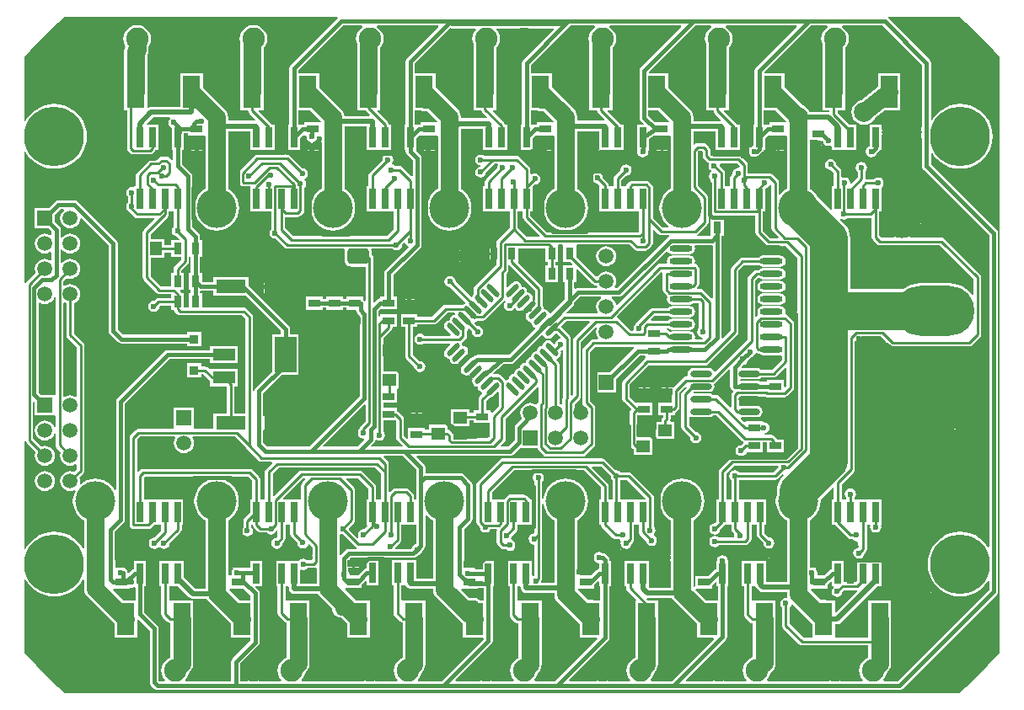
<source format=gtl>
G04 Layer_Physical_Order=1*
G04 Layer_Color=255*
%FSLAX25Y25*%
%MOIN*%
G70*
G01*
G75*
%ADD10R,0.02600X0.08000*%
%ADD11R,0.08800X0.04800*%
%ADD12R,0.08661X0.14173*%
%ADD13R,0.05512X0.04724*%
%ADD14R,0.05512X0.04724*%
%ADD15R,0.11811X0.05512*%
%ADD16R,0.03150X0.04724*%
%ADD17R,0.04724X0.03150*%
G04:AMPARAMS|DCode=18|XSize=62.99mil|YSize=86.22mil|CornerRadius=15.75mil|HoleSize=0mil|Usage=FLASHONLY|Rotation=90.000|XOffset=0mil|YOffset=0mil|HoleType=Round|Shape=RoundedRectangle|*
%AMROUNDEDRECTD18*
21,1,0.06299,0.05472,0,0,90.0*
21,1,0.03150,0.08622,0,0,90.0*
1,1,0.03150,0.02736,0.01575*
1,1,0.03150,0.02736,-0.01575*
1,1,0.03150,-0.02736,-0.01575*
1,1,0.03150,-0.02736,0.01575*
%
%ADD18ROUNDEDRECTD18*%
%ADD19O,0.08661X0.02362*%
%ADD20O,0.09055X0.02362*%
%ADD21R,0.04724X0.05512*%
%ADD22R,0.07087X0.12598*%
G04:AMPARAMS|DCode=23|XSize=21.65mil|YSize=64.96mil|CornerRadius=0mil|HoleSize=0mil|Usage=FLASHONLY|Rotation=135.000|XOffset=0mil|YOffset=0mil|HoleType=Round|Shape=Round|*
%AMOVALD23*
21,1,0.04331,0.02165,0.00000,0.00000,225.0*
1,1,0.02165,0.01531,0.01531*
1,1,0.02165,-0.01531,-0.01531*
%
%ADD23OVALD23*%

G04:AMPARAMS|DCode=24|XSize=21.65mil|YSize=64.96mil|CornerRadius=0mil|HoleSize=0mil|Usage=FLASHONLY|Rotation=45.000|XOffset=0mil|YOffset=0mil|HoleType=Round|Shape=Round|*
%AMOVALD24*
21,1,0.04331,0.02165,0.00000,0.00000,135.0*
1,1,0.02165,0.01531,-0.01531*
1,1,0.02165,-0.01531,0.01531*
%
%ADD24OVALD24*%

%ADD25R,0.03740X0.03543*%
%ADD26C,0.01000*%
%ADD27C,0.07000*%
%ADD28C,0.03150*%
%ADD29C,0.02000*%
%ADD30C,0.01500*%
%ADD31C,0.15000*%
%ADD32C,0.08858*%
%ADD33C,0.05905*%
%ADD34R,0.05905X0.05905*%
%ADD35C,0.15748*%
%ADD36C,0.07874*%
%ADD37C,0.23622*%
%ADD38R,0.05905X0.05905*%
%ADD39O,0.31496X0.19685*%
%ADD40C,0.02362*%
G36*
X207376Y234469D02*
X208048Y234380D01*
X209249D01*
X213211Y230418D01*
X213004Y229918D01*
X206662D01*
Y229127D01*
X205967D01*
X205967Y229127D01*
X205286Y228992D01*
X204824Y228900D01*
X204824Y228900D01*
X204824Y228900D01*
X204308D01*
Y234701D01*
X206815D01*
X207376Y234469D01*
D02*
G37*
G36*
X161376D02*
X162048Y234380D01*
X163249D01*
X167211Y230418D01*
X167004Y229918D01*
X160662D01*
Y229127D01*
X159967D01*
X159967Y229127D01*
X159286Y228992D01*
X158824Y228900D01*
X158824Y228900D01*
X158824Y228900D01*
X158308D01*
Y234701D01*
X160815D01*
X161376Y234469D01*
D02*
G37*
G36*
X305211Y230418D02*
X305017Y229950D01*
X304977Y229918D01*
X298662D01*
Y229127D01*
X297967D01*
X297967Y229127D01*
X297286Y228992D01*
X296824Y228900D01*
X296824Y228900D01*
X296824Y228900D01*
X296308D01*
Y234701D01*
X300928D01*
X305211Y230418D01*
D02*
G37*
G36*
X275728Y267741D02*
X275727Y267716D01*
X274628Y266872D01*
X273758Y265738D01*
X273211Y264417D01*
X273024Y263000D01*
X273211Y261583D01*
X273461Y260978D01*
Y249299D01*
X273457D01*
Y234701D01*
X276471D01*
Y234577D01*
X276587Y233992D01*
X276919Y233496D01*
X279399Y231015D01*
X279192Y230515D01*
X268539D01*
Y232000D01*
X268539Y232000D01*
X268384Y233175D01*
X267931Y234269D01*
X267209Y235209D01*
X267209Y235209D01*
X258543Y243875D01*
Y249299D01*
X250894D01*
X250808Y249799D01*
X269225Y268216D01*
X275374D01*
X275728Y267741D01*
D02*
G37*
G36*
X258861Y230418D02*
X258654Y229918D01*
X253411D01*
X250747Y232582D01*
Y234701D01*
X254578D01*
X258861Y230418D01*
D02*
G37*
G36*
X155058Y46058D02*
X155720Y45616D01*
X156500Y45461D01*
X165461D01*
Y45176D01*
X165616Y44001D01*
X166069Y42907D01*
X166791Y41967D01*
X177332Y31425D01*
Y26001D01*
X185337D01*
X185500Y25501D01*
X168784Y8784D01*
X159701D01*
X159492Y9284D01*
X160242Y10262D01*
X160789Y11583D01*
X160847Y12018D01*
X161233Y12315D01*
X161955Y13255D01*
X162408Y14349D01*
X162563Y15524D01*
Y26201D01*
X162567D01*
Y40799D01*
X153481D01*
Y40799D01*
X153029Y40917D01*
Y46600D01*
X153800D01*
Y46600D01*
X154200D01*
Y46600D01*
X154696D01*
X155058Y46058D01*
D02*
G37*
G36*
X61882Y176638D02*
X66034D01*
Y175611D01*
X63376Y172953D01*
X63044Y172457D01*
X62928Y171871D01*
Y170362D01*
X61882D01*
Y165007D01*
X57996D01*
X53792Y169211D01*
Y176244D01*
X59268D01*
Y178471D01*
X61882D01*
Y176638D01*
D02*
G37*
G36*
X358879Y252738D02*
Y228176D01*
X358379Y228102D01*
X358129Y228926D01*
X357416Y230260D01*
X356456Y231429D01*
X355287Y232388D01*
X353954Y233101D01*
X352507Y233540D01*
X351502Y233639D01*
Y225974D01*
Y218309D01*
X352507Y218408D01*
X353954Y218847D01*
X355287Y219560D01*
X356456Y220519D01*
X357416Y221688D01*
X358129Y223022D01*
X358379Y223846D01*
X358879Y223772D01*
Y212777D01*
X359015Y212094D01*
X359401Y211515D01*
X385479Y185438D01*
Y61888D01*
X384979Y61747D01*
X384412Y62672D01*
X383103Y64205D01*
X381569Y65515D01*
X379850Y66568D01*
X377987Y67340D01*
X376026Y67811D01*
X374016Y67969D01*
X372006Y67811D01*
X370045Y67340D01*
X368182Y66568D01*
X366462Y65515D01*
X364929Y64205D01*
X363619Y62672D01*
X362566Y60952D01*
X361794Y59089D01*
X361323Y57129D01*
X361165Y55118D01*
X361323Y53108D01*
X361794Y51147D01*
X362566Y49284D01*
X363619Y47565D01*
X364929Y46031D01*
X366462Y44722D01*
X368182Y43668D01*
X370045Y42897D01*
X372006Y42426D01*
X374016Y42268D01*
X376026Y42426D01*
X377987Y42897D01*
X379850Y43668D01*
X381569Y44722D01*
X383103Y46031D01*
X384412Y47565D01*
X384979Y48489D01*
X385479Y48348D01*
Y45002D01*
X349338Y8862D01*
X343798D01*
X343551Y9362D01*
X344242Y10262D01*
X344789Y11583D01*
X344850Y12044D01*
X345333Y12415D01*
X346055Y13355D01*
X346508Y14449D01*
X346663Y15624D01*
Y26101D01*
X346668D01*
Y40699D01*
X337580D01*
Y26101D01*
X337120Y26007D01*
X325080D01*
X324620Y26101D01*
Y31361D01*
X325400D01*
X326180Y31516D01*
X326842Y31958D01*
X341384Y46500D01*
X342900D01*
Y56500D01*
X338400D01*
X338300Y56500D01*
Y56500D01*
X337900D01*
Y56500D01*
X333300D01*
Y48640D01*
X332566Y47907D01*
X331703D01*
Y51000D01*
X330600D01*
X329497D01*
Y47907D01*
X327900D01*
Y56500D01*
X323300D01*
Y53243D01*
X322823Y53149D01*
X322244Y52762D01*
X322244Y52762D01*
X320115Y50632D01*
X317909D01*
X317498Y51132D01*
X317587Y51577D01*
X317418Y52428D01*
X316935Y53150D01*
X316763Y53265D01*
X316915Y53765D01*
X317600D01*
Y54643D01*
X315935D01*
Y54197D01*
X315435Y53787D01*
X315363Y53801D01*
X314925Y53714D01*
X314539Y54031D01*
Y72364D01*
X314954Y72586D01*
X316305Y73695D01*
X317414Y75046D01*
X318238Y76588D01*
X318746Y78260D01*
X318917Y80000D01*
X318842Y80763D01*
X323609Y85530D01*
X324071Y85338D01*
Y80700D01*
X323300D01*
Y70700D01*
X324449D01*
X324519Y70596D01*
X329619Y65496D01*
X330115Y65164D01*
X330700Y65048D01*
X331362D01*
X331391Y65005D01*
X332112Y64523D01*
X332436Y64458D01*
Y63948D01*
X332329Y63927D01*
X332003Y63710D01*
X331863Y63500D01*
X332713D01*
Y63000D01*
X333213D01*
Y62150D01*
X333422Y62290D01*
X333571Y62512D01*
X334071Y62413D01*
Y61789D01*
X333963Y61701D01*
X333112Y61532D01*
X332390Y61050D01*
X331908Y60328D01*
X331739Y59477D01*
X331908Y58626D01*
X332390Y57905D01*
X333112Y57423D01*
X333963Y57253D01*
X334814Y57423D01*
X335536Y57905D01*
X336017Y58626D01*
X336152Y59304D01*
X336681Y59833D01*
X337013Y60329D01*
X337129Y60914D01*
Y70700D01*
X337800D01*
X337900Y70700D01*
X338095D01*
X338453Y70263D01*
X338376Y69877D01*
X338545Y69026D01*
X339028Y68305D01*
X339749Y67823D01*
X340600Y67653D01*
X341451Y67823D01*
X342173Y68305D01*
X342655Y69026D01*
X342824Y69877D01*
X342707Y70465D01*
X342900Y70700D01*
X342900D01*
Y80700D01*
X338400D01*
X338300Y80700D01*
X337900D01*
X337800Y80700D01*
X333300D01*
Y80700D01*
X332900D01*
Y80700D01*
X332129D01*
Y81276D01*
X332172Y81305D01*
X332655Y82026D01*
X332824Y82877D01*
X332655Y83728D01*
X332172Y84450D01*
X331451Y84932D01*
X330600Y85101D01*
X329749Y84932D01*
X329028Y84450D01*
X328545Y83728D01*
X328376Y82877D01*
X328545Y82026D01*
X329028Y81305D01*
X329071Y81276D01*
Y80700D01*
X328300D01*
X328300Y80700D01*
X327900D01*
Y80700D01*
X327800Y80700D01*
X327129D01*
Y86806D01*
X331844Y91521D01*
X332176Y92018D01*
X332292Y92603D01*
Y143450D01*
X332441Y143575D01*
X333053Y143527D01*
X333263Y143387D01*
Y144237D01*
X333763D01*
Y144737D01*
X334613D01*
X334605Y144748D01*
X334853Y145248D01*
X342750D01*
X344760Y143237D01*
X344459Y142831D01*
X343954Y143101D01*
X342507Y143540D01*
X341502Y143639D01*
Y136474D01*
X348667D01*
X348568Y137479D01*
X348129Y138926D01*
X347416Y140260D01*
X346875Y140919D01*
X347148Y141375D01*
X347283Y141348D01*
X377663D01*
X378248Y141464D01*
X378744Y141796D01*
X381944Y144996D01*
X382276Y145492D01*
X382392Y146077D01*
Y168677D01*
X382276Y169263D01*
X381944Y169759D01*
X367744Y183959D01*
X367248Y184290D01*
X366663Y184407D01*
X354191D01*
X354065Y184907D01*
X355287Y185560D01*
X356456Y186519D01*
X357416Y187688D01*
X358129Y189022D01*
X358568Y190469D01*
X358667Y191474D01*
X343337D01*
X343436Y190469D01*
X343875Y189022D01*
X344587Y187688D01*
X345547Y186519D01*
X346716Y185560D01*
X347938Y184907D01*
X347813Y184407D01*
X342796D01*
X342053Y185150D01*
Y194700D01*
X342824D01*
Y204130D01*
X343235Y204405D01*
X343718Y205126D01*
X343887Y205977D01*
X343718Y206828D01*
X343235Y207550D01*
X342514Y208032D01*
X341663Y208201D01*
X340812Y208032D01*
X340090Y207550D01*
X340062Y207507D01*
X336976D01*
X336629Y207602D01*
X336492Y207982D01*
Y210399D01*
X336536Y210427D01*
X337017Y211149D01*
X337187Y212000D01*
X337017Y212851D01*
X336536Y213573D01*
X335814Y214055D01*
X334963Y214224D01*
X334112Y214055D01*
X333390Y213573D01*
X332908Y212851D01*
X332739Y212000D01*
X332908Y211149D01*
X333390Y210427D01*
X333434Y210399D01*
Y208273D01*
X330913Y205752D01*
X330478Y206024D01*
X330317Y206828D01*
X329836Y207550D01*
X329114Y208032D01*
X328263Y208201D01*
X327553Y208060D01*
X327053Y208348D01*
Y210516D01*
X326937Y211102D01*
X326605Y211598D01*
X324977Y213226D01*
X324987Y213277D01*
X324817Y214128D01*
X324336Y214850D01*
X323614Y215332D01*
X322763Y215501D01*
X321912Y215332D01*
X321191Y214850D01*
X320708Y214128D01*
X320539Y213277D01*
X320708Y212426D01*
X321191Y211705D01*
X321912Y211223D01*
X322763Y211053D01*
X322814Y211064D01*
X323995Y209883D01*
Y204700D01*
X323224D01*
Y195508D01*
X322762Y195317D01*
X317746Y200333D01*
X317414Y200954D01*
X316305Y202305D01*
X314954Y203414D01*
X314539Y203636D01*
Y222509D01*
X314638Y222968D01*
X317562D01*
X317635Y222875D01*
X317653Y222287D01*
X317513Y222077D01*
X319213D01*
X319073Y222287D01*
X319056Y222539D01*
X319113Y222691D01*
X319495Y222722D01*
X319813Y222403D01*
X319908Y221926D01*
X320391Y221205D01*
X321112Y220723D01*
X321963Y220553D01*
X322724Y220705D01*
X323224Y220441D01*
Y218900D01*
X327824D01*
X327824Y218900D01*
X328224D01*
Y218900D01*
X328324Y218900D01*
X332824D01*
Y228900D01*
X330231D01*
X325529Y233601D01*
Y234701D01*
X328543D01*
Y249299D01*
X328539D01*
Y259345D01*
X329242Y260262D01*
X329789Y261583D01*
X329976Y263000D01*
X329789Y264417D01*
X329242Y265738D01*
X328372Y266872D01*
X327273Y267716D01*
X327272Y267741D01*
X327626Y268216D01*
X343401D01*
X358879Y252738D01*
D02*
G37*
G36*
X121163Y230418D02*
X120956Y229918D01*
X114614D01*
Y229127D01*
X113919D01*
X113919Y229127D01*
X113238Y228992D01*
X112776Y228900D01*
X112776Y228900D01*
X112776Y228900D01*
X112260D01*
Y234701D01*
X116880D01*
X121163Y230418D01*
D02*
G37*
G36*
X69082Y42034D02*
X69744Y41592D01*
X70524Y41437D01*
X75974D01*
X76069Y41207D01*
X76791Y40267D01*
X85532Y31525D01*
Y26101D01*
X93379D01*
Y24902D01*
X86190Y17714D01*
X85804Y17135D01*
X85668Y16452D01*
Y8784D01*
X67701D01*
X67492Y9284D01*
X68242Y10262D01*
X68789Y11583D01*
X68850Y12044D01*
X69333Y12415D01*
X70055Y13355D01*
X70508Y14449D01*
X70663Y15624D01*
Y26101D01*
X70667D01*
Y40699D01*
X61580D01*
Y40699D01*
X61129Y40817D01*
Y46500D01*
X61900D01*
Y46500D01*
X62300D01*
Y46500D01*
X64616D01*
X69082Y42034D01*
D02*
G37*
G36*
X47816Y45836D02*
Y40699D01*
X43196D01*
X38913Y44982D01*
X39120Y45482D01*
X45462D01*
Y45518D01*
X45962Y45924D01*
X46420Y45833D01*
X47271Y46002D01*
X47375Y46072D01*
X47816Y45836D01*
D02*
G37*
G36*
X144971Y91044D02*
Y80800D01*
X144200D01*
X144200Y80800D01*
X143800D01*
Y80800D01*
X143700Y80800D01*
X143029D01*
Y85740D01*
X142913Y86326D01*
X142581Y86822D01*
X137744Y91659D01*
X137248Y91990D01*
X136663Y92107D01*
X113435D01*
X112849Y91990D01*
X112353Y91659D01*
X102591Y81897D01*
X102129Y82088D01*
Y91044D01*
X104434Y93348D01*
X142666D01*
X144971Y91044D01*
D02*
G37*
G36*
X309416Y267754D02*
X293262Y251600D01*
X292876Y251021D01*
X292740Y250338D01*
Y228900D01*
X292224D01*
Y220634D01*
X291712Y220532D01*
X291127Y220141D01*
X290681Y220316D01*
X290627Y220362D01*
X290627Y220511D01*
Y223400D01*
X290024D01*
Y220097D01*
X290237Y220097D01*
X290243D01*
X290243D01*
X290421Y220097D01*
X290711Y219632D01*
X290508Y219328D01*
X290339Y218477D01*
X290508Y217626D01*
X290990Y216905D01*
X291712Y216423D01*
X292563Y216253D01*
X293414Y216423D01*
X293969Y216794D01*
X294146Y216829D01*
X294725Y217215D01*
X295786Y218277D01*
X296172Y218855D01*
X296181Y218900D01*
X296824D01*
Y223677D01*
X298200Y225053D01*
X298662Y224861D01*
Y224768D01*
X305386D01*
X305461Y224299D01*
Y203636D01*
X305046Y203414D01*
X303695Y202305D01*
X302892Y201327D01*
X302392Y201506D01*
Y206137D01*
X302276Y206722D01*
X301944Y207218D01*
X299756Y209407D01*
X299259Y209739D01*
X298674Y209855D01*
X290092D01*
Y213138D01*
X289976Y213723D01*
X289644Y214220D01*
X288467Y215397D01*
X288632Y215939D01*
X288685Y215950D01*
X289010Y216168D01*
X289150Y216377D01*
X288301D01*
Y216877D01*
X287801D01*
Y217727D01*
X287591Y217587D01*
X287373Y217261D01*
X287342Y217103D01*
X286966Y216831D01*
X286813Y216809D01*
X286324Y216907D01*
X277344D01*
X277133Y217277D01*
X276140D01*
Y217777D01*
X275640D01*
Y218690D01*
X275192Y218929D01*
Y219077D01*
X275076Y219662D01*
X274744Y220159D01*
X273644Y221259D01*
X273148Y221590D01*
X272563Y221707D01*
X270163D01*
X269578Y221590D01*
X269082Y221259D01*
X269001Y221178D01*
X268539Y221369D01*
Y226437D01*
X277224D01*
Y218900D01*
X281824D01*
X281824Y218900D01*
X282224D01*
Y218900D01*
X282324Y218900D01*
X286824D01*
Y228900D01*
X285762D01*
X285605Y229135D01*
X280501Y234239D01*
X280692Y234701D01*
X282543D01*
Y249299D01*
X282539D01*
Y259345D01*
X283242Y260262D01*
X283789Y261583D01*
X283976Y263000D01*
X283789Y264417D01*
X283242Y265738D01*
X282372Y266872D01*
X281273Y267716D01*
X281272Y267741D01*
X281626Y268216D01*
X309225D01*
X309416Y267754D01*
D02*
G37*
G36*
X205834Y163424D02*
Y159520D01*
X205708Y159404D01*
X205334Y159196D01*
X205110Y159240D01*
X205103Y159239D01*
X204803Y159689D01*
X204845Y159751D01*
X205006Y160564D01*
X204845Y161377D01*
X204384Y162066D01*
X203695Y162526D01*
X202883Y162688D01*
X202705Y163162D01*
X202618Y163604D01*
X202157Y164293D01*
X201468Y164753D01*
X201027Y164841D01*
X200627Y164990D01*
X200478Y165389D01*
X200390Y165831D01*
X199930Y166520D01*
X199241Y166980D01*
X198428Y167142D01*
X197616Y166980D01*
X196927Y166520D01*
X195054Y164647D01*
X194592Y164839D01*
Y170173D01*
X194844Y170425D01*
X195176Y170922D01*
X195292Y171507D01*
Y173258D01*
X195792Y173465D01*
X205834Y163424D01*
D02*
G37*
G36*
X127779Y271389D02*
X127797Y271222D01*
X109214Y252639D01*
X108827Y252060D01*
X108692Y251377D01*
Y228900D01*
X108176D01*
Y218900D01*
X112776D01*
Y223677D01*
X114152Y225053D01*
X114614Y224861D01*
Y224768D01*
X115143D01*
X115460Y224381D01*
X115439Y224277D01*
X115608Y223426D01*
X116091Y222705D01*
X116812Y222223D01*
X117252Y222135D01*
X117203Y221635D01*
X115811D01*
Y220757D01*
X117976D01*
X120141D01*
Y221635D01*
X118123D01*
X118074Y222135D01*
X118514Y222223D01*
X119236Y222705D01*
X119271Y222758D01*
X119336Y222777D01*
X119849Y222723D01*
X119953Y222568D01*
X120163Y222428D01*
Y223277D01*
X121163D01*
Y222227D01*
X121285Y222163D01*
X121461Y222025D01*
Y203636D01*
X121046Y203414D01*
X119695Y202305D01*
X118586Y200954D01*
X117762Y199412D01*
X117254Y197740D01*
X117083Y196000D01*
X117254Y194260D01*
X117762Y192588D01*
X118586Y191046D01*
X119695Y189695D01*
X121046Y188586D01*
X122588Y187762D01*
X124260Y187254D01*
X126000Y187083D01*
X127740Y187254D01*
X129412Y187762D01*
X130954Y188586D01*
X132305Y189695D01*
X133414Y191046D01*
X134238Y192588D01*
X134746Y194260D01*
X134917Y196000D01*
X134746Y197740D01*
X134238Y199412D01*
X133414Y200954D01*
X132305Y202305D01*
X130954Y203414D01*
X130539Y203636D01*
Y228437D01*
X139224D01*
Y218900D01*
X143824D01*
Y218900D01*
X144224D01*
Y218900D01*
X148824D01*
Y228900D01*
X148053D01*
Y229053D01*
X147937Y229639D01*
X147605Y230135D01*
X143501Y234239D01*
X143692Y234701D01*
X144544D01*
Y249299D01*
X144539D01*
Y259345D01*
X145242Y260262D01*
X145789Y261583D01*
X145976Y263000D01*
X145789Y264417D01*
X145242Y265738D01*
X144372Y266872D01*
X143273Y267716D01*
X143272Y267741D01*
X143626Y268216D01*
X167486D01*
X167677Y267754D01*
X155262Y255339D01*
X154876Y254760D01*
X154740Y254077D01*
Y228900D01*
X154224D01*
Y218900D01*
X154740D01*
Y218477D01*
X154876Y217794D01*
X155262Y217215D01*
X157479Y214999D01*
Y208778D01*
X157017Y208586D01*
X153344Y212259D01*
X152848Y212590D01*
X152263Y212707D01*
X150564D01*
X150536Y212750D01*
X149814Y213232D01*
X149560Y213282D01*
X149549Y213294D01*
X149371Y213830D01*
X149718Y214349D01*
X149887Y215200D01*
X149718Y216051D01*
X149235Y216773D01*
X148514Y217255D01*
X147663Y217424D01*
X146812Y217255D01*
X146090Y216773D01*
X145608Y216051D01*
X145439Y215200D01*
X145449Y215149D01*
X140443Y210142D01*
X140111Y209646D01*
X139995Y209061D01*
Y204700D01*
X139224D01*
Y194700D01*
X143824D01*
Y194700D01*
X144224D01*
Y194700D01*
X148724D01*
X148824Y194700D01*
Y194700D01*
X149224D01*
Y194700D01*
X149995D01*
Y187772D01*
X147230Y185007D01*
X110097D01*
X107005Y188098D01*
Y192308D01*
X107176Y192448D01*
X112063D01*
X112648Y192564D01*
X113144Y192896D01*
X114144Y193896D01*
X114476Y194392D01*
X114592Y194977D01*
Y204076D01*
X114636Y204105D01*
X115118Y204826D01*
X115287Y205677D01*
X115118Y206528D01*
X114784Y207027D01*
X114733Y207391D01*
X114918Y207659D01*
X115436Y208005D01*
X115918Y208726D01*
X116087Y209577D01*
X115918Y210428D01*
X115436Y211150D01*
X114714Y211632D01*
X113863Y211801D01*
X113812Y211791D01*
X108944Y216659D01*
X108448Y216990D01*
X107863Y217107D01*
X107501D01*
X107273Y217426D01*
X105253D01*
X105025Y217107D01*
X96063D01*
X95478Y216990D01*
X94982Y216659D01*
X89182Y210859D01*
X88850Y210363D01*
X88734Y209777D01*
Y206398D01*
X88850Y205812D01*
X89182Y205316D01*
X89402Y205096D01*
X89898Y204764D01*
X90483Y204648D01*
X93176D01*
Y194700D01*
X97676D01*
X97776Y194700D01*
Y194700D01*
X98176D01*
Y194700D01*
X101534D01*
Y187778D01*
X101490Y187750D01*
X101008Y187028D01*
X100839Y186177D01*
X101008Y185326D01*
X101490Y184605D01*
X102212Y184123D01*
X103063Y183953D01*
X103114Y183964D01*
X106682Y180396D01*
X107178Y180064D01*
X107763Y179948D01*
X130414D01*
X130748Y179448D01*
X130665Y179247D01*
X130576Y178575D01*
Y175425D01*
X130665Y174753D01*
X130924Y174127D01*
X131337Y173589D01*
X131875Y173176D01*
X132501Y172917D01*
X133173Y172828D01*
X138646D01*
X138834Y172663D01*
Y159290D01*
X138334Y159161D01*
X138025Y159624D01*
X138000Y159640D01*
Y160937D01*
X131276D01*
Y160146D01*
X130000D01*
Y160937D01*
X123276D01*
Y160146D01*
X122000D01*
Y160937D01*
X115276D01*
Y155787D01*
X122000D01*
Y156578D01*
X123276D01*
Y155787D01*
X130000D01*
Y156578D01*
X131276D01*
Y155787D01*
X134979D01*
Y155777D01*
X135115Y155094D01*
X135501Y154516D01*
X136579Y153438D01*
Y152654D01*
X135138D01*
Y151276D01*
Y149898D01*
X136579D01*
Y121559D01*
X116581Y101561D01*
X99902D01*
X98347Y103116D01*
Y106664D01*
X98395Y106902D01*
Y108084D01*
X98740Y108441D01*
X98895Y108441D01*
X103949D01*
Y111000D01*
Y113559D01*
X98895D01*
X98740Y113559D01*
X98395Y113916D01*
Y122847D01*
X105461Y129913D01*
X112531D01*
Y146087D01*
X108985D01*
Y148062D01*
X108985Y148062D01*
X108850Y148745D01*
X108463Y149324D01*
X92457Y165330D01*
Y168756D01*
X78645D01*
Y166784D01*
X74282D01*
X74118Y166948D01*
Y170362D01*
X73327D01*
Y176638D01*
X74118D01*
Y183362D01*
X73327D01*
Y184679D01*
X73327Y184679D01*
X73191Y185362D01*
X72805Y185941D01*
X72805Y185941D01*
X70247Y188498D01*
Y208777D01*
X70247Y208777D01*
X70112Y209460D01*
X69725Y210039D01*
X66260Y213503D01*
Y218900D01*
X66776D01*
Y225178D01*
X66902Y225559D01*
X68614D01*
Y224768D01*
X75338D01*
X75461Y224319D01*
Y203636D01*
X75046Y203414D01*
X73695Y202305D01*
X72586Y200954D01*
X71762Y199412D01*
X71254Y197740D01*
X71083Y196000D01*
X71254Y194260D01*
X71762Y192588D01*
X72586Y191046D01*
X73695Y189695D01*
X75046Y188586D01*
X76588Y187762D01*
X78260Y187254D01*
X80000Y187083D01*
X81740Y187254D01*
X83412Y187762D01*
X84954Y188586D01*
X86305Y189695D01*
X87414Y191046D01*
X88238Y192588D01*
X88746Y194260D01*
X88917Y196000D01*
X88746Y197740D01*
X88238Y199412D01*
X87414Y200954D01*
X86305Y202305D01*
X84954Y203414D01*
X84539Y203636D01*
Y226485D01*
X93176D01*
Y218900D01*
X97776D01*
X97776Y218900D01*
X98176D01*
Y218900D01*
X98276Y218900D01*
X102776D01*
Y228900D01*
X101714D01*
X101557Y229135D01*
X96453Y234239D01*
X96644Y234701D01*
X98496D01*
Y249299D01*
X98491D01*
Y259283D01*
X99242Y260262D01*
X99789Y261583D01*
X99976Y263000D01*
X99789Y264417D01*
X99242Y265738D01*
X98372Y266872D01*
X97238Y267742D01*
X95917Y268289D01*
X94500Y268476D01*
X93083Y268289D01*
X91762Y267742D01*
X90628Y266872D01*
X89758Y265738D01*
X89211Y264417D01*
X89024Y263000D01*
X89211Y261583D01*
X89413Y261094D01*
Y249299D01*
X89408D01*
Y234701D01*
X92423D01*
Y234577D01*
X92539Y233992D01*
X92871Y233496D01*
X95303Y231063D01*
X95096Y230563D01*
X84539D01*
Y232000D01*
X84539Y232000D01*
X84384Y233175D01*
X83931Y234269D01*
X83209Y235209D01*
X83209Y235209D01*
X74543Y243875D01*
Y249299D01*
X65456D01*
Y236039D01*
X54000D01*
X53220Y235884D01*
X52996Y235734D01*
X52495Y236001D01*
Y249299D01*
X52491D01*
Y256424D01*
X52884Y257373D01*
X53039Y258548D01*
Y259997D01*
X53242Y260262D01*
X53789Y261583D01*
X53976Y263000D01*
X53789Y264417D01*
X53242Y265738D01*
X52372Y266872D01*
X51238Y267742D01*
X49917Y268289D01*
X48500Y268476D01*
X47083Y268289D01*
X45762Y267742D01*
X44628Y266872D01*
X43758Y265738D01*
X43211Y264417D01*
X43024Y263000D01*
X43211Y261583D01*
X43758Y260262D01*
X43927Y260041D01*
X43568Y259175D01*
X43413Y258000D01*
Y249299D01*
X43409D01*
Y234701D01*
X44434D01*
Y219677D01*
X44550Y219092D01*
X44882Y218596D01*
X45782Y217696D01*
X46278Y217364D01*
X46863Y217248D01*
X53576D01*
X54161Y217364D01*
X54657Y217696D01*
X55557Y218596D01*
X55761Y218900D01*
X56776D01*
Y228900D01*
X52491D01*
X52284Y229400D01*
X54845Y231961D01*
X61352D01*
X61504Y231461D01*
X61497Y231457D01*
X61015Y230735D01*
X60846Y229884D01*
X61015Y229033D01*
X61497Y228312D01*
X62176Y227858D01*
Y218900D01*
X62692D01*
Y215119D01*
X62192Y214911D01*
X61144Y215959D01*
X60648Y216290D01*
X60063Y216407D01*
X58263D01*
X57678Y216290D01*
X57182Y215959D01*
X56429Y215207D01*
X54063D01*
X53478Y215090D01*
X52982Y214759D01*
X48395Y210172D01*
X48063Y209676D01*
X47947Y209090D01*
Y204700D01*
X47176D01*
Y204633D01*
X46790Y204316D01*
X46363Y204401D01*
X45512Y204232D01*
X44791Y203750D01*
X44308Y203028D01*
X44139Y202177D01*
X44308Y201326D01*
X44791Y200605D01*
X44834Y200576D01*
Y198278D01*
X44791Y198250D01*
X44308Y197528D01*
X44139Y196677D01*
X44308Y195826D01*
X44791Y195105D01*
X45063Y194922D01*
X45282Y194596D01*
X47382Y192496D01*
X47878Y192164D01*
X48463Y192048D01*
X55117D01*
X55309Y191586D01*
X51182Y187459D01*
X50850Y186962D01*
X50734Y186377D01*
Y168577D01*
X50850Y167992D01*
X51182Y167496D01*
X56282Y162396D01*
X56778Y162064D01*
X57363Y161948D01*
X61882D01*
Y160529D01*
X56886D01*
X56300Y160413D01*
X55804Y160081D01*
X55114Y159391D01*
X55063Y159401D01*
X54212Y159232D01*
X53491Y158750D01*
X53009Y158028D01*
X52839Y157177D01*
X53009Y156326D01*
X53491Y155605D01*
X54212Y155123D01*
X55063Y154953D01*
X55914Y155123D01*
X56635Y155605D01*
X57118Y156326D01*
X57287Y157177D01*
X57670Y157471D01*
X61882D01*
Y155638D01*
X63036D01*
X63044Y155598D01*
X63376Y155102D01*
X64382Y154096D01*
X64878Y153764D01*
X65463Y153648D01*
X90030D01*
X91234Y152444D01*
Y114756D01*
X87080D01*
Y125500D01*
X88200D01*
Y132300D01*
X77400D01*
Y132300D01*
X77135Y132190D01*
X76444Y132880D01*
X75948Y133212D01*
X75363Y133328D01*
X73870D01*
Y134571D01*
X68130D01*
Y129027D01*
X73870D01*
Y130270D01*
X74730D01*
X77181Y127819D01*
X77400Y127672D01*
Y125500D01*
X84022D01*
Y114756D01*
X78645D01*
Y108607D01*
X71096D01*
X70953Y109047D01*
X70953Y109107D01*
Y116953D01*
X63047D01*
Y109107D01*
X63047Y109047D01*
X62904Y108607D01*
X48963D01*
X48378Y108490D01*
X47882Y108159D01*
X45982Y106259D01*
X45650Y105763D01*
X45534Y105177D01*
Y70677D01*
X45650Y70092D01*
X45982Y69596D01*
X46082Y69496D01*
X46578Y69164D01*
X47163Y69048D01*
X52963D01*
X53548Y69164D01*
X54044Y69496D01*
X55249Y70700D01*
X56800D01*
X56900Y70700D01*
X57300D01*
X57400Y70700D01*
X58071D01*
Y68311D01*
X55374Y65614D01*
X55323Y65624D01*
X54472Y65455D01*
X53750Y64973D01*
X53268Y64251D01*
X53099Y63400D01*
X53268Y62549D01*
X53750Y61827D01*
X54472Y61345D01*
X55323Y61176D01*
X56174Y61345D01*
X56834Y61787D01*
X57033Y61837D01*
X57402D01*
X57490Y61705D01*
X58212Y61223D01*
X59063Y61053D01*
X59914Y61223D01*
X60636Y61705D01*
X61118Y62426D01*
X61287Y63277D01*
X61277Y63328D01*
X65681Y67733D01*
X66013Y68229D01*
X66129Y68814D01*
Y70700D01*
X66900D01*
Y80700D01*
X62300D01*
Y80700D01*
X61900D01*
Y80700D01*
X57400D01*
X57300Y80700D01*
X56900D01*
X56800Y80700D01*
X52300D01*
Y80700D01*
X51900D01*
Y80700D01*
X51129D01*
Y89444D01*
X51433Y89748D01*
X92430D01*
X94071Y88107D01*
Y80700D01*
X93300D01*
Y75563D01*
X90982Y73244D01*
X90650Y72748D01*
X90534Y72163D01*
Y69879D01*
X90491Y69850D01*
X90008Y69128D01*
X89839Y68277D01*
X90008Y67426D01*
X90491Y66705D01*
X91212Y66223D01*
X92063Y66053D01*
X92914Y66223D01*
X93635Y66705D01*
X94118Y67426D01*
X94287Y68277D01*
X94118Y69128D01*
X93635Y69850D01*
X93592Y69879D01*
Y70700D01*
X94106D01*
X94187Y70292D01*
X94519Y69796D01*
X96319Y67996D01*
X96815Y67664D01*
X97400Y67548D01*
X99884D01*
X99913Y67505D01*
X100635Y67023D01*
X101486Y66853D01*
X102337Y67023D01*
X103058Y67505D01*
X103540Y68226D01*
X103571Y68378D01*
X104071Y68329D01*
Y65999D01*
X103765Y65624D01*
X102914Y65455D01*
X102193Y64973D01*
X101711Y64251D01*
X101542Y63400D01*
X101711Y62549D01*
X102193Y61827D01*
X102914Y61345D01*
X103765Y61176D01*
X104616Y61345D01*
X105338Y61827D01*
X105820Y62549D01*
X105989Y63400D01*
X105979Y63451D01*
X106681Y64153D01*
X107013Y64649D01*
X107129Y65235D01*
Y70700D01*
X107900D01*
Y70700D01*
X108300D01*
Y70700D01*
X109071D01*
Y67040D01*
X109187Y66455D01*
X109519Y65959D01*
X111849Y63628D01*
X111839Y63577D01*
X112008Y62726D01*
X112490Y62005D01*
X113212Y61523D01*
X114063Y61353D01*
X114914Y61523D01*
X115636Y62005D01*
X116118Y62726D01*
X116152Y62901D01*
X116631Y63046D01*
X117834Y61844D01*
Y58714D01*
X117363Y58462D01*
Y57577D01*
X116863D01*
Y57077D01*
X115848D01*
X115586Y56816D01*
X115114Y57132D01*
X114263Y57301D01*
X113412Y57132D01*
X112690Y56650D01*
X112591Y56500D01*
X108300D01*
Y56500D01*
X107900D01*
Y56500D01*
X103300D01*
Y46500D01*
X104071D01*
Y35640D01*
X104187Y35055D01*
X104519Y34559D01*
X106782Y32296D01*
X107278Y31964D01*
X107580Y31904D01*
Y26101D01*
X107585D01*
Y18083D01*
X106762Y17742D01*
X105628Y16872D01*
X104758Y15738D01*
X104211Y14417D01*
X104024Y13000D01*
X104211Y11583D01*
X104758Y10262D01*
X105508Y9284D01*
X105299Y8784D01*
X96688D01*
X96589Y9284D01*
X96634Y9303D01*
X97518Y9982D01*
X98197Y10866D01*
X98623Y11895D01*
X98703Y12500D01*
X94500D01*
X90297D01*
X90377Y11895D01*
X90803Y10866D01*
X91482Y9982D01*
X92366Y9303D01*
X92411Y9284D01*
X92312Y8784D01*
X89236D01*
Y15713D01*
X96425Y22901D01*
X96811Y23480D01*
X96947Y24163D01*
X96947Y24163D01*
Y43577D01*
X96811Y44260D01*
X96425Y44839D01*
X96425Y44839D01*
X95226Y46038D01*
X95417Y46500D01*
X97900D01*
Y56500D01*
X93300D01*
Y53562D01*
X90681D01*
X90265Y53765D01*
Y54643D01*
X88100D01*
X85935D01*
Y53765D01*
X86280D01*
X86434Y53265D01*
X86009Y52628D01*
X85839Y51777D01*
X85967Y51132D01*
X85649Y50632D01*
X84738D01*
X84539Y51050D01*
Y72364D01*
X84954Y72586D01*
X86305Y73695D01*
X87414Y75046D01*
X88238Y76588D01*
X88746Y78260D01*
X88917Y80000D01*
X88746Y81740D01*
X88238Y83412D01*
X87414Y84954D01*
X86305Y86305D01*
X84954Y87414D01*
X83412Y88238D01*
X81740Y88746D01*
X80000Y88917D01*
X78260Y88746D01*
X76588Y88238D01*
X75046Y87414D01*
X73695Y86305D01*
X72586Y84954D01*
X71762Y83412D01*
X71254Y81740D01*
X71083Y80000D01*
X71254Y78260D01*
X71762Y76588D01*
X72586Y75046D01*
X73695Y73695D01*
X75046Y72586D01*
X75461Y72364D01*
Y45515D01*
X71369D01*
X66900Y49984D01*
Y56500D01*
X62300D01*
Y56500D01*
X61900D01*
Y56500D01*
X57300D01*
Y46500D01*
X58071D01*
Y35240D01*
X58187Y34655D01*
X58519Y34159D01*
X60382Y32296D01*
X60878Y31964D01*
X61463Y31848D01*
X61580D01*
Y26101D01*
X61585D01*
Y18083D01*
X60762Y17742D01*
X59628Y16872D01*
X58758Y15738D01*
X58211Y14417D01*
X58024Y13000D01*
X58211Y11583D01*
X58758Y10262D01*
X59508Y9284D01*
X59299Y8784D01*
X57279D01*
X57047Y9016D01*
Y29614D01*
X56911Y30297D01*
X56525Y30876D01*
X51384Y36016D01*
Y46500D01*
X51900D01*
Y56500D01*
X47300D01*
Y53243D01*
X46823Y53149D01*
X46244Y52762D01*
X46244Y52762D01*
X45108Y51625D01*
X44615Y51840D01*
X44512Y52360D01*
X44125Y52939D01*
X43637Y53265D01*
X43688Y53633D01*
X43764Y53765D01*
X44265D01*
Y54643D01*
X42100D01*
Y55143D01*
X41600D01*
Y56521D01*
X39935D01*
X39747Y56944D01*
Y68038D01*
X43225Y71516D01*
X43225Y71516D01*
X43611Y72094D01*
X43747Y72777D01*
Y118761D01*
X61202Y136216D01*
X77400D01*
Y134600D01*
X88200D01*
Y141400D01*
X77400D01*
Y139784D01*
X60463D01*
X59780Y139648D01*
X59201Y139262D01*
X40701Y120762D01*
X40314Y120183D01*
X40179Y119500D01*
Y84553D01*
X39694Y84431D01*
X39414Y84954D01*
X38305Y86305D01*
X36954Y87414D01*
X35412Y88238D01*
X33740Y88746D01*
X32000Y88917D01*
X30260Y88746D01*
X28588Y88238D01*
X27046Y87414D01*
X26313Y86813D01*
X26182Y86857D01*
X25868Y87094D01*
X25987Y88000D01*
X25851Y89032D01*
X25659Y89496D01*
X27244Y91082D01*
X27576Y91578D01*
X27692Y92163D01*
Y141577D01*
X27576Y142163D01*
X27244Y142659D01*
X23529Y146374D01*
Y158355D01*
X23993Y158547D01*
X24819Y159181D01*
X25453Y160007D01*
X25851Y160968D01*
X25987Y162000D01*
X25851Y163032D01*
X25453Y163993D01*
X24819Y164819D01*
X23993Y165453D01*
X23032Y165851D01*
X22000Y165987D01*
X20968Y165851D01*
X20007Y165453D01*
X19741Y165249D01*
X19292Y165470D01*
Y167130D01*
X20504Y168341D01*
X20968Y168149D01*
X22000Y168013D01*
X23032Y168149D01*
X23993Y168547D01*
X24819Y169181D01*
X25453Y170007D01*
X25851Y170968D01*
X25987Y172000D01*
X25851Y173032D01*
X25453Y173993D01*
X24819Y174819D01*
X23993Y175453D01*
X23032Y175851D01*
X22000Y175987D01*
X20968Y175851D01*
X20007Y175453D01*
X19181Y174819D01*
X18747Y174254D01*
X18247Y174424D01*
Y179576D01*
X18747Y179746D01*
X19181Y179181D01*
X20007Y178547D01*
X20968Y178149D01*
X22000Y178013D01*
X23032Y178149D01*
X23993Y178547D01*
X24819Y179181D01*
X25453Y180007D01*
X25851Y180968D01*
X25987Y182000D01*
X25851Y183032D01*
X25453Y183993D01*
X24819Y184819D01*
X23993Y185453D01*
X23032Y185851D01*
X22000Y185987D01*
X20968Y185851D01*
X20007Y185453D01*
X19181Y184819D01*
X18747Y184254D01*
X18247Y184424D01*
Y187537D01*
X18247Y187537D01*
X18112Y188220D01*
X17725Y188799D01*
X17725Y188799D01*
X15953Y190571D01*
Y193429D01*
X18116Y195593D01*
X19368D01*
X19538Y195093D01*
X19181Y194819D01*
X18547Y193993D01*
X18149Y193032D01*
X18013Y192000D01*
X18149Y190968D01*
X18547Y190007D01*
X19181Y189181D01*
X20007Y188547D01*
X20968Y188149D01*
X22000Y188013D01*
X23032Y188149D01*
X23993Y188547D01*
X24819Y189181D01*
X25453Y190007D01*
X25851Y190968D01*
X25966Y191843D01*
X26446Y192071D01*
X37279Y181238D01*
Y147401D01*
X37415Y146718D01*
X37801Y146139D01*
X41001Y142939D01*
X41001Y142939D01*
X41580Y142552D01*
X42263Y142417D01*
X68130D01*
Y141429D01*
X73870D01*
Y146973D01*
X68130D01*
Y145985D01*
X43002D01*
X40847Y148140D01*
Y181977D01*
X40847Y181977D01*
X40712Y182660D01*
X40325Y183239D01*
X24925Y198639D01*
X24346Y199026D01*
X23663Y199162D01*
X17377D01*
X17377Y199162D01*
X16694Y199026D01*
X16116Y198639D01*
X13429Y195953D01*
X8047D01*
Y188047D01*
X13429D01*
X14679Y186798D01*
Y185492D01*
X14230Y185271D01*
X13993Y185453D01*
X13032Y185851D01*
X12000Y185987D01*
X10968Y185851D01*
X10007Y185453D01*
X9181Y184819D01*
X8547Y183993D01*
X8149Y183032D01*
X8013Y182000D01*
X8149Y180968D01*
X8547Y180007D01*
X9181Y179181D01*
X10007Y178547D01*
X10968Y178149D01*
X12000Y178013D01*
X13032Y178149D01*
X13993Y178547D01*
X14230Y178729D01*
X14679Y178508D01*
Y175492D01*
X14230Y175271D01*
X13993Y175453D01*
X13032Y175851D01*
X12000Y175987D01*
X10968Y175851D01*
X10007Y175453D01*
X9181Y174819D01*
X8547Y173993D01*
X8149Y173032D01*
X8013Y172000D01*
X8149Y170968D01*
X8341Y170504D01*
X4769Y166932D01*
X4437Y166436D01*
X4408Y166288D01*
X3908Y166337D01*
Y195422D01*
Y218255D01*
X4408Y218396D01*
X5352Y216856D01*
X6661Y215323D01*
X8195Y214013D01*
X9914Y212959D01*
X11777Y212188D01*
X13738Y211717D01*
X15748Y211559D01*
X17758Y211717D01*
X19719Y212188D01*
X21582Y212959D01*
X23301Y214013D01*
X24835Y215323D01*
X26144Y216856D01*
X27198Y218575D01*
X27970Y220438D01*
X28440Y222399D01*
X28599Y224409D01*
X28440Y226420D01*
X27970Y228380D01*
X27198Y230243D01*
X26144Y231963D01*
X24835Y233496D01*
X23301Y234806D01*
X21582Y235859D01*
X19719Y236631D01*
X17758Y237102D01*
X15748Y237260D01*
X13738Y237102D01*
X11777Y236631D01*
X9914Y235859D01*
X8195Y234806D01*
X6661Y233496D01*
X5352Y231963D01*
X4408Y230423D01*
X3908Y230564D01*
Y255802D01*
X8699Y260913D01*
X14717Y266931D01*
X19828Y271722D01*
X127626D01*
X127779Y271389D01*
D02*
G37*
G36*
X172340Y267329D02*
X173023Y267193D01*
X182260D01*
X182490Y266693D01*
X181758Y265738D01*
X181211Y264417D01*
X181024Y263000D01*
X181211Y261583D01*
X181461Y260978D01*
Y249299D01*
X181456D01*
Y234701D01*
X184565D01*
X184587Y234592D01*
X184919Y234096D01*
X186989Y232025D01*
X186798Y231563D01*
X176539D01*
Y232048D01*
X176384Y233223D01*
X175931Y234317D01*
X175209Y235257D01*
X166592Y243875D01*
Y249299D01*
X158308D01*
Y253338D01*
X172315Y267345D01*
X172340Y267329D01*
D02*
G37*
G36*
X229728Y267741D02*
X229727Y267716D01*
X228628Y266872D01*
X227758Y265738D01*
X227211Y264417D01*
X227024Y263000D01*
X227211Y261583D01*
X227413Y261094D01*
Y249299D01*
X227409D01*
Y234701D01*
X230423D01*
Y234677D01*
X230539Y234092D01*
X230871Y233596D01*
X233403Y231063D01*
X233196Y230563D01*
X222539D01*
Y232048D01*
X222384Y233223D01*
X221931Y234317D01*
X221209Y235257D01*
X212592Y243875D01*
Y249299D01*
X204308D01*
Y252699D01*
X219325Y267716D01*
X219325Y267716D01*
X219825Y268216D01*
X229374D01*
X229728Y267741D01*
D02*
G37*
G36*
X137728D02*
X137727Y267716D01*
X136628Y266872D01*
X135758Y265738D01*
X135211Y264417D01*
X135024Y263000D01*
X135211Y261583D01*
X135461Y260978D01*
Y249299D01*
X135457D01*
Y234701D01*
X138781D01*
X138919Y234496D01*
X140437Y232977D01*
X140246Y232515D01*
X130471D01*
X130384Y233175D01*
X129931Y234269D01*
X129209Y235209D01*
X129209Y235209D01*
X120544Y243875D01*
Y249299D01*
X112260D01*
Y250638D01*
X129838Y268216D01*
X137374D01*
X137728Y267741D01*
D02*
G37*
G36*
X228639Y165919D02*
X229135Y165587D01*
X229720Y165471D01*
X230355D01*
X230547Y165007D01*
X230621Y164910D01*
X230400Y164462D01*
X222813D01*
X222130Y164326D01*
X221827Y164123D01*
X221327Y164391D01*
Y166638D01*
X222118D01*
Y171786D01*
X222580Y171977D01*
X228639Y165919D01*
D02*
G37*
G36*
X321728Y267741D02*
X321727Y267716D01*
X320628Y266872D01*
X319758Y265738D01*
X319211Y264417D01*
X319024Y263000D01*
X319211Y261583D01*
X319461Y260978D01*
Y249299D01*
X319457D01*
Y234701D01*
X322123D01*
X322193Y234506D01*
X322137Y234371D01*
X321829Y234039D01*
X314499D01*
X314313Y234490D01*
X313521Y235521D01*
X312490Y236313D01*
X311917Y236550D01*
X304591Y243875D01*
Y249299D01*
X296715D01*
X296508Y249799D01*
X314925Y268216D01*
X321374D01*
X321728Y267741D01*
D02*
G37*
G36*
X276173Y181139D02*
Y160438D01*
X275673Y160230D01*
X272344Y163559D01*
X271848Y163890D01*
X271263Y164007D01*
X270009D01*
X269817Y164469D01*
X270344Y164996D01*
X270676Y165492D01*
X270792Y166077D01*
Y171977D01*
X270676Y172563D01*
X270344Y173059D01*
X269844Y173559D01*
X269348Y173890D01*
X269072Y173945D01*
X268988Y174149D01*
X269157Y175000D01*
X268988Y175851D01*
X268506Y176573D01*
X267784Y177055D01*
X266933Y177224D01*
X260240D01*
X259389Y177055D01*
X258668Y176573D01*
X258186Y175851D01*
X258016Y175000D01*
X258115Y174507D01*
X257725Y174007D01*
X255391D01*
X254806Y173890D01*
X254310Y173559D01*
X238359Y157608D01*
X237886Y157769D01*
X237851Y158032D01*
X237453Y158993D01*
X236819Y159819D01*
X236071Y160393D01*
X236110Y160693D01*
X236207Y160893D01*
X239063D01*
X239746Y161029D01*
X240325Y161416D01*
X257774Y178865D01*
X258418Y178802D01*
X258668Y178428D01*
X259389Y177945D01*
X260240Y177776D01*
X266933D01*
X267784Y177945D01*
X268506Y178428D01*
X268988Y179149D01*
X269157Y180000D01*
X268988Y180851D01*
X268920Y180952D01*
X269156Y181393D01*
X275863D01*
X276173Y181139D01*
D02*
G37*
G36*
X119461Y53472D02*
Y47439D01*
X112900D01*
Y52834D01*
X113341Y53070D01*
X113412Y53023D01*
X114263Y52853D01*
X115114Y53023D01*
X115835Y53505D01*
X115864Y53548D01*
X118263D01*
X118848Y53664D01*
X118961Y53740D01*
X119461Y53472D01*
D02*
G37*
G36*
X338995Y191896D02*
Y184516D01*
X339111Y183931D01*
X339443Y183435D01*
X341082Y181796D01*
X341578Y181464D01*
X342163Y181348D01*
X366030D01*
X379334Y168044D01*
Y161689D01*
X378852Y161553D01*
X378704Y161794D01*
X377596Y163092D01*
X376298Y164200D01*
X374843Y165092D01*
X373266Y165745D01*
X371607Y166144D01*
X369905Y166278D01*
X358095D01*
X356393Y166144D01*
X354734Y165745D01*
X353157Y165092D01*
X351702Y164200D01*
X351400Y163943D01*
X330541D01*
Y184000D01*
X330377Y185666D01*
X329891Y187269D01*
X329102Y188745D01*
X328040Y190040D01*
X326562Y191517D01*
X326881Y191905D01*
X327212Y191684D01*
X328063Y191515D01*
X328914Y191684D01*
X329636Y192166D01*
X329664Y192209D01*
X338585D01*
X338608Y192214D01*
X338995Y191896D01*
D02*
G37*
G36*
X91682Y100996D02*
X96582Y96096D01*
X97078Y95764D01*
X97663Y95648D01*
X101754D01*
X101946Y95186D01*
X99519Y92759D01*
X99187Y92263D01*
X99071Y91677D01*
Y80700D01*
X98300D01*
X98300Y80700D01*
X97900D01*
Y80700D01*
X97800Y80700D01*
X97129D01*
Y88740D01*
X97013Y89325D01*
X96681Y89822D01*
X94144Y92359D01*
X93648Y92690D01*
X93063Y92807D01*
X50800D01*
X50215Y92690D01*
X49719Y92359D01*
X49054Y91694D01*
X48592Y91886D01*
Y104544D01*
X49597Y105548D01*
X63407D01*
X63629Y105099D01*
X63547Y104993D01*
X63149Y104032D01*
X63013Y103000D01*
X63149Y101968D01*
X63547Y101007D01*
X64181Y100181D01*
X65007Y99547D01*
X65968Y99149D01*
X67000Y99013D01*
X68032Y99149D01*
X68993Y99547D01*
X69819Y100181D01*
X70453Y101007D01*
X70851Y101968D01*
X70987Y103000D01*
X70851Y104032D01*
X70453Y104993D01*
X70371Y105099D01*
X70593Y105548D01*
X87129D01*
X91682Y100996D01*
D02*
G37*
G36*
X163695Y73695D02*
X165046Y72586D01*
X165461Y72364D01*
Y49539D01*
X158800D01*
Y56600D01*
X154200D01*
Y56600D01*
X153800D01*
Y56600D01*
X149200D01*
Y46600D01*
X149971D01*
Y35677D01*
X150087Y35092D01*
X150419Y34596D01*
X152619Y32396D01*
X153115Y32064D01*
X153481Y31991D01*
Y26201D01*
X153485D01*
Y18042D01*
X152762Y17742D01*
X151628Y16872D01*
X150758Y15738D01*
X150211Y14417D01*
X150024Y13000D01*
X150211Y11583D01*
X150758Y10262D01*
X151508Y9284D01*
X151299Y8784D01*
X142688D01*
X142589Y9284D01*
X142634Y9303D01*
X143518Y9982D01*
X144197Y10866D01*
X144623Y11895D01*
X144703Y12500D01*
X140500D01*
X136297D01*
X136377Y11895D01*
X136803Y10866D01*
X137481Y9982D01*
X138366Y9303D01*
X138411Y9284D01*
X138312Y8784D01*
X113701D01*
X113492Y9284D01*
X114242Y10262D01*
X114789Y11583D01*
X114850Y12044D01*
X115333Y12415D01*
X116055Y13355D01*
X116508Y14449D01*
X116663Y15624D01*
Y26101D01*
X116667D01*
Y40699D01*
X107580D01*
Y40699D01*
X107129Y40817D01*
Y46500D01*
X107900D01*
Y46500D01*
X108061D01*
X108561Y46108D01*
Y45400D01*
X108716Y44620D01*
X109158Y43958D01*
X109820Y43516D01*
X110600Y43361D01*
X120005D01*
X120069Y43207D01*
X120791Y42267D01*
X125527Y37530D01*
Y37277D01*
X125616Y36605D01*
X125875Y35979D01*
X126288Y35441D01*
X127088Y34641D01*
X127626Y34228D01*
X128252Y33969D01*
X128924Y33880D01*
X129177D01*
X131432Y31625D01*
Y26201D01*
X140519D01*
Y40799D01*
X135096D01*
X130813Y45082D01*
X131020Y45582D01*
X137362D01*
Y47033D01*
X138738Y48409D01*
X139200Y48217D01*
Y46600D01*
X143800D01*
Y56600D01*
X139200D01*
Y53343D01*
X138723Y53249D01*
X138144Y52862D01*
X138144Y52862D01*
X136015Y50732D01*
X132707D01*
X132487Y51000D01*
X132318Y51851D01*
X132047Y52255D01*
Y53865D01*
X133500D01*
Y55243D01*
Y56621D01*
X132644D01*
X132437Y57121D01*
X132902Y57586D01*
X157656D01*
X158339Y57722D01*
X158918Y58109D01*
X159537Y58728D01*
X160014Y58823D01*
X160735Y59305D01*
X161218Y60026D01*
X161312Y60503D01*
X161925Y61115D01*
X162311Y61694D01*
X162447Y62377D01*
Y64377D01*
Y74427D01*
X162947Y74606D01*
X163695Y73695D01*
D02*
G37*
G36*
X150934Y111844D02*
Y105177D01*
X151050Y104592D01*
X151382Y104096D01*
X153454Y102023D01*
X153263Y101561D01*
X141158D01*
X140967Y102023D01*
X142225Y103281D01*
X142225Y103281D01*
X142612Y103860D01*
X142646Y104033D01*
X143201Y104263D01*
X143412Y104123D01*
X144263Y103953D01*
X145114Y104123D01*
X145835Y104605D01*
X146318Y105326D01*
X146487Y106177D01*
X146318Y107028D01*
X145835Y107750D01*
X145792Y107779D01*
Y111882D01*
X150895D01*
X150934Y111844D01*
D02*
G37*
G36*
X299334Y205080D02*
Y188010D01*
X299450Y187425D01*
X299782Y186929D01*
X302142Y184569D01*
X301950Y184107D01*
X298931D01*
X296053Y186984D01*
Y194700D01*
X296824D01*
Y203785D01*
X297514Y203923D01*
X298236Y204405D01*
X298623Y204985D01*
X299104Y205148D01*
X299233Y205155D01*
X299334Y205080D01*
D02*
G37*
G36*
X154555Y182099D02*
X154952Y181505D01*
X155616Y181061D01*
X155742Y180795D01*
X155815Y180553D01*
X146738Y171476D01*
X146352Y170897D01*
X146216Y170214D01*
Y161118D01*
X144638D01*
Y160322D01*
X143980Y160192D01*
X143401Y159805D01*
X143401Y159805D01*
X142354Y158758D01*
X141892Y158949D01*
Y176200D01*
X141776Y176785D01*
X141444Y177281D01*
X141243Y177483D01*
Y178575D01*
X141154Y179247D01*
X141071Y179448D01*
X141405Y179948D01*
X149462D01*
X149490Y179905D01*
X150212Y179423D01*
X151063Y179253D01*
X151914Y179423D01*
X152636Y179905D01*
X153118Y180626D01*
X153287Y181477D01*
X153277Y181528D01*
X153995Y182246D01*
X154555Y182099D01*
D02*
G37*
G36*
X138834Y118114D02*
Y111772D01*
X136919Y109857D01*
X136587Y109361D01*
X136471Y108776D01*
Y108601D01*
X136427Y108572D01*
X135945Y107851D01*
X135776Y107000D01*
X135945Y106149D01*
X136427Y105428D01*
X137149Y104946D01*
X137972Y104782D01*
X138107Y104576D01*
X138234Y104338D01*
X135458Y101561D01*
X122282D01*
X122090Y102023D01*
X138372Y118305D01*
X138834Y118114D01*
D02*
G37*
G36*
X254682Y185796D02*
X255178Y185464D01*
X255763Y185348D01*
X258942D01*
X258992Y184848D01*
X258880Y184826D01*
X258301Y184439D01*
X238324Y164462D01*
X237600D01*
X237379Y164910D01*
X237453Y165007D01*
X237851Y165968D01*
X237987Y167000D01*
X237851Y168032D01*
X237453Y168993D01*
X236819Y169819D01*
X235993Y170453D01*
X235032Y170851D01*
X234000Y170987D01*
X232968Y170851D01*
X232007Y170453D01*
X231181Y169819D01*
X230569Y169021D01*
X230533Y168991D01*
X229972Y168911D01*
X222118Y176765D01*
Y181362D01*
X222500Y181648D01*
X243096D01*
X245115Y179629D01*
X245611Y179298D01*
X246196Y179181D01*
X249463D01*
X250048Y179298D01*
X250544Y179629D01*
X252044Y181129D01*
X252376Y181625D01*
X252492Y182211D01*
Y187332D01*
X252954Y187523D01*
X254682Y185796D01*
D02*
G37*
G36*
X302116Y93661D02*
X302039Y93277D01*
X302049Y93226D01*
X300352Y91529D01*
X286495D01*
X286466Y91572D01*
X285745Y92054D01*
X284894Y92224D01*
X284043Y92054D01*
X283321Y91572D01*
X282839Y90851D01*
X282670Y90000D01*
X282839Y89149D01*
X283321Y88428D01*
X283471Y88328D01*
Y80600D01*
X282700D01*
Y80600D01*
X282300D01*
Y80600D01*
X281529D01*
Y91044D01*
X284534Y94048D01*
X301798D01*
X302116Y93661D01*
D02*
G37*
G36*
X271663Y216892D02*
X272134Y216641D01*
Y216577D01*
X272250Y215992D01*
X272582Y215496D01*
X273782Y214296D01*
X274278Y213964D01*
X274486Y213923D01*
X274608Y213628D01*
X274439Y212777D01*
X274608Y211926D01*
X275091Y211205D01*
X275455Y210961D01*
Y210360D01*
X275290Y210250D01*
X274808Y209528D01*
X274639Y208677D01*
X274808Y207826D01*
X275290Y207105D01*
X275334Y207076D01*
Y194577D01*
X275450Y193992D01*
X275782Y193496D01*
X276278Y193164D01*
X276863Y193048D01*
X292995D01*
Y186351D01*
X293111Y185765D01*
X293443Y185269D01*
X297208Y181503D01*
X297207Y181470D01*
X297053Y181003D01*
X296067D01*
X295683Y180927D01*
X295357Y180710D01*
X295217Y180500D01*
X299413D01*
X303609D01*
X303578Y180548D01*
X303791Y181040D01*
X303799Y181048D01*
X304929D01*
X309634Y176343D01*
Y155147D01*
X309498Y155027D01*
X309363Y154953D01*
Y153877D01*
Y152802D01*
X309498Y152727D01*
X309634Y152607D01*
Y101427D01*
X305313Y97107D01*
X283900D01*
X283315Y96990D01*
X282819Y96659D01*
X278919Y92759D01*
X278587Y92263D01*
X278471Y91677D01*
Y80600D01*
X277700D01*
Y71863D01*
X277051Y71214D01*
X277000Y71224D01*
X276149Y71055D01*
X275428Y70573D01*
X274945Y69851D01*
X274776Y69000D01*
X274945Y68149D01*
X275428Y67427D01*
X276149Y66945D01*
X276992Y66778D01*
X276963Y66301D01*
X276112Y66132D01*
X275391Y65650D01*
X274908Y64928D01*
X274739Y64077D01*
X274908Y63226D01*
X275391Y62505D01*
X276112Y62023D01*
X276963Y61853D01*
X277814Y62023D01*
X278536Y62505D01*
X278564Y62548D01*
X289063D01*
X289648Y62664D01*
X290144Y62996D01*
X291081Y63933D01*
X291413Y64429D01*
X291529Y65014D01*
Y70600D01*
X292200D01*
X292300Y70600D01*
X292700D01*
X292800Y70600D01*
X293471D01*
Y66863D01*
X293587Y66278D01*
X293919Y65782D01*
X296149Y63551D01*
X296139Y63500D01*
X296308Y62649D01*
X296791Y61927D01*
X297512Y61445D01*
X298363Y61276D01*
X299214Y61445D01*
X299936Y61927D01*
X300417Y62649D01*
X300587Y63500D01*
X300417Y64351D01*
X299936Y65073D01*
X299214Y65554D01*
X298363Y65724D01*
X298312Y65714D01*
X296529Y67497D01*
Y70600D01*
X297300D01*
Y80600D01*
X292800D01*
X292700Y80600D01*
X292300D01*
X292200Y80600D01*
X287700D01*
Y80600D01*
X287300D01*
Y80600D01*
X286529D01*
Y88471D01*
X300986D01*
X301571Y88587D01*
X302067Y88919D01*
X303876Y90728D01*
X303933Y90719D01*
X304109Y90188D01*
X303960Y90039D01*
X302898Y88745D01*
X302109Y87269D01*
X301623Y85666D01*
X301459Y84000D01*
Y82414D01*
X301254Y81740D01*
X301083Y80000D01*
X301254Y78260D01*
X301762Y76588D01*
X302586Y75046D01*
X303695Y73695D01*
X305046Y72586D01*
X305461Y72364D01*
Y48039D01*
X297300D01*
Y56400D01*
X292700D01*
Y56400D01*
X292300D01*
Y56400D01*
X287700D01*
Y46400D01*
X288471D01*
Y35140D01*
X288587Y34555D01*
X288919Y34059D01*
X290782Y32196D01*
X291278Y31864D01*
X291863Y31748D01*
X291981D01*
Y26001D01*
X291985D01*
Y18249D01*
X290762Y17742D01*
X289628Y16872D01*
X288758Y15738D01*
X288211Y14417D01*
X288024Y13000D01*
X288211Y11583D01*
X288758Y10262D01*
X289449Y9362D01*
X289202Y8862D01*
X280846D01*
X280746Y9071D01*
X280711Y9362D01*
X281519Y9982D01*
X282197Y10866D01*
X282623Y11895D01*
X282703Y12500D01*
X278500D01*
X274297D01*
X274377Y11895D01*
X274803Y10866D01*
X275482Y9982D01*
X276290Y9362D01*
X276254Y9071D01*
X276154Y8862D01*
X265624D01*
X265433Y9323D01*
X281262Y25153D01*
X281262Y25153D01*
X281648Y25731D01*
X281784Y26414D01*
X281784Y26414D01*
Y46400D01*
X282300D01*
Y56400D01*
X282219D01*
X282055Y57228D01*
X281573Y57950D01*
X280851Y58432D01*
X280000Y58601D01*
X279149Y58432D01*
X278428Y57950D01*
X277945Y57228D01*
X277781Y56400D01*
X277700D01*
Y53143D01*
X277223Y53048D01*
X276644Y52662D01*
X276644Y52662D01*
X274515Y50532D01*
X269138D01*
Y46258D01*
X268638Y45991D01*
X268539Y46057D01*
Y72364D01*
X268954Y72586D01*
X270305Y73695D01*
X271414Y75046D01*
X272238Y76588D01*
X272746Y78260D01*
X272917Y80000D01*
X272746Y81740D01*
X272238Y83412D01*
X271414Y84954D01*
X270305Y86305D01*
X268954Y87414D01*
X267412Y88238D01*
X265740Y88746D01*
X264000Y88917D01*
X262260Y88746D01*
X260588Y88238D01*
X259046Y87414D01*
X257695Y86305D01*
X256586Y84954D01*
X255762Y83412D01*
X255254Y81740D01*
X255083Y80000D01*
X255254Y78260D01*
X255762Y76588D01*
X256586Y75046D01*
X257695Y73695D01*
X259046Y72586D01*
X259461Y72364D01*
Y58929D01*
X259285Y58791D01*
X259163Y58727D01*
Y57677D01*
Y56627D01*
X259285Y56563D01*
X259461Y56425D01*
Y45815D01*
X251069D01*
X250859Y46025D01*
X250800Y46500D01*
X250800D01*
Y56500D01*
X246200D01*
Y56500D01*
X245800D01*
Y56500D01*
X241200D01*
Y46500D01*
X241971D01*
Y45701D01*
X242087Y45116D01*
X242419Y44620D01*
X245877Y41161D01*
X245686Y40699D01*
X245480D01*
Y26101D01*
X245485D01*
Y18042D01*
X244762Y17742D01*
X243628Y16872D01*
X242758Y15738D01*
X242211Y14417D01*
X242024Y13000D01*
X242211Y11583D01*
X242758Y10262D01*
X243449Y9362D01*
X243202Y8862D01*
X234846D01*
X234746Y9071D01*
X234711Y9362D01*
X235519Y9982D01*
X236197Y10866D01*
X236623Y11895D01*
X236703Y12500D01*
X232500D01*
X228297D01*
X228377Y11895D01*
X228803Y10866D01*
X229482Y9982D01*
X230290Y9362D01*
X230254Y9071D01*
X230154Y8862D01*
X219461D01*
X219270Y9323D01*
X234762Y24815D01*
X234762Y24815D01*
X235149Y25394D01*
X235284Y26077D01*
X235284Y26077D01*
Y46500D01*
X235800D01*
Y56500D01*
X235613D01*
X235284Y56840D01*
X235149Y57523D01*
X234762Y58102D01*
X234762Y58102D01*
X233925Y58939D01*
X233346Y59326D01*
X232663Y59461D01*
X232441D01*
X232037Y59732D01*
X231186Y59901D01*
X230335Y59732D01*
X229613Y59250D01*
X229131Y58528D01*
X228962Y57677D01*
X229131Y56826D01*
X229613Y56105D01*
X230335Y55623D01*
X231186Y55453D01*
X231200Y55442D01*
Y53243D01*
X230723Y53149D01*
X230144Y52762D01*
X230144Y52762D01*
X228015Y50632D01*
X223706D01*
X223656Y51132D01*
X223747Y51150D01*
X224073Y51368D01*
X224213Y51577D01*
X223363D01*
Y52077D01*
X222863D01*
Y53085D01*
X222539Y53312D01*
Y72364D01*
X222954Y72586D01*
X224305Y73695D01*
X225414Y75046D01*
X226238Y76588D01*
X226746Y78260D01*
X226917Y80000D01*
X226746Y81740D01*
X226238Y83412D01*
X225414Y84954D01*
X224305Y86305D01*
X222954Y87414D01*
X221412Y88238D01*
X219740Y88746D01*
X218000Y88917D01*
X216260Y88746D01*
X214588Y88238D01*
X213046Y87414D01*
X211695Y86305D01*
X210586Y84954D01*
X209762Y83412D01*
X209254Y81740D01*
X209192Y81110D01*
X208692Y81135D01*
Y87776D01*
X208735Y87805D01*
X209218Y88526D01*
X209387Y89377D01*
X209218Y90228D01*
X208735Y90950D01*
X208014Y91432D01*
X207163Y91601D01*
X206312Y91432D01*
X205591Y90950D01*
X205108Y90228D01*
X204939Y89377D01*
X205108Y88526D01*
X205591Y87805D01*
X205634Y87776D01*
Y67809D01*
X205563Y67324D01*
X204712Y67155D01*
X203991Y66672D01*
X203508Y65951D01*
X203339Y65100D01*
X203508Y64249D01*
X203991Y63528D01*
X204712Y63046D01*
X205563Y62876D01*
X205634Y62818D01*
Y50596D01*
X205312Y50532D01*
X205141Y50418D01*
X204700Y50653D01*
Y56400D01*
X200100D01*
Y56400D01*
X199700D01*
Y56400D01*
X195100D01*
Y46400D01*
X195871D01*
Y34940D01*
X195987Y34355D01*
X196319Y33859D01*
X197982Y32196D01*
X198478Y31864D01*
X199063Y31748D01*
X199381D01*
Y26001D01*
X199385D01*
Y18000D01*
X198762Y17742D01*
X197628Y16872D01*
X196758Y15738D01*
X196211Y14417D01*
X196024Y13000D01*
X196211Y11583D01*
X196758Y10262D01*
X197449Y9362D01*
X197202Y8862D01*
X188846D01*
X188746Y9071D01*
X188710Y9362D01*
X189518Y9982D01*
X190197Y10866D01*
X190623Y11895D01*
X190703Y12500D01*
X186500D01*
X182297D01*
X182377Y11895D01*
X182803Y10866D01*
X183482Y9982D01*
X184290Y9362D01*
X184254Y9071D01*
X184154Y8862D01*
X174561D01*
X174370Y9323D01*
X188662Y23616D01*
X189049Y24194D01*
X189184Y24877D01*
Y46400D01*
X189700D01*
Y56400D01*
X185100D01*
Y53184D01*
X182112D01*
X182065Y53665D01*
X182065D01*
Y54543D01*
X179900D01*
Y55043D01*
X179400D01*
Y56421D01*
X177847D01*
Y69038D01*
X180625Y71816D01*
X180625Y71816D01*
X181011Y72394D01*
X181147Y73077D01*
Y86477D01*
X181147Y86477D01*
X181011Y87160D01*
X180625Y87739D01*
X177825Y90539D01*
X177246Y90926D01*
X176563Y91062D01*
X162447D01*
Y93377D01*
X162447Y93377D01*
X162311Y94060D01*
X161925Y94639D01*
X161925Y94639D01*
X159033Y97531D01*
X159224Y97993D01*
X195863D01*
X196546Y98129D01*
X197125Y98515D01*
X199771Y101162D01*
X200047Y101047D01*
Y101047D01*
X206794D01*
X206850Y100765D01*
X207182Y100269D01*
X209255Y98196D01*
X209751Y97864D01*
X210336Y97748D01*
X224663D01*
X225248Y97864D01*
X225744Y98196D01*
X229244Y101696D01*
X229576Y102192D01*
X229692Y102777D01*
Y117077D01*
X229576Y117663D01*
X229244Y118159D01*
X227692Y119711D01*
Y139044D01*
X229696Y141048D01*
X244817D01*
X245024Y140548D01*
X235429Y130953D01*
X230047D01*
Y123047D01*
X237953D01*
Y128429D01*
X247196Y137673D01*
X249284D01*
X249638Y137319D01*
X249638Y136882D01*
X249378Y136490D01*
X249182Y136359D01*
X240782Y127959D01*
X240450Y127462D01*
X240334Y126877D01*
Y120477D01*
X240340Y120443D01*
X240335Y120408D01*
X240398Y120151D01*
X240450Y119892D01*
X240470Y119863D01*
X240478Y119829D01*
X240635Y119616D01*
X240782Y119396D01*
X240811Y119376D01*
X240831Y119348D01*
X243783Y116651D01*
X243794Y116151D01*
X243682Y116038D01*
X243350Y115542D01*
X243234Y114957D01*
Y102877D01*
X243350Y102292D01*
X243682Y101796D01*
X244708Y100769D01*
X244913Y100632D01*
Y98488D01*
X252425D01*
Y105213D01*
X246292D01*
Y105984D01*
X248169D01*
Y108150D01*
Y110315D01*
X246292D01*
Y113882D01*
X252362D01*
Y119032D01*
X245712D01*
X243392Y121151D01*
Y126244D01*
X250897Y133748D01*
X273163D01*
X273748Y133864D01*
X274244Y134196D01*
X285944Y145896D01*
X286276Y146392D01*
X286392Y146977D01*
Y171244D01*
X288619Y173471D01*
X294466D01*
X294495Y173427D01*
X295216Y172945D01*
X296067Y172776D01*
X302760D01*
X303611Y172945D01*
X304332Y173427D01*
X304814Y174149D01*
X304984Y175000D01*
X304814Y175851D01*
X304332Y176573D01*
X303611Y177055D01*
X302760Y177224D01*
X296067D01*
X295216Y177055D01*
X294495Y176573D01*
X294466Y176529D01*
X287986D01*
X287401Y176413D01*
X286904Y176081D01*
X283782Y172959D01*
X283450Y172462D01*
X283334Y171877D01*
Y147611D01*
X280166Y144443D01*
X279705Y144689D01*
X279741Y144871D01*
X279741Y144871D01*
Y185138D01*
X280532D01*
Y191862D01*
X275382D01*
Y185220D01*
X275124Y184961D01*
X269984D01*
X269935Y185461D01*
X269948Y185464D01*
X270444Y185796D01*
X274054Y189405D01*
X274386Y189901D01*
X274502Y190487D01*
Y200068D01*
X274386Y200653D01*
X274054Y201149D01*
X270292Y204911D01*
Y216574D01*
X270663Y216784D01*
Y217777D01*
X271663D01*
Y216892D01*
D02*
G37*
G36*
X209254Y78260D02*
X209762Y76588D01*
X210586Y75046D01*
X211695Y73695D01*
X213046Y72586D01*
X213461Y72364D01*
Y47639D01*
X208614D01*
X208297Y48026D01*
X208387Y48477D01*
X208367Y48579D01*
X208576Y48892D01*
X208692Y49477D01*
Y66700D01*
Y78865D01*
X209192Y78890D01*
X209254Y78260D01*
D02*
G37*
G36*
X158879Y92638D02*
Y87677D01*
Y81267D01*
X158800Y80800D01*
X158029D01*
Y82077D01*
X157913Y82662D01*
X157581Y83159D01*
X155981Y84759D01*
X155485Y85090D01*
X154900Y85207D01*
X150663D01*
X150078Y85090D01*
X149582Y84759D01*
X148491Y83668D01*
X148029Y83860D01*
Y91677D01*
Y94877D01*
X147913Y95463D01*
X147581Y95959D01*
X146009Y97531D01*
X146201Y97993D01*
X153524D01*
X158879Y92638D01*
D02*
G37*
G36*
X216968Y181362D02*
Y174638D01*
X219919D01*
X220733Y173824D01*
X220542Y173362D01*
X216968D01*
Y166638D01*
X217759D01*
Y160147D01*
X212031Y154419D01*
X211552Y154564D01*
X211526Y154695D01*
X211066Y155384D01*
X210377Y155845D01*
X209935Y155932D01*
X209536Y156082D01*
X209387Y156481D01*
X209299Y156923D01*
X208892Y157531D01*
Y164057D01*
X208776Y164643D01*
X208444Y165139D01*
X199348Y174235D01*
X199118Y174638D01*
X199118D01*
X199118Y174638D01*
Y180048D01*
X209882D01*
Y174638D01*
X210928D01*
Y173362D01*
X209882D01*
Y166638D01*
X215032D01*
Y173362D01*
X213986D01*
Y174638D01*
X215032D01*
Y181362D01*
X215414Y181648D01*
X216586D01*
X216968Y181362D01*
D02*
G37*
G36*
X62947Y188578D02*
X62903Y188550D01*
X62422Y187828D01*
X62252Y186977D01*
X62422Y186126D01*
X62903Y185405D01*
X63625Y184923D01*
X64132Y184822D01*
X65130Y183824D01*
X64938Y183362D01*
X61882D01*
Y181529D01*
X59268D01*
Y183756D01*
X53792D01*
Y185744D01*
X60557Y192509D01*
X60889Y193005D01*
X61005Y193590D01*
Y194700D01*
X61776D01*
Y194700D01*
X62176D01*
Y194700D01*
X62947D01*
Y188578D01*
D02*
G37*
G36*
X200995Y192477D02*
X201111Y191892D01*
X201443Y191396D01*
X207670Y185169D01*
X207478Y184707D01*
X202658D01*
X199053Y188311D01*
Y194700D01*
X199824D01*
Y194700D01*
X200224D01*
Y194700D01*
X200995D01*
Y192477D01*
D02*
G37*
G36*
X8047Y119187D02*
Y114047D01*
X15953D01*
X16234Y113664D01*
Y109415D01*
X15734Y109315D01*
X15453Y109993D01*
X14819Y110819D01*
X13993Y111453D01*
X13032Y111851D01*
X12000Y111987D01*
X10968Y111851D01*
X10007Y111453D01*
X9181Y110819D01*
X8547Y109993D01*
X8149Y109032D01*
X8013Y108000D01*
X8149Y106968D01*
X8547Y106007D01*
X9181Y105181D01*
X10007Y104547D01*
X10968Y104149D01*
X12000Y104013D01*
X13032Y104149D01*
X13993Y104547D01*
X14819Y105181D01*
X15453Y106007D01*
X15734Y106685D01*
X16234Y106585D01*
Y102237D01*
X16350Y101652D01*
X16682Y101156D01*
X18341Y99496D01*
X18149Y99032D01*
X18013Y98000D01*
X18149Y96968D01*
X18547Y96007D01*
X19181Y95181D01*
X20007Y94547D01*
X20968Y94149D01*
X22000Y94013D01*
X23032Y94149D01*
X23993Y94547D01*
X24185Y94694D01*
X24634Y94473D01*
Y92796D01*
X23496Y91659D01*
X23032Y91851D01*
X22000Y91987D01*
X20968Y91851D01*
X20007Y91453D01*
X19181Y90819D01*
X18547Y89993D01*
X18149Y89032D01*
X18013Y88000D01*
X18149Y86968D01*
X18547Y86007D01*
X19181Y85181D01*
X20007Y84547D01*
X20968Y84149D01*
X22000Y84013D01*
X23032Y84149D01*
X23747Y84445D01*
X24103Y84052D01*
X23762Y83412D01*
X23254Y81740D01*
X23083Y80000D01*
X23254Y78260D01*
X23762Y76588D01*
X24586Y75046D01*
X25695Y73695D01*
X27046Y72586D01*
X27461Y72364D01*
Y61480D01*
X26961Y61339D01*
X26144Y62672D01*
X24835Y64205D01*
X23301Y65515D01*
X21582Y66568D01*
X19719Y67340D01*
X17758Y67811D01*
X15748Y67969D01*
X13738Y67811D01*
X11777Y67340D01*
X9914Y66568D01*
X8195Y65515D01*
X6661Y64205D01*
X5352Y62672D01*
X4408Y61132D01*
X3908Y61273D01*
Y103663D01*
X4408Y103712D01*
X4437Y103565D01*
X4769Y103068D01*
X8341Y99496D01*
X8149Y99032D01*
X8013Y98000D01*
X8149Y96968D01*
X8547Y96007D01*
X9181Y95181D01*
X10007Y94547D01*
X10968Y94149D01*
X12000Y94013D01*
X13032Y94149D01*
X13993Y94547D01*
X14819Y95181D01*
X15453Y96007D01*
X15851Y96968D01*
X15987Y98000D01*
X15851Y99032D01*
X15453Y99993D01*
X14819Y100819D01*
X13993Y101453D01*
X13032Y101851D01*
X12000Y101987D01*
X10968Y101851D01*
X10504Y101659D01*
X7380Y104783D01*
Y119063D01*
X7880Y119313D01*
X8047Y119187D01*
D02*
G37*
G36*
X286846Y212692D02*
X286834Y212380D01*
X286362Y212006D01*
X286283Y212021D01*
X285432Y211852D01*
X284711Y211370D01*
X284229Y210649D01*
X284060Y209798D01*
X284070Y209747D01*
X283443Y209120D01*
X283111Y208624D01*
X282995Y208038D01*
Y204700D01*
X282224D01*
Y204700D01*
X281824D01*
Y204700D01*
X281053D01*
Y209916D01*
X280937Y210502D01*
X280606Y210998D01*
X278877Y212726D01*
X278887Y212777D01*
X278773Y213348D01*
X279126Y213848D01*
X285690D01*
X286846Y212692D01*
D02*
G37*
G36*
X378858Y266931D02*
X384876Y260913D01*
X389667Y255802D01*
Y19993D01*
X384876Y14882D01*
X378858Y8864D01*
X373747Y4073D01*
X19828D01*
X14717Y8864D01*
X8699Y14882D01*
X3908Y19993D01*
Y48964D01*
X4408Y49105D01*
X5352Y47565D01*
X6661Y46031D01*
X8195Y44722D01*
X9914Y43668D01*
X11777Y42897D01*
X13738Y42426D01*
X15748Y42268D01*
X17758Y42426D01*
X19719Y42897D01*
X21582Y43668D01*
X23301Y44722D01*
X24835Y46031D01*
X26144Y47565D01*
X26961Y48898D01*
X27461Y48757D01*
Y45476D01*
X27616Y44301D01*
X28069Y43207D01*
X28791Y42267D01*
X39533Y31525D01*
Y26101D01*
X48619D01*
Y33081D01*
X49081Y33272D01*
X53479Y28875D01*
Y8277D01*
X53614Y7594D01*
X54001Y7016D01*
X55278Y5738D01*
X55278Y5738D01*
X55857Y5351D01*
X56540Y5216D01*
X169523D01*
X169911Y5293D01*
X350077D01*
X350760Y5429D01*
X351339Y5816D01*
X388525Y43001D01*
X388525Y43001D01*
X388912Y43580D01*
X389047Y44263D01*
Y186177D01*
X388912Y186860D01*
X388525Y187439D01*
X362447Y213516D01*
Y217812D01*
X362947Y217953D01*
X363619Y216856D01*
X364929Y215323D01*
X366462Y214013D01*
X368182Y212959D01*
X370045Y212188D01*
X372006Y211717D01*
X374016Y211559D01*
X376026Y211717D01*
X377987Y212188D01*
X379850Y212959D01*
X381569Y214013D01*
X383103Y215323D01*
X384412Y216856D01*
X385466Y218575D01*
X386238Y220438D01*
X386708Y222399D01*
X386866Y224409D01*
X386708Y226420D01*
X386238Y228380D01*
X385466Y230243D01*
X384412Y231963D01*
X383103Y233496D01*
X381569Y234806D01*
X379850Y235859D01*
X377987Y236631D01*
X376026Y237102D01*
X374016Y237260D01*
X372006Y237102D01*
X370045Y236631D01*
X368182Y235859D01*
X366462Y234806D01*
X364929Y233496D01*
X363619Y231963D01*
X362947Y230866D01*
X362447Y231007D01*
Y253477D01*
X362447Y253477D01*
X362312Y254160D01*
X361925Y254739D01*
X361925Y254739D01*
X345442Y271222D01*
X345460Y271389D01*
X345613Y271722D01*
X373747D01*
X378858Y266931D01*
D02*
G37*
G36*
X217034Y139631D02*
Y121310D01*
X216850Y121035D01*
X216734Y120450D01*
Y118450D01*
X216285Y118229D01*
X215993Y118453D01*
X215529Y118645D01*
Y134135D01*
X215413Y134721D01*
X215081Y135217D01*
X214303Y135995D01*
X214468Y136537D01*
X214831Y136610D01*
X215520Y137070D01*
X215980Y137759D01*
X216142Y138572D01*
X215980Y139384D01*
X215959Y139416D01*
X216186Y139867D01*
X216653Y139943D01*
X217034Y139631D01*
D02*
G37*
G36*
X139971Y85107D02*
Y80800D01*
X139200D01*
Y70800D01*
X139293D01*
X139500Y70300D01*
X138114Y68914D01*
X138063Y68924D01*
X137212Y68755D01*
X136490Y68273D01*
X136008Y67551D01*
X135839Y66700D01*
X136008Y65849D01*
X136104Y65707D01*
X135715Y65388D01*
X132258Y68845D01*
Y69510D01*
X134244Y71496D01*
X134576Y71992D01*
X134692Y72577D01*
Y84377D01*
X134576Y84962D01*
X134244Y85459D01*
X131117Y88586D01*
X131309Y89048D01*
X136030D01*
X139971Y85107D01*
D02*
G37*
G36*
X315532Y31525D02*
Y26101D01*
X315072Y26007D01*
X312097D01*
X306592Y31511D01*
Y37976D01*
X306635Y38005D01*
X307118Y38726D01*
X307202Y39149D01*
X307744Y39313D01*
X315532Y31525D01*
D02*
G37*
G36*
X230404Y148649D02*
X230149Y148032D01*
X230013Y147000D01*
X230149Y145968D01*
X230547Y145007D01*
X230854Y144607D01*
X230608Y144107D01*
X229063D01*
X228478Y143990D01*
X227982Y143659D01*
X225082Y140759D01*
X224750Y140262D01*
X224634Y139677D01*
Y119077D01*
X224750Y118492D01*
X225007Y118107D01*
X224734Y117707D01*
X224710Y117686D01*
X224500Y117714D01*
Y115000D01*
X223500D01*
Y117714D01*
X223281Y117685D01*
X222610Y117407D01*
X222035Y116965D01*
X221978Y116892D01*
X221478Y117062D01*
Y118444D01*
X223545Y120510D01*
X223876Y121006D01*
X223992Y121591D01*
Y142944D01*
X229981Y148932D01*
X230404Y148649D01*
D02*
G37*
G36*
X207234Y125064D02*
Y119507D01*
X207182Y119455D01*
X206850Y118958D01*
X206758Y118496D01*
X206292Y118223D01*
X205993Y118453D01*
X205032Y118851D01*
X204000Y118987D01*
X202968Y118851D01*
X202007Y118453D01*
X201181Y117819D01*
X200547Y116993D01*
X200149Y116032D01*
X200013Y115000D01*
X200149Y113968D01*
X200547Y113007D01*
X200687Y112824D01*
X198301Y110439D01*
X197915Y109860D01*
X197779Y109177D01*
Y104216D01*
X195124Y101561D01*
X192361D01*
X192170Y102023D01*
X193814Y103668D01*
X194146Y104164D01*
X194262Y104749D01*
Y112747D01*
X206772Y125256D01*
X207234Y125064D01*
D02*
G37*
G36*
X255981Y170619D02*
X256352Y170091D01*
X256334Y170000D01*
Y163677D01*
X256450Y163092D01*
X256782Y162596D01*
X257982Y161396D01*
X258374Y161133D01*
X258186Y160851D01*
X258016Y160000D01*
X258186Y159149D01*
X258668Y158428D01*
X259389Y157946D01*
X260240Y157776D01*
X266933D01*
X267784Y157946D01*
X268506Y158428D01*
X268534Y158471D01*
X270734D01*
Y148579D01*
X270690Y148550D01*
X270208Y147828D01*
X270039Y146977D01*
X270208Y146126D01*
X270690Y145405D01*
X271412Y144923D01*
X271859Y144834D01*
X272098Y144281D01*
X271986Y144107D01*
X269489D01*
X269079Y144607D01*
X269157Y145000D01*
X268988Y145851D01*
X268506Y146572D01*
X267784Y147055D01*
X266933Y147224D01*
X260240D01*
X259389Y147055D01*
X259224Y146944D01*
X258544Y147624D01*
X258048Y147956D01*
X257975Y147971D01*
X258024Y148471D01*
X258639D01*
X258668Y148427D01*
X259389Y147945D01*
X260240Y147776D01*
X266933D01*
X267784Y147945D01*
X268506Y148427D01*
X268988Y149149D01*
X269157Y150000D01*
X268988Y150851D01*
X268506Y151573D01*
X267784Y152055D01*
X266933Y152224D01*
X260240D01*
X259389Y152055D01*
X258668Y151573D01*
X258639Y151529D01*
X251900D01*
X251709Y151991D01*
X253188Y153471D01*
X258639D01*
X258668Y153428D01*
X259389Y152945D01*
X260240Y152776D01*
X266933D01*
X267784Y152945D01*
X268506Y153428D01*
X268988Y154149D01*
X269157Y155000D01*
X268988Y155851D01*
X268506Y156572D01*
X267784Y157054D01*
X266933Y157224D01*
X260240D01*
X259389Y157054D01*
X258668Y156572D01*
X258639Y156529D01*
X252555D01*
X251970Y156413D01*
X251473Y156081D01*
X245982Y150590D01*
X245726Y150207D01*
X245491Y150050D01*
X245008Y149328D01*
X244839Y148477D01*
X244933Y148007D01*
X244533Y147507D01*
X243796D01*
X239044Y152259D01*
X238548Y152590D01*
X238403Y152619D01*
X238239Y153162D01*
X255730Y170652D01*
X255981Y170619D01*
D02*
G37*
G36*
X199700Y46400D02*
X199861D01*
X200361Y46008D01*
Y45600D01*
X200516Y44820D01*
X200958Y44158D01*
X201620Y43716D01*
X202400Y43561D01*
X213461D01*
Y43376D01*
X213616Y42201D01*
X214069Y41107D01*
X214791Y40167D01*
X223432Y31525D01*
Y26101D01*
X230347D01*
X230539Y25639D01*
X213761Y8862D01*
X205798D01*
X205551Y9362D01*
X206242Y10262D01*
X206789Y11583D01*
X206843Y11992D01*
X207133Y12215D01*
X207855Y13155D01*
X208308Y14249D01*
X208463Y15424D01*
Y26001D01*
X208468D01*
Y40599D01*
X199381D01*
Y40599D01*
X198929Y40717D01*
Y46400D01*
X199700D01*
Y46400D01*
D02*
G37*
G36*
X129763Y66953D02*
X129814Y66963D01*
X134782Y61996D01*
X135278Y61664D01*
X135326Y61655D01*
X135276Y61155D01*
X132163D01*
X132163Y61155D01*
X132163Y61155D01*
X132156D01*
X132156Y61155D01*
X131473Y61019D01*
X130894Y60632D01*
X129039Y58776D01*
X128880Y58793D01*
X128539Y58947D01*
Y66816D01*
X129039Y67097D01*
X129763Y66953D01*
D02*
G37*
G36*
X78645Y161244D02*
X91496D01*
X105417Y147323D01*
Y146087D01*
X101871D01*
Y131370D01*
X95349Y124848D01*
X95349Y124848D01*
X95301Y124801D01*
X94915Y124222D01*
X94792Y123608D01*
X94292Y123657D01*
Y153077D01*
X94176Y153663D01*
X93844Y154159D01*
X91744Y156259D01*
X91248Y156590D01*
X90663Y156707D01*
X74118D01*
Y162362D01*
X73327D01*
Y163039D01*
X73543Y163216D01*
X73543Y163216D01*
X78645D01*
Y161244D01*
D02*
G37*
G36*
X215921Y144877D02*
X215756Y144334D01*
X215242Y144232D01*
X214521Y143750D01*
X214038Y143028D01*
X213911Y142389D01*
X213394Y142199D01*
X212458Y143135D01*
X211769Y143596D01*
X210956Y143757D01*
X210143Y143596D01*
X209454Y143135D01*
X208994Y142446D01*
X208906Y142005D01*
X208757Y141605D01*
X208358Y141456D01*
X207916Y141368D01*
X207227Y140908D01*
X206767Y140219D01*
X206605Y139407D01*
X206131Y139229D01*
X205689Y139141D01*
X205000Y138681D01*
X204540Y137992D01*
X204378Y137180D01*
X203904Y137002D01*
X203462Y136914D01*
X202773Y136454D01*
X202313Y135765D01*
X202151Y134952D01*
X202048Y134849D01*
X201235Y134687D01*
X200546Y134227D01*
X200086Y133538D01*
X199998Y133096D01*
X199849Y132697D01*
X199450Y132548D01*
X199008Y132460D01*
X198319Y132000D01*
X197859Y131311D01*
X197697Y130498D01*
X197593Y130395D01*
X196781Y130233D01*
X196092Y129773D01*
X195632Y129084D01*
X195544Y128642D01*
X195395Y128243D01*
X194995Y128094D01*
X194554Y128006D01*
X194318Y127849D01*
X194044Y128259D01*
X192498Y129805D01*
X192002Y130137D01*
X191417Y130253D01*
X189291D01*
X189104Y130747D01*
X193472Y134360D01*
X196280D01*
X196962Y134496D01*
X197541Y134882D01*
X208489Y145831D01*
X208968Y145686D01*
X208994Y145554D01*
X209454Y144865D01*
X210143Y144404D01*
X210956Y144243D01*
X211769Y144404D01*
X212458Y144865D01*
X213939Y146346D01*
X214452D01*
X215921Y144877D01*
D02*
G37*
G36*
X260069Y41507D02*
X260791Y40567D01*
X269933Y31425D01*
Y26001D01*
X276410D01*
X276602Y25539D01*
X259924Y8862D01*
X251798D01*
X251551Y9362D01*
X252242Y10262D01*
X252789Y11583D01*
X252847Y12018D01*
X253233Y12315D01*
X253955Y13255D01*
X254408Y14349D01*
X254563Y15524D01*
Y26101D01*
X254568D01*
Y40699D01*
X250665D01*
X250059Y41305D01*
X250334Y41737D01*
X259974D01*
X260069Y41507D01*
D02*
G37*
G36*
X20007Y158547D02*
X20471Y158355D01*
Y145740D01*
X20587Y145155D01*
X20919Y144659D01*
X24634Y140944D01*
Y121527D01*
X24185Y121306D01*
X23993Y121453D01*
X23032Y121851D01*
X22000Y121987D01*
X20968Y121851D01*
X20007Y121453D01*
X19741Y121249D01*
X19292Y121470D01*
Y158530D01*
X19741Y158751D01*
X20007Y158547D01*
D02*
G37*
G36*
X227609Y150886D02*
X221382Y144659D01*
X221050Y144162D01*
X220934Y143577D01*
Y122225D01*
X220554Y121846D01*
X220092Y122037D01*
Y144397D01*
X219976Y144983D01*
X219644Y145479D01*
X216144Y148979D01*
X216225Y149472D01*
X218101Y151348D01*
X227417D01*
X227609Y150886D01*
D02*
G37*
G36*
X231890Y160693D02*
X231929Y160393D01*
X231181Y159819D01*
X230547Y158993D01*
X230149Y158032D01*
X230013Y157000D01*
X230149Y155968D01*
X230547Y155007D01*
X230664Y154855D01*
X230442Y154407D01*
X218569D01*
X218378Y154868D01*
X220805Y157296D01*
X220805Y157296D01*
X221192Y157874D01*
X221327Y158557D01*
X221327Y158557D01*
Y158668D01*
X223552Y160893D01*
X231793D01*
X231890Y160693D01*
D02*
G37*
G36*
X158800Y70800D02*
X158879Y70333D01*
Y64377D01*
Y63116D01*
X158789Y63027D01*
X158312Y62932D01*
X157590Y62450D01*
X157108Y61728D01*
X157013Y61251D01*
X156917Y61155D01*
X151033D01*
X150715Y61541D01*
X150787Y61900D01*
X150777Y61951D01*
X152581Y63756D01*
X152913Y64252D01*
X153029Y64837D01*
Y70800D01*
X153800D01*
Y70800D01*
X154200D01*
Y70800D01*
X158800D01*
D02*
G37*
G36*
X191434Y123187D02*
Y117595D01*
X188862Y115023D01*
X188362Y115230D01*
Y116118D01*
X186492D01*
Y119740D01*
X187621Y120868D01*
X188384Y121020D01*
X189073Y121480D01*
X190972Y123379D01*
X191434Y123187D01*
D02*
G37*
G36*
X93379Y42838D02*
Y40699D01*
X89196D01*
X84913Y44982D01*
X85120Y45482D01*
X90735D01*
X93379Y42838D01*
D02*
G37*
G36*
X231200Y48117D02*
Y46500D01*
X231716D01*
Y40699D01*
X229099D01*
X228648Y40886D01*
X227976Y40974D01*
X226821D01*
X222813Y44982D01*
X223020Y45482D01*
X229362D01*
Y46933D01*
X230738Y48309D01*
X231200Y48117D01*
D02*
G37*
G36*
X115009Y88586D02*
X113782Y87359D01*
X113450Y86862D01*
X113334Y86277D01*
Y80860D01*
X112900Y80700D01*
Y80700D01*
X108300D01*
Y80700D01*
X107900D01*
Y80700D01*
X106374D01*
X106182Y81162D01*
X114068Y89048D01*
X114817D01*
X115009Y88586D01*
D02*
G37*
G36*
X263716Y267754D02*
X247701Y251739D01*
X247315Y251160D01*
X247179Y250477D01*
Y231843D01*
X247315Y231160D01*
X247701Y230581D01*
X248921Y229362D01*
X248729Y228900D01*
X246176D01*
Y218900D01*
X246176D01*
X246337Y218704D01*
X246252Y218277D01*
X246422Y217426D01*
X246903Y216705D01*
X247625Y216223D01*
X248476Y216053D01*
X249327Y216223D01*
X250048Y216705D01*
X250531Y217426D01*
X250700Y218277D01*
X250615Y218704D01*
X250776Y218900D01*
X250776D01*
Y223320D01*
X252874Y224768D01*
X259338D01*
X259461Y224319D01*
Y203636D01*
X259046Y203414D01*
X257695Y202305D01*
X256586Y200954D01*
X255762Y199412D01*
X255254Y197740D01*
X255083Y196000D01*
X255254Y194260D01*
X255762Y192588D01*
X256586Y191046D01*
X257695Y189695D01*
X258655Y188907D01*
X258476Y188407D01*
X256397D01*
X252592Y192211D01*
Y204077D01*
X252476Y204662D01*
X252144Y205159D01*
X252045Y205259D01*
X252044Y205259D01*
X250944Y206359D01*
X250448Y206690D01*
X249863Y206807D01*
X244276D01*
X243691Y206690D01*
X243195Y206359D01*
X242395Y205559D01*
X242063Y205063D01*
X241991Y204700D01*
X241276D01*
X241176Y204700D01*
X240776D01*
X240676Y204700D01*
X240005D01*
Y207057D01*
X241812Y208863D01*
X241863Y208853D01*
X242714Y209023D01*
X243436Y209505D01*
X243917Y210226D01*
X244087Y211077D01*
X243917Y211928D01*
X243436Y212650D01*
X242714Y213132D01*
X241863Y213301D01*
X241012Y213132D01*
X240290Y212650D01*
X239808Y211928D01*
X239639Y211077D01*
X239649Y211026D01*
X237395Y208772D01*
X237063Y208276D01*
X236947Y207690D01*
Y204700D01*
X236276D01*
X236176Y204700D01*
X235776D01*
X235676Y204700D01*
X235005D01*
Y205064D01*
X234889Y205649D01*
X234558Y206146D01*
X232677Y208026D01*
X232687Y208077D01*
X232518Y208928D01*
X232035Y209650D01*
X231314Y210132D01*
X230463Y210301D01*
X229612Y210132D01*
X228890Y209650D01*
X228408Y208928D01*
X228239Y208077D01*
X228408Y207226D01*
X228890Y206505D01*
X229612Y206023D01*
X230463Y205853D01*
X230514Y205863D01*
X231323Y205054D01*
X231176Y204700D01*
X231176D01*
Y194700D01*
X235676D01*
X235776Y194700D01*
X236176D01*
X236276Y194700D01*
X240676D01*
X240776Y194700D01*
X241176D01*
X241276Y194700D01*
X245776D01*
Y194700D01*
X246176D01*
Y194700D01*
X246947D01*
Y186811D01*
X246594Y186458D01*
X210706D01*
X204053Y193111D01*
Y194700D01*
X204824D01*
Y204475D01*
X205712Y205363D01*
X205763Y205353D01*
X206614Y205523D01*
X207335Y206005D01*
X207818Y206726D01*
X207987Y207577D01*
X207818Y208428D01*
X207335Y209150D01*
X206614Y209632D01*
X205763Y209801D01*
X204912Y209632D01*
X204553Y209392D01*
X204053Y209659D01*
Y211277D01*
X203937Y211862D01*
X203605Y212359D01*
X199705Y216259D01*
X199209Y216590D01*
X198624Y216707D01*
X185964D01*
X185935Y216750D01*
X185214Y217232D01*
X184363Y217401D01*
X183512Y217232D01*
X182791Y216750D01*
X182308Y216028D01*
X182139Y215177D01*
X182308Y214326D01*
X182791Y213605D01*
X183512Y213123D01*
X184201Y212985D01*
X184219Y212946D01*
Y212472D01*
X183512Y212332D01*
X182791Y211850D01*
X182308Y211128D01*
X182139Y210277D01*
X182308Y209426D01*
X182791Y208705D01*
X183512Y208223D01*
X184363Y208053D01*
X185214Y208223D01*
X185935Y208705D01*
X186418Y209426D01*
X186587Y210277D01*
X186577Y210328D01*
X189897Y213648D01*
X190939D01*
X191207Y213148D01*
X191008Y212851D01*
X190839Y212000D01*
X190849Y211949D01*
X186443Y207542D01*
X186111Y207046D01*
X185995Y206461D01*
Y204700D01*
X185224D01*
Y194700D01*
X189824D01*
Y194700D01*
X190224D01*
Y194700D01*
X194824D01*
Y194700D01*
X195224D01*
Y194700D01*
X195995D01*
Y188311D01*
X191049Y183365D01*
X190718Y182869D01*
X190601Y182284D01*
Y180165D01*
X189957D01*
Y178000D01*
Y175835D01*
X190601D01*
Y173711D01*
X182082Y165191D01*
X181750Y164695D01*
X181634Y164110D01*
Y162078D01*
X181616Y162066D01*
X181155Y161377D01*
X181083Y161014D01*
X180541Y160849D01*
X174477Y166913D01*
X174487Y166964D01*
X174318Y167815D01*
X173836Y168536D01*
X173114Y169019D01*
X172263Y169188D01*
X171412Y169019D01*
X170691Y168536D01*
X170208Y167815D01*
X170039Y166964D01*
X170208Y166113D01*
X170691Y165392D01*
X171412Y164909D01*
X172263Y164740D01*
X172314Y164750D01*
X178378Y158686D01*
X178213Y158144D01*
X177850Y158072D01*
X177304Y157707D01*
X170483D01*
X169898Y157590D01*
X169402Y157259D01*
X165129Y152986D01*
X159362D01*
Y154032D01*
X152638D01*
Y148882D01*
X154471D01*
Y137540D01*
X154587Y136955D01*
X154919Y136459D01*
X158049Y133328D01*
X158039Y133277D01*
X158208Y132426D01*
X158691Y131705D01*
X159412Y131223D01*
X160263Y131053D01*
X161114Y131223D01*
X161836Y131705D01*
X162318Y132426D01*
X162487Y133277D01*
X162318Y134128D01*
X161836Y134850D01*
X161114Y135332D01*
X160263Y135501D01*
X160212Y135491D01*
X157529Y138174D01*
Y148882D01*
X159362D01*
Y149928D01*
X165763D01*
X166348Y150044D01*
X166844Y150376D01*
X171117Y154648D01*
X174071D01*
X174388Y154261D01*
X174386Y154254D01*
X174209Y153779D01*
X173396Y153618D01*
X172707Y153157D01*
X172247Y152468D01*
X172159Y152026D01*
X172010Y151628D01*
X171611Y151478D01*
X171169Y151390D01*
X170480Y150930D01*
X170020Y150241D01*
X169858Y149428D01*
X170020Y148616D01*
X170480Y147927D01*
X172439Y145968D01*
X172247Y145507D01*
X162098D01*
X161935Y145750D01*
X161214Y146232D01*
X160363Y146401D01*
X159512Y146232D01*
X158791Y145750D01*
X158308Y145028D01*
X158139Y144177D01*
X158308Y143326D01*
X158791Y142605D01*
X159512Y142123D01*
X160363Y141953D01*
X161214Y142123D01*
X161701Y142448D01*
X172202D01*
X172393Y141986D01*
X170480Y140073D01*
X170020Y139384D01*
X169858Y138572D01*
X170020Y137759D01*
X170480Y137070D01*
X171169Y136610D01*
X171611Y136522D01*
X172010Y136372D01*
X172159Y135974D01*
X172247Y135532D01*
X172707Y134843D01*
X173396Y134382D01*
X174209Y134221D01*
X175022Y134382D01*
X175084Y134424D01*
X175534Y134124D01*
X175533Y134117D01*
X175565Y133954D01*
X177613Y136002D01*
X179662Y138050D01*
X179498Y138083D01*
X179492Y138082D01*
X179191Y138531D01*
X179233Y138594D01*
X179395Y139407D01*
X179233Y140219D01*
X178773Y140908D01*
X178084Y141368D01*
X177642Y141456D01*
X177243Y141605D01*
X177094Y142005D01*
X177006Y142446D01*
X176841Y142693D01*
X177144Y142896D01*
X178444Y144196D01*
X178776Y144692D01*
X178892Y145277D01*
Y147271D01*
X179233Y147781D01*
X179305Y148143D01*
X179848Y148308D01*
X180928Y147228D01*
X180918Y147177D01*
X181087Y146326D01*
X181569Y145605D01*
X182290Y145123D01*
X183141Y144953D01*
X183992Y145123D01*
X184714Y145605D01*
X185196Y146326D01*
X185365Y147177D01*
X185196Y148028D01*
X184714Y148750D01*
X183992Y149232D01*
X183141Y149401D01*
X183091Y149391D01*
X182010Y150471D01*
X182175Y151014D01*
X182538Y151086D01*
X183080Y151448D01*
X185263D01*
X185848Y151564D01*
X186344Y151896D01*
X193772Y159323D01*
X194160Y159004D01*
X193708Y158328D01*
X193539Y157477D01*
X193708Y156626D01*
X194191Y155905D01*
X194912Y155423D01*
X195763Y155253D01*
X196614Y155423D01*
X197336Y155905D01*
X197558Y156238D01*
X198160D01*
X198319Y156000D01*
X199008Y155540D01*
X199820Y155378D01*
X200633Y155540D01*
X200696Y155582D01*
X201146Y155281D01*
X201145Y155275D01*
X201177Y155111D01*
X203225Y157159D01*
X203932Y156452D01*
X201884Y154404D01*
X202048Y154372D01*
X202054Y154373D01*
X202355Y153923D01*
X202313Y153860D01*
X202151Y153048D01*
X202313Y152235D01*
X202773Y151546D01*
X203462Y151086D01*
X203904Y150998D01*
X204303Y150849D01*
X204452Y150450D01*
X204540Y150008D01*
X205000Y149319D01*
X205689Y148859D01*
X205821Y148832D01*
X205966Y148354D01*
X195540Y137928D01*
X182856D01*
X182852Y137928D01*
X182848Y137928D01*
X182510Y137860D01*
X182173Y137793D01*
X182169Y137790D01*
X182166Y137789D01*
X181881Y137598D01*
X181594Y137406D01*
X181592Y137402D01*
X181588Y137400D01*
X181468Y137219D01*
X181226Y136977D01*
X180913Y136914D01*
X180850Y136872D01*
X180400Y137173D01*
X180401Y137180D01*
X180369Y137343D01*
X178321Y135295D01*
X176272Y133247D01*
X176436Y133214D01*
X176443Y133215D01*
X176743Y132765D01*
X176701Y132703D01*
X176540Y131890D01*
X176701Y131077D01*
X177162Y130388D01*
X177850Y129928D01*
X178663Y129767D01*
X179476Y129928D01*
X179538Y129970D01*
X179988Y129669D01*
X179987Y129663D01*
X180019Y129499D01*
X182068Y131548D01*
X182775Y130841D01*
X180727Y128792D01*
X180890Y128760D01*
X180897Y128761D01*
X181197Y128311D01*
X181155Y128249D01*
X180994Y127436D01*
X181155Y126623D01*
X181616Y125934D01*
X182305Y125474D01*
X183117Y125312D01*
X183221Y125209D01*
X183382Y124396D01*
X183843Y123707D01*
X184532Y123247D01*
X184895Y123175D01*
X185059Y122632D01*
X183882Y121455D01*
X183550Y120958D01*
X183434Y120373D01*
Y116118D01*
X181638D01*
Y115072D01*
X180087D01*
Y116512D01*
X172575D01*
Y109787D01*
X180087D01*
Y112014D01*
X181638D01*
Y110968D01*
X187963D01*
Y105599D01*
X187608Y105313D01*
X187165Y105504D01*
Y105957D01*
X185000D01*
X182835D01*
Y105307D01*
X182835Y105079D01*
X182448Y104807D01*
X178890D01*
Y106350D01*
X176331D01*
Y106850D01*
X175831D01*
Y109016D01*
X173772D01*
Y106666D01*
X173276Y106596D01*
X172944Y107092D01*
X172104Y107932D01*
X171608Y108263D01*
X171425Y108300D01*
Y110213D01*
X163913D01*
Y108380D01*
X162362D01*
Y109032D01*
X155638D01*
Y104818D01*
X155176Y104627D01*
X153992Y105811D01*
Y112477D01*
X153876Y113063D01*
X153544Y113559D01*
X151565Y115538D01*
X151362Y115674D01*
Y117032D01*
X145792D01*
Y118968D01*
X151362D01*
Y124118D01*
X151362D01*
X151524Y124551D01*
X152000D01*
Y131275D01*
X145792D01*
Y137560D01*
X147744D01*
Y139725D01*
Y141890D01*
X145792D01*
Y144344D01*
X149081Y147633D01*
X149413Y148129D01*
X149529Y148714D01*
Y148882D01*
X151362D01*
Y154032D01*
X144638D01*
Y153156D01*
X144547Y153096D01*
X144047Y153367D01*
Y155404D01*
X144295Y155651D01*
X144638Y155968D01*
Y155968D01*
X144638Y155968D01*
X151362D01*
Y161118D01*
X149784D01*
Y169475D01*
X160525Y180216D01*
X160525Y180216D01*
X160912Y180794D01*
X161047Y181477D01*
X161047Y181477D01*
Y215738D01*
X160912Y216421D01*
X160525Y217000D01*
X159038Y218487D01*
X158824Y218900D01*
X158824D01*
X158824Y218900D01*
Y223677D01*
X160200Y225053D01*
X160662Y224861D01*
Y224768D01*
X167386D01*
X167461Y224299D01*
Y203636D01*
X167046Y203414D01*
X165695Y202305D01*
X164586Y200954D01*
X163762Y199412D01*
X163254Y197740D01*
X163083Y196000D01*
X163254Y194260D01*
X163762Y192588D01*
X164586Y191046D01*
X165695Y189695D01*
X167046Y188586D01*
X168588Y187762D01*
X170260Y187254D01*
X172000Y187083D01*
X173740Y187254D01*
X175412Y187762D01*
X176954Y188586D01*
X178305Y189695D01*
X179414Y191046D01*
X180238Y192588D01*
X180746Y194260D01*
X180917Y196000D01*
X180746Y197740D01*
X180238Y199412D01*
X179414Y200954D01*
X178305Y202305D01*
X176954Y203414D01*
X176539Y203636D01*
Y227485D01*
X185224D01*
Y218900D01*
X189824D01*
X189824Y218900D01*
X190224D01*
Y218900D01*
X190324Y218900D01*
X194824D01*
Y228900D01*
X194004D01*
X193937Y229239D01*
X193605Y229735D01*
X189101Y234239D01*
X189292Y234701D01*
X190543D01*
Y249299D01*
X190539D01*
Y259345D01*
X191242Y260262D01*
X191789Y261583D01*
X191976Y263000D01*
X191789Y264417D01*
X191242Y265738D01*
X190510Y266693D01*
X190740Y267193D01*
X199257D01*
X199366Y266697D01*
X198482Y266019D01*
X197803Y265134D01*
X197377Y264105D01*
X197297Y263500D01*
X205703D01*
X205623Y264105D01*
X205197Y265134D01*
X204519Y266019D01*
X203634Y266697D01*
X203744Y267193D01*
X213102D01*
X213293Y266731D01*
X201262Y254700D01*
X200875Y254121D01*
X200740Y253438D01*
Y228900D01*
X200224D01*
Y218900D01*
X204040D01*
X204124Y218777D01*
X204863D01*
Y219626D01*
X204824Y219656D01*
Y223677D01*
X206200Y225053D01*
X206662Y224861D01*
Y224768D01*
X213386D01*
X213461Y224299D01*
Y203636D01*
X213046Y203414D01*
X211695Y202305D01*
X210586Y200954D01*
X209762Y199412D01*
X209254Y197740D01*
X209083Y196000D01*
X209254Y194260D01*
X209762Y192588D01*
X210586Y191046D01*
X211695Y189695D01*
X213046Y188586D01*
X214588Y187762D01*
X216260Y187254D01*
X218000Y187083D01*
X219740Y187254D01*
X221412Y187762D01*
X222954Y188586D01*
X224305Y189695D01*
X225414Y191046D01*
X226238Y192588D01*
X226746Y194260D01*
X226917Y196000D01*
X226746Y197740D01*
X226238Y199412D01*
X225414Y200954D01*
X224305Y202305D01*
X222954Y203414D01*
X222539Y203636D01*
Y226485D01*
X231176D01*
Y219333D01*
X231176Y219112D01*
X231156Y219093D01*
X230682Y218886D01*
X230621Y218927D01*
Y218577D01*
X231130D01*
X231357Y218900D01*
X231588Y218900D01*
X235776D01*
X235776Y218900D01*
X236176D01*
Y218900D01*
X236276Y218900D01*
X240776D01*
Y228900D01*
X239781D01*
X239557Y229235D01*
X234553Y234239D01*
X234744Y234701D01*
X236495D01*
Y249299D01*
X236491D01*
Y259283D01*
X237242Y260262D01*
X237789Y261583D01*
X237976Y263000D01*
X237789Y264417D01*
X237242Y265738D01*
X236372Y266872D01*
X235273Y267716D01*
X235272Y267741D01*
X235626Y268216D01*
X263525D01*
X263716Y267754D01*
D02*
G37*
G36*
X292300Y46400D02*
X292700D01*
X293122Y46211D01*
X293558Y45558D01*
X294558Y44558D01*
X295220Y44116D01*
X296000Y43961D01*
X305461D01*
Y43476D01*
X305616Y42301D01*
X305661Y42192D01*
X305301Y41754D01*
X305063Y41801D01*
X304212Y41632D01*
X303490Y41150D01*
X303008Y40428D01*
X302839Y39577D01*
X303008Y38726D01*
X303490Y38005D01*
X303534Y37976D01*
Y30877D01*
X303650Y30292D01*
X303982Y29796D01*
X310382Y23396D01*
X310878Y23064D01*
X311463Y22948D01*
X337585D01*
Y18083D01*
X336762Y17742D01*
X335628Y16872D01*
X334758Y15738D01*
X334211Y14417D01*
X334024Y13000D01*
X334211Y11583D01*
X334758Y10262D01*
X335449Y9362D01*
X335202Y8862D01*
X326846D01*
X326746Y9071D01*
X326711Y9362D01*
X327519Y9982D01*
X328197Y10866D01*
X328623Y11895D01*
X328703Y12500D01*
X324500D01*
X320297D01*
X320377Y11895D01*
X320803Y10866D01*
X321481Y9982D01*
X322289Y9362D01*
X322254Y9071D01*
X322154Y8862D01*
X297798D01*
X297551Y9362D01*
X298242Y10262D01*
X298789Y11583D01*
X298864Y12147D01*
X299733Y12815D01*
X300455Y13755D01*
X300908Y14849D01*
X301063Y16024D01*
Y26001D01*
X301067D01*
Y40599D01*
X291981D01*
Y40599D01*
X291529Y40717D01*
Y46400D01*
X292300D01*
Y46400D01*
D02*
G37*
G36*
X16234Y160585D02*
Y122336D01*
X15953Y121953D01*
X10571D01*
X9483Y123040D01*
Y158384D01*
X9932Y158605D01*
X10007Y158547D01*
X10968Y158149D01*
X12000Y158013D01*
X13032Y158149D01*
X13993Y158547D01*
X14819Y159181D01*
X15453Y160007D01*
X15734Y160685D01*
X16234Y160585D01*
D02*
G37*
G36*
X283471Y69000D02*
X283587Y68415D01*
X283919Y67919D01*
X284755Y67082D01*
X284639Y66500D01*
X284717Y66107D01*
X284307Y65607D01*
X278564D01*
X278536Y65650D01*
X277814Y66132D01*
X276971Y66299D01*
X277000Y66776D01*
X277851Y66945D01*
X278573Y67427D01*
X279055Y68149D01*
X279224Y69000D01*
X279214Y69051D01*
X280763Y70600D01*
X282300D01*
Y70600D01*
X282700D01*
Y70600D01*
X283471D01*
Y69000D01*
D02*
G37*
G36*
X185616Y40599D02*
X184107D01*
X183712Y41114D01*
X183175Y41526D01*
X182548Y41786D01*
X181876Y41874D01*
X179721D01*
X176713Y44882D01*
X176920Y45382D01*
X183262D01*
Y45593D01*
X185616D01*
Y40599D01*
D02*
G37*
G36*
X323300Y48117D02*
Y46500D01*
X323864D01*
X324015Y46000D01*
X323791Y45850D01*
X323308Y45128D01*
X323139Y44277D01*
X323308Y43426D01*
X323791Y42705D01*
X324512Y42223D01*
X325363Y42053D01*
X326214Y42223D01*
X326936Y42705D01*
X327417Y43426D01*
X327587Y44277D01*
X327577Y44328D01*
X328097Y44848D01*
X333200D01*
X333271Y44862D01*
X333517Y44401D01*
X325081Y35965D01*
X324620Y36157D01*
Y40699D01*
X321199D01*
X320748Y40886D01*
X320076Y40974D01*
X318921D01*
X314913Y44982D01*
X315120Y45482D01*
X321462D01*
Y46933D01*
X322838Y48309D01*
X323300Y48117D01*
D02*
G37*
G36*
X69759Y170362D02*
X68968D01*
Y163638D01*
X69759D01*
Y162362D01*
X68968D01*
Y156707D01*
X67032D01*
Y162362D01*
X65931D01*
X65870Y162669D01*
X65556Y163138D01*
X65603Y163359D01*
X65718Y163638D01*
X67032D01*
Y170362D01*
X65986D01*
Y171238D01*
X68644Y173896D01*
X68976Y174392D01*
X69092Y174977D01*
Y176638D01*
X69759D01*
Y170362D01*
D02*
G37*
G36*
X277700Y48017D02*
Y46400D01*
X278216D01*
Y40599D01*
X273596D01*
X269313Y44882D01*
X269520Y45382D01*
X275862D01*
Y46833D01*
X277238Y48209D01*
X277700Y48017D01*
D02*
G37*
%LPC*%
G36*
X332213Y62500D02*
X331863D01*
X332003Y62290D01*
X332213Y62150D01*
Y62500D01*
D02*
G37*
G36*
X369905Y127692D02*
X364500D01*
Y118500D01*
X379549D01*
X379412Y119891D01*
X378860Y121709D01*
X377964Y123385D01*
X376759Y124854D01*
X375290Y126059D01*
X373615Y126954D01*
X371796Y127506D01*
X369905Y127692D01*
D02*
G37*
G36*
X363500D02*
X358095D01*
X356204Y127506D01*
X354385Y126954D01*
X352710Y126059D01*
X351241Y124854D01*
X350036Y123385D01*
X349140Y121709D01*
X348588Y119891D01*
X348451Y118500D01*
X363500D01*
Y127692D01*
D02*
G37*
G36*
X348667Y135474D02*
X341502D01*
Y128309D01*
X342507Y128408D01*
X343954Y128847D01*
X345287Y129560D01*
X346456Y130519D01*
X347416Y131688D01*
X348129Y133022D01*
X348568Y134469D01*
X348667Y135474D01*
D02*
G37*
G36*
X340502D02*
X333336D01*
X333436Y134469D01*
X333875Y133022D01*
X334587Y131688D01*
X335547Y130519D01*
X336716Y129560D01*
X338050Y128847D01*
X339497Y128408D01*
X340502Y128309D01*
Y135474D01*
D02*
G37*
G36*
X379549Y117500D02*
X364500D01*
Y108308D01*
X369905D01*
X371796Y108494D01*
X373615Y109046D01*
X375290Y109941D01*
X376759Y111146D01*
X377964Y112615D01*
X378860Y114291D01*
X379412Y116109D01*
X379549Y117500D01*
D02*
G37*
G36*
X363500D02*
X348451D01*
X348588Y116109D01*
X349140Y114291D01*
X350036Y112615D01*
X351241Y111146D01*
X352710Y109941D01*
X354385Y109046D01*
X356204Y108494D01*
X358095Y108308D01*
X363500D01*
Y117500D01*
D02*
G37*
G36*
X354502Y45474D02*
X347337D01*
X347435Y44469D01*
X347874Y43022D01*
X348587Y41688D01*
X349547Y40519D01*
X350716Y39560D01*
X352049Y38847D01*
X353497Y38408D01*
X354502Y38309D01*
Y45474D01*
D02*
G37*
G36*
X362667D02*
X355502D01*
Y38309D01*
X356507Y38408D01*
X357954Y38847D01*
X359287Y39560D01*
X360456Y40519D01*
X361416Y41688D01*
X362129Y43022D01*
X362568Y44469D01*
X362667Y45474D01*
D02*
G37*
G36*
X354502Y53639D02*
X353497Y53540D01*
X352049Y53101D01*
X350716Y52388D01*
X349547Y51429D01*
X348587Y50260D01*
X347874Y48926D01*
X347435Y47479D01*
X347337Y46474D01*
X354502D01*
Y53639D01*
D02*
G37*
G36*
X355502D02*
Y46474D01*
X362667D01*
X362568Y47479D01*
X362129Y48926D01*
X361416Y50260D01*
X360456Y51429D01*
X359287Y52388D01*
X357954Y53101D01*
X356507Y53540D01*
X355502Y53639D01*
D02*
G37*
G36*
X320265Y56521D02*
X318600D01*
Y55643D01*
X320265D01*
Y56521D01*
D02*
G37*
G36*
X317600D02*
X315935D01*
Y55643D01*
X317600D01*
Y56521D01*
D02*
G37*
G36*
X330100Y55303D02*
X329497D01*
Y52000D01*
X330100D01*
Y55303D01*
D02*
G37*
G36*
X320265Y54643D02*
X318600D01*
Y53765D01*
X320265D01*
Y54643D01*
D02*
G37*
G36*
X331703Y55303D02*
X331100D01*
Y52000D01*
X331703D01*
Y55303D01*
D02*
G37*
G36*
X340502Y143639D02*
X339497Y143540D01*
X338050Y143101D01*
X336716Y142388D01*
X335547Y141429D01*
X334587Y140260D01*
X333875Y138926D01*
X333436Y137479D01*
X333336Y136474D01*
X340502D01*
Y143639D01*
D02*
G37*
G36*
X335024Y227703D02*
X334421D01*
Y224400D01*
X335024D01*
Y227703D01*
D02*
G37*
G36*
X336627D02*
X336024D01*
Y224400D01*
X336627D01*
Y227703D01*
D02*
G37*
G36*
X350591Y249299D02*
X341505D01*
Y244184D01*
X334763Y238817D01*
X334711Y238810D01*
X333510Y238313D01*
X332479Y237521D01*
X331687Y236490D01*
X331190Y235289D01*
X331020Y234000D01*
X331190Y232711D01*
X331687Y231510D01*
X332479Y230479D01*
X333510Y229688D01*
X334711Y229190D01*
X336000Y229020D01*
X337289Y229190D01*
X338490Y229688D01*
X339521Y230479D01*
X340313Y231510D01*
X340388Y231692D01*
X344167Y234701D01*
X350591D01*
Y249299D01*
D02*
G37*
G36*
X350502Y233639D02*
X349497Y233540D01*
X348049Y233101D01*
X346716Y232388D01*
X345547Y231429D01*
X344587Y230260D01*
X343875Y228926D01*
X343436Y227479D01*
X343324Y226347D01*
X342824Y226371D01*
Y228900D01*
X338224D01*
Y220474D01*
X338012Y220432D01*
X337291Y219950D01*
X336808Y219228D01*
X336639Y218377D01*
X336808Y217526D01*
X337291Y216805D01*
X338012Y216323D01*
X338863Y216153D01*
X339714Y216323D01*
X340436Y216805D01*
X340917Y217526D01*
X340923Y217553D01*
X341786Y218415D01*
X341786Y218415D01*
X342109Y218900D01*
X342824D01*
Y225577D01*
X343324Y225601D01*
X343436Y224469D01*
X343875Y223022D01*
X344587Y221688D01*
X345547Y220519D01*
X346716Y219560D01*
X348049Y218847D01*
X349497Y218408D01*
X350502Y218309D01*
Y225974D01*
Y233639D01*
D02*
G37*
G36*
X320165Y219835D02*
X318500D01*
Y218957D01*
X320165D01*
Y219835D01*
D02*
G37*
G36*
X317500D02*
X315835D01*
Y218957D01*
X317500D01*
Y219835D01*
D02*
G37*
G36*
X319213Y221077D02*
X318863D01*
Y220728D01*
X319073Y220868D01*
X319213Y221077D01*
D02*
G37*
G36*
X317863D02*
X317513D01*
X317653Y220868D01*
X317863Y220728D01*
Y221077D01*
D02*
G37*
G36*
X336627Y223400D02*
X336024D01*
Y220097D01*
X336627D01*
Y223400D01*
D02*
G37*
G36*
X335024D02*
X334421D01*
Y220097D01*
X335024D01*
Y223400D01*
D02*
G37*
G36*
X343703Y262500D02*
X340000D01*
Y258797D01*
X340605Y258877D01*
X341634Y259303D01*
X342518Y259981D01*
X343197Y260866D01*
X343623Y261895D01*
X343703Y262500D01*
D02*
G37*
G36*
X339000D02*
X335297D01*
X335377Y261895D01*
X335803Y260866D01*
X336481Y259981D01*
X337366Y259303D01*
X338395Y258877D01*
X339000Y258797D01*
Y262500D01*
D02*
G37*
G36*
X340000Y267203D02*
Y263500D01*
X343703D01*
X343623Y264105D01*
X343197Y265134D01*
X342518Y266019D01*
X341634Y266697D01*
X340605Y267123D01*
X340000Y267203D01*
D02*
G37*
G36*
X339000D02*
X338395Y267123D01*
X337366Y266697D01*
X336481Y266019D01*
X335803Y265134D01*
X335377Y264105D01*
X335297Y263500D01*
X339000D01*
Y267203D01*
D02*
G37*
G36*
X334613Y143737D02*
X334263D01*
Y143387D01*
X334473Y143527D01*
X334613Y143737D01*
D02*
G37*
G36*
X351502Y199639D02*
Y192474D01*
X358667D01*
X358568Y193479D01*
X358129Y194926D01*
X357416Y196260D01*
X356456Y197429D01*
X355287Y198388D01*
X353954Y199101D01*
X352507Y199540D01*
X351502Y199639D01*
D02*
G37*
G36*
X350502D02*
X349497Y199540D01*
X348049Y199101D01*
X346716Y198388D01*
X345547Y197429D01*
X344587Y196260D01*
X343875Y194926D01*
X343436Y193479D01*
X343337Y192474D01*
X350502D01*
Y199639D01*
D02*
G37*
G36*
X317500Y217957D02*
X315835D01*
Y217079D01*
X317500D01*
Y217957D01*
D02*
G37*
G36*
X320165D02*
X318500D01*
Y217079D01*
X320165D01*
Y217957D01*
D02*
G37*
G36*
X304189Y221635D02*
X302524D01*
Y220757D01*
X304189D01*
Y221635D01*
D02*
G37*
G36*
X301524D02*
X299859D01*
Y220757D01*
X301524D01*
Y221635D01*
D02*
G37*
G36*
X290627Y227703D02*
X290024D01*
Y224400D01*
X290627D01*
Y227703D01*
D02*
G37*
G36*
X289024D02*
X288421D01*
Y224400D01*
X289024D01*
Y227703D01*
D02*
G37*
G36*
Y223400D02*
X288421D01*
Y220097D01*
X289024D01*
Y223400D01*
D02*
G37*
G36*
X301524Y219757D02*
X299859D01*
Y218879D01*
X301524D01*
Y219757D01*
D02*
G37*
G36*
X304189D02*
X302524D01*
Y218879D01*
X304189D01*
Y219757D01*
D02*
G37*
G36*
X293000Y262500D02*
X289297D01*
X289377Y261895D01*
X289803Y260866D01*
X290481Y259981D01*
X291366Y259303D01*
X292395Y258877D01*
X293000Y258797D01*
Y262500D01*
D02*
G37*
G36*
X297703D02*
X294000D01*
Y258797D01*
X294605Y258877D01*
X295634Y259303D01*
X296518Y259981D01*
X297197Y260866D01*
X297623Y261895D01*
X297703Y262500D01*
D02*
G37*
G36*
X293000Y267203D02*
X292395Y267123D01*
X291366Y266697D01*
X290481Y266019D01*
X289803Y265134D01*
X289377Y264105D01*
X289297Y263500D01*
X293000D01*
Y267203D01*
D02*
G37*
G36*
X294000D02*
Y263500D01*
X297703D01*
X297623Y264105D01*
X297197Y265134D01*
X296518Y266019D01*
X295634Y266697D01*
X294605Y267123D01*
X294000Y267203D01*
D02*
G37*
G36*
X289063Y239977D02*
X288713D01*
X288853Y239768D01*
X289063Y239628D01*
Y239977D01*
D02*
G37*
G36*
Y241327D02*
X288853Y241187D01*
X288713Y240977D01*
X289063D01*
Y241327D01*
D02*
G37*
G36*
X290413Y239977D02*
X290063D01*
Y239628D01*
X290273Y239768D01*
X290413Y239977D01*
D02*
G37*
G36*
X290063Y241327D02*
Y240977D01*
X290413D01*
X290273Y241187D01*
X290063Y241327D01*
D02*
G37*
G36*
X276640Y218627D02*
Y218277D01*
X276990D01*
X276850Y218487D01*
X276640Y218627D01*
D02*
G37*
G36*
X288801Y217727D02*
Y217377D01*
X289150D01*
X289010Y217587D01*
X288801Y217727D01*
D02*
G37*
G36*
X101563Y59427D02*
Y59077D01*
X101913D01*
X101773Y59287D01*
X101563Y59427D01*
D02*
G37*
G36*
X110158Y110500D02*
X104949D01*
Y108441D01*
X110158D01*
Y110500D01*
D02*
G37*
G36*
X104949Y113559D02*
Y111500D01*
X110158D01*
Y113559D01*
X104949D01*
D02*
G37*
G36*
X100100Y51000D02*
X99497D01*
Y47697D01*
X100100D01*
Y51000D01*
D02*
G37*
G36*
X55703D02*
X55100D01*
Y47697D01*
X55703D01*
Y51000D01*
D02*
G37*
G36*
X101703D02*
X101100D01*
Y47697D01*
X101703D01*
Y51000D01*
D02*
G37*
G36*
X54100D02*
X53497D01*
Y47697D01*
X54100D01*
Y51000D01*
D02*
G37*
G36*
X95000Y17203D02*
Y13500D01*
X98703D01*
X98623Y14105D01*
X98197Y15134D01*
X97518Y16018D01*
X96634Y16697D01*
X95605Y17123D01*
X95000Y17203D01*
D02*
G37*
G36*
X94000D02*
X93395Y17123D01*
X92366Y16697D01*
X91482Y16018D01*
X90803Y15134D01*
X90377Y14105D01*
X90297Y13500D01*
X94000D01*
Y17203D01*
D02*
G37*
G36*
X102070Y30827D02*
X101860Y30687D01*
X101720Y30477D01*
X102070D01*
Y30827D01*
D02*
G37*
G36*
X103070D02*
Y30477D01*
X103420D01*
X103280Y30687D01*
X103070Y30827D01*
D02*
G37*
G36*
X103420Y29477D02*
X103070D01*
Y29128D01*
X103280Y29268D01*
X103420Y29477D01*
D02*
G37*
G36*
X102070D02*
X101720D01*
X101860Y29268D01*
X102070Y29128D01*
Y29477D01*
D02*
G37*
G36*
X90265Y56521D02*
X88600D01*
Y55643D01*
X90265D01*
Y56521D01*
D02*
G37*
G36*
X42600D02*
Y55643D01*
X44265D01*
Y56521D01*
X42600D01*
D02*
G37*
G36*
X87600D02*
X85935D01*
Y55643D01*
X87600D01*
Y56521D01*
D02*
G37*
G36*
X100563Y59427D02*
X100353Y59287D01*
X100213Y59077D01*
X100563D01*
Y59427D01*
D02*
G37*
G36*
Y58077D02*
X100213D01*
X100353Y57868D01*
X100563Y57727D01*
Y58077D01*
D02*
G37*
G36*
X116363Y58427D02*
X116153Y58287D01*
X116013Y58077D01*
X116363D01*
Y58427D01*
D02*
G37*
G36*
X101913Y58077D02*
X101563D01*
Y57727D01*
X101773Y57868D01*
X101913Y58077D01*
D02*
G37*
G36*
X100100Y55303D02*
X99497D01*
Y52000D01*
X100100D01*
Y55303D01*
D02*
G37*
G36*
X54100D02*
X53497D01*
Y52000D01*
X54100D01*
Y55303D01*
D02*
G37*
G36*
X55703D02*
X55100D01*
Y52000D01*
X55703D01*
Y55303D01*
D02*
G37*
G36*
X101703D02*
X101100D01*
Y52000D01*
X101703D01*
Y55303D01*
D02*
G37*
G36*
X58976Y227703D02*
X58373D01*
Y224400D01*
X58976D01*
Y227703D01*
D02*
G37*
G36*
X60579D02*
X59976D01*
Y224400D01*
X60579D01*
Y227703D01*
D02*
G37*
G36*
X106579D02*
X105976D01*
Y224400D01*
X106579D01*
Y227703D01*
D02*
G37*
G36*
X104976D02*
X104373D01*
Y224400D01*
X104976D01*
Y227703D01*
D02*
G37*
G36*
X74141Y221635D02*
X72476D01*
Y220757D01*
X74141D01*
Y221635D01*
D02*
G37*
G36*
X151024Y227703D02*
X150421D01*
Y224400D01*
X151024D01*
Y227703D01*
D02*
G37*
G36*
X152627D02*
X152024D01*
Y224400D01*
X152627D01*
Y227703D01*
D02*
G37*
G36*
X60579Y223400D02*
X59976D01*
Y220097D01*
X60579D01*
Y223400D01*
D02*
G37*
G36*
X58976D02*
X58373D01*
Y220097D01*
X58976D01*
Y223400D01*
D02*
G37*
G36*
X104976D02*
X104373D01*
Y220097D01*
X104976D01*
Y223400D01*
D02*
G37*
G36*
X151024D02*
X150421D01*
Y220097D01*
X151024D01*
Y223400D01*
D02*
G37*
G36*
X106579D02*
X105976D01*
Y220097D01*
X106579D01*
Y223400D01*
D02*
G37*
G36*
X152627D02*
X152024D01*
Y220097D01*
X152627D01*
Y223400D01*
D02*
G37*
G36*
X71476Y221635D02*
X69811D01*
Y220757D01*
X71476D01*
Y221635D01*
D02*
G37*
G36*
X155000Y262500D02*
X151297D01*
X151377Y261895D01*
X151803Y260866D01*
X152481Y259981D01*
X153366Y259303D01*
X154395Y258877D01*
X155000Y258797D01*
Y262500D01*
D02*
G37*
G36*
X113703D02*
X110000D01*
Y258797D01*
X110605Y258877D01*
X111634Y259303D01*
X112519Y259981D01*
X113197Y260866D01*
X113623Y261895D01*
X113703Y262500D01*
D02*
G37*
G36*
X159703D02*
X156000D01*
Y258797D01*
X156605Y258877D01*
X157634Y259303D01*
X158519Y259981D01*
X159197Y260866D01*
X159623Y261895D01*
X159703Y262500D01*
D02*
G37*
G36*
X63000Y267203D02*
X62395Y267123D01*
X61366Y266697D01*
X60482Y266019D01*
X59803Y265134D01*
X59377Y264105D01*
X59297Y263500D01*
X63000D01*
Y267203D01*
D02*
G37*
G36*
X109000D02*
X108395Y267123D01*
X107366Y266697D01*
X106482Y266019D01*
X105803Y265134D01*
X105377Y264105D01*
X105297Y263500D01*
X109000D01*
Y267203D01*
D02*
G37*
G36*
X64000D02*
Y263500D01*
X67703D01*
X67623Y264105D01*
X67197Y265134D01*
X66518Y266019D01*
X65634Y266697D01*
X64605Y267123D01*
X64000Y267203D01*
D02*
G37*
G36*
X110000D02*
Y263500D01*
X113703D01*
X113623Y264105D01*
X113197Y265134D01*
X112519Y266019D01*
X111634Y266697D01*
X110605Y267123D01*
X110000Y267203D01*
D02*
G37*
G36*
X156000D02*
Y263500D01*
X159703D01*
X159623Y264105D01*
X159197Y265134D01*
X158519Y266019D01*
X157634Y266697D01*
X156605Y267123D01*
X156000Y267203D01*
D02*
G37*
G36*
X155000D02*
X154395Y267123D01*
X153366Y266697D01*
X152481Y266019D01*
X151803Y265134D01*
X151377Y264105D01*
X151297Y263500D01*
X155000D01*
Y267203D01*
D02*
G37*
G36*
X105976Y239627D02*
Y239277D01*
X106326D01*
X106186Y239487D01*
X105976Y239627D01*
D02*
G37*
G36*
X104976D02*
X104766Y239487D01*
X104626Y239277D01*
X104976D01*
Y239627D01*
D02*
G37*
G36*
Y238277D02*
X104626D01*
X104766Y238068D01*
X104976Y237928D01*
Y238277D01*
D02*
G37*
G36*
X106326D02*
X105976D01*
Y237928D01*
X106186Y238068D01*
X106326Y238277D01*
D02*
G37*
G36*
X63000Y262500D02*
X59297D01*
X59377Y261895D01*
X59803Y260866D01*
X60482Y259981D01*
X61366Y259303D01*
X62395Y258877D01*
X63000Y258797D01*
Y262500D01*
D02*
G37*
G36*
X109000D02*
X105297D01*
X105377Y261895D01*
X105803Y260866D01*
X106482Y259981D01*
X107366Y259303D01*
X108395Y258877D01*
X109000Y258797D01*
Y262500D01*
D02*
G37*
G36*
X67703D02*
X64000D01*
Y258797D01*
X64605Y258877D01*
X65634Y259303D01*
X66518Y259981D01*
X67197Y260866D01*
X67623Y261895D01*
X67703Y262500D01*
D02*
G37*
G36*
X36850Y242500D02*
X36500D01*
Y242150D01*
X36710Y242290D01*
X36850Y242500D01*
D02*
G37*
G36*
X35500D02*
X35150D01*
X35290Y242290D01*
X35500Y242150D01*
Y242500D01*
D02*
G37*
G36*
Y243850D02*
X35290Y243710D01*
X35150Y243500D01*
X35500D01*
Y243850D01*
D02*
G37*
G36*
X36500D02*
Y243500D01*
X36850D01*
X36710Y243710D01*
X36500Y243850D01*
D02*
G37*
G36*
X103949Y167559D02*
X98740D01*
Y165500D01*
X103949D01*
Y167559D01*
D02*
G37*
G36*
X110158D02*
X104949D01*
Y165500D01*
X110158D01*
Y167559D01*
D02*
G37*
G36*
Y164500D02*
X104949D01*
Y162441D01*
X110158D01*
Y164500D01*
D02*
G37*
G36*
X103949D02*
X98740D01*
Y162441D01*
X103949D01*
Y164500D01*
D02*
G37*
G36*
X43594Y182559D02*
X41929D01*
Y180500D01*
X43594D01*
Y182559D01*
D02*
G37*
G36*
X46259Y179500D02*
X44594D01*
Y177441D01*
X46259D01*
Y179500D01*
D02*
G37*
G36*
X43594D02*
X41929D01*
Y177441D01*
X43594D01*
Y179500D01*
D02*
G37*
G36*
X82300Y149303D02*
X78597D01*
Y147600D01*
X82300D01*
Y149303D01*
D02*
G37*
G36*
X87003Y146600D02*
X83300D01*
Y144897D01*
X87003D01*
Y146600D01*
D02*
G37*
G36*
Y149303D02*
X83300D01*
Y147600D01*
X87003D01*
Y149303D01*
D02*
G37*
G36*
X120803Y150776D02*
X119138D01*
Y149898D01*
X120803D01*
Y150776D01*
D02*
G37*
G36*
X118138D02*
X116473D01*
Y149898D01*
X118138D01*
Y150776D01*
D02*
G37*
G36*
X82300Y146600D02*
X78597D01*
Y144897D01*
X82300D01*
Y146600D01*
D02*
G37*
G36*
X128803Y152654D02*
X127138D01*
Y151776D01*
X128803D01*
Y152654D01*
D02*
G37*
G36*
X120803D02*
X119138D01*
Y151776D01*
X120803D01*
Y152654D01*
D02*
G37*
G36*
X134138D02*
X132473D01*
Y151776D01*
X134138D01*
Y152654D01*
D02*
G37*
G36*
X128803Y150776D02*
X127138D01*
Y149898D01*
X128803D01*
Y150776D01*
D02*
G37*
G36*
X126138D02*
X124473D01*
Y149898D01*
X126138D01*
Y150776D01*
D02*
G37*
G36*
X134138D02*
X132473D01*
Y149898D01*
X134138D01*
Y150776D01*
D02*
G37*
G36*
X126138Y152654D02*
X124473D01*
Y151776D01*
X126138D01*
Y152654D01*
D02*
G37*
G36*
X118138D02*
X116473D01*
Y151776D01*
X118138D01*
Y152654D01*
D02*
G37*
G36*
X46259Y182559D02*
X44594D01*
Y180500D01*
X46259D01*
Y182559D01*
D02*
G37*
G36*
X152024Y218789D02*
Y218439D01*
X152374D01*
X152234Y218649D01*
X152024Y218789D01*
D02*
G37*
G36*
X151024D02*
X150814Y218649D01*
X150674Y218439D01*
X151024D01*
Y218789D01*
D02*
G37*
G36*
X106763Y218776D02*
Y218426D01*
X107113D01*
X106973Y218636D01*
X106763Y218776D01*
D02*
G37*
G36*
X58976Y217877D02*
X58626D01*
X58766Y217668D01*
X58976Y217528D01*
Y217877D01*
D02*
G37*
G36*
X60326D02*
X59976D01*
Y217528D01*
X60186Y217668D01*
X60326Y217877D01*
D02*
G37*
G36*
X105763Y218776D02*
X105553Y218636D01*
X105413Y218426D01*
X105763D01*
Y218776D01*
D02*
G37*
G36*
X120141Y219757D02*
X118476D01*
Y218879D01*
X120141D01*
Y219757D01*
D02*
G37*
G36*
X117476D02*
X115811D01*
Y218879D01*
X117476D01*
Y219757D01*
D02*
G37*
G36*
X58976Y219227D02*
X58766Y219087D01*
X58626Y218877D01*
X58976D01*
Y219227D01*
D02*
G37*
G36*
X59976D02*
Y218877D01*
X60326D01*
X60186Y219087D01*
X59976Y219227D01*
D02*
G37*
G36*
X74141Y219757D02*
X72476D01*
Y218879D01*
X74141D01*
Y219757D01*
D02*
G37*
G36*
X71476D02*
X69811D01*
Y218879D01*
X71476D01*
Y219757D01*
D02*
G37*
G36*
X151024Y217439D02*
X150674D01*
X150814Y217229D01*
X151024Y217089D01*
Y217439D01*
D02*
G37*
G36*
X152374D02*
X152024D01*
Y217089D01*
X152234Y217229D01*
X152374Y217439D01*
D02*
G37*
G36*
X140000Y17203D02*
X139395Y17123D01*
X138366Y16697D01*
X137481Y16018D01*
X136803Y15134D01*
X136377Y14105D01*
X136297Y13500D01*
X140000D01*
Y17203D01*
D02*
G37*
G36*
X141000D02*
Y13500D01*
X144703D01*
X144623Y14105D01*
X144197Y15134D01*
X143518Y16018D01*
X142634Y16697D01*
X141605Y17123D01*
X141000Y17203D01*
D02*
G37*
G36*
X136165Y56621D02*
X134500D01*
Y55743D01*
X136165D01*
Y56621D01*
D02*
G37*
G36*
X147603Y51100D02*
X147000D01*
Y47797D01*
X147603D01*
Y51100D01*
D02*
G37*
G36*
X146000D02*
X145397D01*
Y47797D01*
X146000D01*
Y51100D01*
D02*
G37*
G36*
X136165Y54743D02*
X134500D01*
Y53865D01*
X136165D01*
Y54743D01*
D02*
G37*
G36*
X146000Y55403D02*
X145397D01*
Y52100D01*
X146000D01*
Y55403D01*
D02*
G37*
G36*
X147603D02*
X147000D01*
Y52100D01*
X147603D01*
Y55403D01*
D02*
G37*
G36*
X234000Y180987D02*
X232968Y180851D01*
X232007Y180453D01*
X231181Y179819D01*
X230547Y178993D01*
X230149Y178032D01*
X230013Y177000D01*
X230149Y175968D01*
X230547Y175007D01*
X231181Y174181D01*
X232007Y173547D01*
X232968Y173149D01*
X234000Y173013D01*
X235032Y173149D01*
X235993Y173547D01*
X236819Y174181D01*
X237453Y175007D01*
X237851Y175968D01*
X237987Y177000D01*
X237851Y178032D01*
X237453Y178993D01*
X236819Y179819D01*
X235993Y180453D01*
X235032Y180851D01*
X234000Y180987D01*
D02*
G37*
G36*
X193798Y60085D02*
X193589Y59945D01*
X193449Y59735D01*
X193798D01*
Y60085D01*
D02*
G37*
G36*
X194798D02*
Y59735D01*
X195148D01*
X195008Y59945D01*
X194798Y60085D01*
D02*
G37*
G36*
X256831Y104016D02*
X254772D01*
Y102350D01*
X256831D01*
Y104016D01*
D02*
G37*
G36*
X238563Y59700D02*
X238213D01*
X238353Y59490D01*
X238563Y59350D01*
Y59700D01*
D02*
G37*
G36*
X239913D02*
X239563D01*
Y59350D01*
X239773Y59490D01*
X239913Y59700D01*
D02*
G37*
G36*
X259890Y101350D02*
X257831D01*
Y99685D01*
X259890D01*
Y101350D01*
D02*
G37*
G36*
X286500Y61629D02*
Y61280D01*
X286850D01*
X286710Y61489D01*
X286500Y61629D01*
D02*
G37*
G36*
X285500D02*
X285290Y61489D01*
X285150Y61280D01*
X285500D01*
Y61629D01*
D02*
G37*
G36*
X232500Y96907D02*
X192863D01*
X192278Y96790D01*
X191782Y96459D01*
X183182Y87859D01*
X182850Y87362D01*
X182734Y86777D01*
Y71677D01*
X182850Y71092D01*
X183182Y70596D01*
X184049Y69728D01*
X184208Y68926D01*
X184690Y68205D01*
X185412Y67723D01*
X186263Y67553D01*
X187114Y67723D01*
X187836Y68205D01*
X188318Y68926D01*
X188322Y68948D01*
X190453D01*
X190770Y68561D01*
X190734Y68377D01*
Y63698D01*
X190850Y63112D01*
X191182Y62616D01*
X192281Y61516D01*
X192778Y61185D01*
X193363Y61068D01*
X194362D01*
X194390Y61025D01*
X195112Y60543D01*
X195963Y60374D01*
X196814Y60543D01*
X197536Y61025D01*
X198018Y61747D01*
X198187Y62598D01*
X198018Y63449D01*
X197536Y64170D01*
X196814Y64652D01*
X196642Y64686D01*
X196412Y65242D01*
X196618Y65549D01*
X196787Y66400D01*
X196777Y66451D01*
X198481Y68156D01*
X198813Y68652D01*
X198929Y69237D01*
Y70600D01*
X199700D01*
Y70600D01*
X200100D01*
Y70600D01*
X204700D01*
Y80600D01*
X203838D01*
X203813Y80726D01*
X203481Y81222D01*
X202544Y82159D01*
X202048Y82490D01*
X201463Y82607D01*
X195863D01*
X195278Y82490D01*
X194782Y82159D01*
X193782Y81159D01*
X193450Y80663D01*
X193438Y80600D01*
X190100D01*
Y80600D01*
X189700D01*
Y80600D01*
X188929D01*
Y83544D01*
X197612Y92226D01*
X225151D01*
X231971Y85407D01*
Y80700D01*
X231200D01*
Y70700D01*
X232006D01*
X232087Y70292D01*
X232419Y69796D01*
X236696Y65519D01*
X237192Y65187D01*
X237777Y65071D01*
X238962D01*
X238990Y65027D01*
X239559Y64648D01*
X239740Y64434D01*
X239847Y64009D01*
X239726Y63400D01*
X239895Y62549D01*
X240377Y61827D01*
X241098Y61345D01*
X241949Y61176D01*
X242800Y61345D01*
X243522Y61827D01*
X244004Y62549D01*
X244173Y63400D01*
X244163Y63451D01*
X244581Y63869D01*
X244913Y64365D01*
X245029Y64951D01*
Y70700D01*
X245800D01*
Y70700D01*
X246200D01*
Y70700D01*
X246971D01*
Y67940D01*
X247087Y67355D01*
X247419Y66859D01*
X249749Y64528D01*
X249739Y64477D01*
X249908Y63626D01*
X250391Y62905D01*
X251112Y62423D01*
X251963Y62253D01*
X252814Y62423D01*
X253536Y62905D01*
X254017Y63626D01*
X254187Y64477D01*
X254017Y65328D01*
X253536Y66050D01*
X252996Y66410D01*
X252869Y66802D01*
X252913Y67021D01*
X253317Y67626D01*
X253487Y68477D01*
X253317Y69328D01*
X252835Y70050D01*
X252792Y70078D01*
Y81737D01*
X252676Y82322D01*
X252344Y82818D01*
X244081Y91081D01*
X243585Y91413D01*
X243000Y91529D01*
X239601D01*
X239573Y91572D01*
X238851Y92054D01*
X238000Y92224D01*
X237847Y92193D01*
X233581Y96459D01*
X233085Y96790D01*
X232500Y96907D01*
D02*
G37*
G36*
X285500Y60280D02*
X285150D01*
X285290Y60070D01*
X285500Y59930D01*
Y60280D01*
D02*
G37*
G36*
X256831Y101350D02*
X254772D01*
Y99685D01*
X256831D01*
Y101350D01*
D02*
G37*
G36*
X286850Y60280D02*
X286500D01*
Y59930D01*
X286710Y60070D01*
X286850Y60280D01*
D02*
G37*
G36*
X239563Y61050D02*
Y60700D01*
X239913D01*
X239773Y60910D01*
X239563Y61050D01*
D02*
G37*
G36*
X238563D02*
X238353Y60910D01*
X238213Y60700D01*
X238563D01*
Y61050D01*
D02*
G37*
G36*
X259890Y104016D02*
X257831D01*
Y102350D01*
X259890D01*
Y104016D01*
D02*
G37*
G36*
X303165Y119835D02*
X301500D01*
Y118957D01*
X303165D01*
Y119835D01*
D02*
G37*
G36*
X300500D02*
X298835D01*
Y118957D01*
X300500D01*
Y119835D01*
D02*
G37*
G36*
X248500Y123043D02*
X246835D01*
Y122165D01*
X248500D01*
Y123043D01*
D02*
G37*
G36*
X294448Y120000D02*
X290949D01*
Y119497D01*
X293598D01*
X293982Y119573D01*
X294308Y119790D01*
X294448Y120000D01*
D02*
G37*
G36*
X300500Y117957D02*
X298835D01*
Y117079D01*
X300500D01*
Y117957D01*
D02*
G37*
G36*
X303165D02*
X301500D01*
Y117079D01*
X303165D01*
Y117957D01*
D02*
G37*
G36*
X236714Y136500D02*
X234500D01*
Y134286D01*
X234719Y134315D01*
X235390Y134593D01*
X235965Y135035D01*
X236407Y135610D01*
X236685Y136281D01*
X236714Y136500D01*
D02*
G37*
G36*
X233500D02*
X231286D01*
X231315Y136281D01*
X231593Y135610D01*
X232034Y135035D01*
X232610Y134593D01*
X233281Y134315D01*
X233500Y134286D01*
Y136500D01*
D02*
G37*
G36*
X251165Y124921D02*
X249500D01*
Y124043D01*
X251165D01*
Y124921D01*
D02*
G37*
G36*
X257500Y123043D02*
X255835D01*
Y122165D01*
X257500D01*
Y123043D01*
D02*
G37*
G36*
X251165D02*
X249500D01*
Y122165D01*
X251165D01*
Y123043D01*
D02*
G37*
G36*
X257500Y124921D02*
X255835D01*
Y124043D01*
X257500D01*
Y124921D01*
D02*
G37*
G36*
X248500D02*
X246835D01*
Y124043D01*
X248500D01*
Y124921D01*
D02*
G37*
G36*
X251228Y110315D02*
X249169D01*
Y108650D01*
X251228D01*
Y110315D01*
D02*
G37*
G36*
X303165Y108543D02*
X301500D01*
Y107665D01*
X303165D01*
Y108543D01*
D02*
G37*
G36*
X251228Y107650D02*
X249169D01*
Y105984D01*
X251228D01*
Y107650D01*
D02*
G37*
G36*
X303165Y110421D02*
X301500D01*
Y109543D01*
X303165D01*
Y110421D01*
D02*
G37*
G36*
X284500Y43427D02*
X284290Y43287D01*
X284150Y43077D01*
X284500D01*
Y43427D01*
D02*
G37*
G36*
X239850Y42500D02*
X239500D01*
Y42150D01*
X239710Y42290D01*
X239850Y42500D01*
D02*
G37*
G36*
X285500Y43427D02*
Y43077D01*
X285850D01*
X285710Y43287D01*
X285500Y43427D01*
D02*
G37*
G36*
X239500Y43850D02*
Y43500D01*
X239850D01*
X239710Y43710D01*
X239500Y43850D01*
D02*
G37*
G36*
X238500D02*
X238290Y43710D01*
X238150Y43500D01*
X238500D01*
Y43850D01*
D02*
G37*
G36*
Y42500D02*
X238150D01*
X238290Y42290D01*
X238500Y42150D01*
Y42500D01*
D02*
G37*
G36*
X289500Y30850D02*
Y30500D01*
X289850D01*
X289710Y30710D01*
X289500Y30850D01*
D02*
G37*
G36*
X285850Y42077D02*
X285500D01*
Y41728D01*
X285710Y41868D01*
X285850Y42077D01*
D02*
G37*
G36*
X284500D02*
X284150D01*
X284290Y41868D01*
X284500Y41728D01*
Y42077D01*
D02*
G37*
G36*
X239603Y51000D02*
X239000D01*
Y47697D01*
X239603D01*
Y51000D01*
D02*
G37*
G36*
X238000D02*
X237397D01*
Y47697D01*
X238000D01*
Y51000D01*
D02*
G37*
G36*
X191900Y50900D02*
X191297D01*
Y47597D01*
X191900D01*
Y50900D01*
D02*
G37*
G36*
X193503D02*
X192900D01*
Y47597D01*
X193503D01*
Y50900D01*
D02*
G37*
G36*
X286103D02*
X285500D01*
Y47597D01*
X286103D01*
Y50900D01*
D02*
G37*
G36*
X284500D02*
X283897D01*
Y47597D01*
X284500D01*
Y50900D01*
D02*
G37*
G36*
X278000Y17203D02*
X277395Y17123D01*
X276366Y16697D01*
X275482Y16018D01*
X274803Y15134D01*
X274377Y14105D01*
X274297Y13500D01*
X278000D01*
Y17203D01*
D02*
G37*
G36*
X232000D02*
X231395Y17123D01*
X230366Y16697D01*
X229482Y16018D01*
X228803Y15134D01*
X228377Y14105D01*
X228297Y13500D01*
X232000D01*
Y17203D01*
D02*
G37*
G36*
X186000D02*
X185395Y17123D01*
X184366Y16697D01*
X183482Y16018D01*
X182803Y15134D01*
X182377Y14105D01*
X182297Y13500D01*
X186000D01*
Y17203D01*
D02*
G37*
G36*
X289850Y29500D02*
X289500D01*
Y29150D01*
X289710Y29290D01*
X289850Y29500D01*
D02*
G37*
G36*
X288500D02*
X288150D01*
X288290Y29290D01*
X288500Y29150D01*
Y29500D01*
D02*
G37*
G36*
Y30850D02*
X288290Y30710D01*
X288150Y30500D01*
X288500D01*
Y30850D01*
D02*
G37*
G36*
X233000Y17203D02*
Y13500D01*
X236703D01*
X236623Y14105D01*
X236197Y15134D01*
X235519Y16018D01*
X234634Y16697D01*
X233605Y17123D01*
X233000Y17203D01*
D02*
G37*
G36*
X187000D02*
Y13500D01*
X190703D01*
X190623Y14105D01*
X190197Y15134D01*
X189518Y16018D01*
X188634Y16697D01*
X187605Y17123D01*
X187000Y17203D01*
D02*
G37*
G36*
X279000D02*
Y13500D01*
X282703D01*
X282623Y14105D01*
X282197Y15134D01*
X281519Y16018D01*
X280634Y16697D01*
X279605Y17123D01*
X279000Y17203D01*
D02*
G37*
G36*
X228165Y56521D02*
X226500D01*
Y55643D01*
X228165D01*
Y56521D01*
D02*
G37*
G36*
X182065Y56421D02*
X180400D01*
Y55543D01*
X182065D01*
Y56421D01*
D02*
G37*
G36*
X272000D02*
X270335D01*
Y55543D01*
X272000D01*
Y56421D01*
D02*
G37*
G36*
X274665D02*
X273000D01*
Y55543D01*
X274665D01*
Y56421D01*
D02*
G37*
G36*
X225500Y56521D02*
X223835D01*
Y55643D01*
X225500D01*
Y56521D01*
D02*
G37*
G36*
X258163Y57177D02*
X257813D01*
X257953Y56968D01*
X258163Y56827D01*
Y57177D01*
D02*
G37*
G36*
X195148Y58735D02*
X194798D01*
Y58386D01*
X195008Y58526D01*
X195148Y58735D01*
D02*
G37*
G36*
X193798D02*
X193449D01*
X193589Y58526D01*
X193798Y58386D01*
Y58735D01*
D02*
G37*
G36*
X297240Y59227D02*
X297031Y59087D01*
X296890Y58877D01*
X297240D01*
Y59227D01*
D02*
G37*
G36*
X298240D02*
Y58877D01*
X298590D01*
X298450Y59087D01*
X298240Y59227D01*
D02*
G37*
G36*
X258163Y58527D02*
X257953Y58387D01*
X257813Y58177D01*
X258163D01*
Y58527D01*
D02*
G37*
G36*
X298590Y57877D02*
X298240D01*
Y57528D01*
X298450Y57668D01*
X298590Y57877D01*
D02*
G37*
G36*
X297240D02*
X296890D01*
X297031Y57668D01*
X297240Y57528D01*
Y57877D01*
D02*
G37*
G36*
X238000Y55303D02*
X237397D01*
Y52000D01*
X238000D01*
Y55303D01*
D02*
G37*
G36*
X286103Y55203D02*
X285500D01*
Y51900D01*
X286103D01*
Y55203D01*
D02*
G37*
G36*
X191900D02*
X191297D01*
Y51900D01*
X191900D01*
Y55203D01*
D02*
G37*
G36*
X193503D02*
X192900D01*
Y51900D01*
X193503D01*
Y55203D01*
D02*
G37*
G36*
X284500D02*
X283897D01*
Y51900D01*
X284500D01*
Y55203D01*
D02*
G37*
G36*
X225500Y54643D02*
X223835D01*
Y53765D01*
X225500D01*
Y54643D01*
D02*
G37*
G36*
X274665Y54543D02*
X273000D01*
Y53665D01*
X274665D01*
Y54543D01*
D02*
G37*
G36*
X228165Y54643D02*
X226500D01*
Y53765D01*
X228165D01*
Y54643D01*
D02*
G37*
G36*
X272000Y54543D02*
X270335D01*
Y53665D01*
X272000D01*
Y54543D01*
D02*
G37*
G36*
X239603Y55303D02*
X239000D01*
Y52000D01*
X239603D01*
Y55303D01*
D02*
G37*
G36*
X223863Y52927D02*
Y52577D01*
X224213D01*
X224073Y52787D01*
X223863Y52927D01*
D02*
G37*
G36*
X302760Y167224D02*
X296067D01*
X295216Y167054D01*
X294495Y166572D01*
X294012Y165851D01*
X293843Y165000D01*
X294012Y164149D01*
X294495Y163427D01*
X295216Y162945D01*
X296067Y162776D01*
X302760D01*
X303611Y162945D01*
X304332Y163427D01*
X304814Y164149D01*
X304984Y165000D01*
X304814Y165851D01*
X304332Y166572D01*
X303611Y167054D01*
X302760Y167224D01*
D02*
G37*
G36*
Y172224D02*
X296067D01*
X295216Y172055D01*
X294495Y171572D01*
X294466Y171529D01*
X293463D01*
X292878Y171413D01*
X292382Y171081D01*
X290382Y169081D01*
X290050Y168585D01*
X289934Y168000D01*
Y144011D01*
X277234Y131311D01*
X276680Y131464D01*
X276273Y132072D01*
X275552Y132554D01*
X274701Y132724D01*
X268402D01*
X267551Y132554D01*
X266829Y132072D01*
X266347Y131351D01*
X266178Y130500D01*
X266296Y129907D01*
X265953Y129407D01*
X265663D01*
X265078Y129290D01*
X264582Y128959D01*
X260630Y125007D01*
X260165Y124921D01*
X260165Y124921D01*
X260165Y124921D01*
X258500D01*
Y123543D01*
Y122165D01*
X259934D01*
Y119032D01*
X254638D01*
Y113882D01*
X256471D01*
Y113180D01*
X256249Y112959D01*
X255918Y112462D01*
X255801Y111877D01*
Y111512D01*
X253575D01*
Y104787D01*
X261087D01*
Y111512D01*
X259643D01*
X259451Y111872D01*
X259423Y112012D01*
X259529Y112546D01*
Y113882D01*
X261362D01*
Y115120D01*
X261744Y115376D01*
X262544Y116176D01*
X262876Y116672D01*
X262992Y117257D01*
Y123044D01*
X265305Y125357D01*
X265837Y125181D01*
X265843Y125143D01*
X264182Y123481D01*
X263850Y122985D01*
X263734Y122400D01*
Y109377D01*
X263850Y108792D01*
X264182Y108296D01*
X267249Y105228D01*
X267239Y105177D01*
X267408Y104326D01*
X267891Y103605D01*
X268612Y103123D01*
X269463Y102953D01*
X270314Y103123D01*
X271036Y103605D01*
X271517Y104326D01*
X271687Y105177D01*
X271517Y106028D01*
X271036Y106750D01*
X270314Y107232D01*
X269463Y107401D01*
X269412Y107391D01*
X266792Y110011D01*
Y113351D01*
X267292Y113618D01*
X267551Y113445D01*
X268402Y113276D01*
X274701D01*
X275552Y113445D01*
X276273Y113927D01*
X276302Y113971D01*
X277730D01*
X288004Y103696D01*
X288185Y103575D01*
X288235Y103298D01*
X288204Y102961D01*
X287434Y102191D01*
X287383Y102201D01*
X286532Y102032D01*
X285811Y101550D01*
X285329Y100828D01*
X285159Y99977D01*
X285329Y99126D01*
X285811Y98405D01*
X286532Y97923D01*
X287383Y97753D01*
X288234Y97923D01*
X288956Y98405D01*
X289438Y99126D01*
X289489Y99382D01*
X295862D01*
Y103248D01*
X297638D01*
Y99382D01*
X304362D01*
Y104532D01*
X301629D01*
X301344Y104959D01*
X300444Y105859D01*
X299948Y106190D01*
X299363Y106307D01*
X296639D01*
X296446Y106600D01*
X296537Y106854D01*
X297214Y106988D01*
X297936Y107471D01*
X298335Y108068D01*
X298835Y107922D01*
Y107665D01*
X300500D01*
Y109043D01*
Y110421D01*
X298835D01*
Y110164D01*
X298335Y110018D01*
X297936Y110616D01*
X297214Y111098D01*
X296363Y111267D01*
X296249Y111244D01*
X295862Y111561D01*
Y111618D01*
X289138D01*
Y111541D01*
X288676Y111350D01*
X287215Y112811D01*
X287457Y113276D01*
X293598D01*
X294449Y113445D01*
X295171Y113927D01*
X295653Y114649D01*
X295822Y115500D01*
X295653Y116351D01*
X295171Y117072D01*
X294449Y117554D01*
X293598Y117724D01*
X287299D01*
X286879Y117640D01*
X286492Y117957D01*
Y119254D01*
X286747Y119446D01*
X286992Y119557D01*
X287299Y119497D01*
X289949D01*
Y120500D01*
X290449D01*
Y121000D01*
X294511D01*
X294750Y121448D01*
X296803D01*
X297078Y121264D01*
X297663Y121148D01*
X304463D01*
X305048Y121264D01*
X305544Y121596D01*
X307844Y123896D01*
X308176Y124392D01*
X308292Y124977D01*
Y150277D01*
X308176Y150863D01*
X307844Y151359D01*
X305644Y153559D01*
X305148Y153890D01*
X304901Y153939D01*
X304814Y154149D01*
X304984Y155000D01*
X304814Y155851D01*
X304332Y156572D01*
X303611Y157054D01*
X302760Y157224D01*
X296067D01*
X295216Y157054D01*
X294495Y156572D01*
X294012Y155851D01*
X293843Y155000D01*
X294012Y154149D01*
X294306Y153709D01*
X294082Y153559D01*
X293454Y152931D01*
X292992Y153123D01*
Y167367D01*
X294011Y168386D01*
X294495Y168428D01*
X295216Y167946D01*
X296067Y167776D01*
X302760D01*
X303611Y167946D01*
X304332Y168428D01*
X304814Y169149D01*
X304984Y170000D01*
X304814Y170851D01*
X304332Y171572D01*
X303611Y172055D01*
X302760Y172224D01*
D02*
G37*
G36*
Y162224D02*
X296067D01*
X295216Y162055D01*
X294495Y161573D01*
X294012Y160851D01*
X293843Y160000D01*
X294012Y159149D01*
X294495Y158428D01*
X295216Y157946D01*
X296067Y157776D01*
X302760D01*
X303611Y157946D01*
X304332Y158428D01*
X304814Y159149D01*
X304984Y160000D01*
X304814Y160851D01*
X304332Y161573D01*
X303611Y162055D01*
X302760Y162224D01*
D02*
G37*
G36*
X298913Y179500D02*
X295217D01*
X295357Y179290D01*
X295683Y179073D01*
X296067Y178997D01*
X298913D01*
Y179500D01*
D02*
G37*
G36*
X303609D02*
X299913D01*
Y178997D01*
X302760D01*
X303144Y179073D01*
X303469Y179290D01*
X303609Y179500D01*
D02*
G37*
G36*
X234500Y139714D02*
Y137500D01*
X236714D01*
X236685Y137719D01*
X236407Y138390D01*
X235965Y138965D01*
X235390Y139407D01*
X234719Y139685D01*
X234500Y139714D01*
D02*
G37*
G36*
X233500D02*
X233281Y139685D01*
X232610Y139407D01*
X232034Y138965D01*
X231593Y138390D01*
X231315Y137719D01*
X231286Y137500D01*
X233500D01*
Y139714D01*
D02*
G37*
G36*
X308363Y153377D02*
X308013D01*
X308153Y153168D01*
X308363Y153027D01*
Y153377D01*
D02*
G37*
G36*
Y154727D02*
X308153Y154587D01*
X308013Y154377D01*
X308363D01*
Y154727D01*
D02*
G37*
G36*
X286421Y188000D02*
X285543D01*
Y186335D01*
X286421D01*
Y188000D01*
D02*
G37*
G36*
X284543Y190665D02*
X283665D01*
Y189000D01*
X284543D01*
Y190665D01*
D02*
G37*
G36*
X286421D02*
X285543D01*
Y189000D01*
X286421D01*
Y190665D01*
D02*
G37*
G36*
X284543Y188000D02*
X283665D01*
Y186335D01*
X284543D01*
Y188000D01*
D02*
G37*
%LPD*%
G36*
X249637Y81200D02*
X249501Y80700D01*
X246200D01*
Y80700D01*
X245800D01*
Y80700D01*
X241200D01*
Y80700D01*
X240800D01*
Y80700D01*
X239529D01*
Y88399D01*
X239573Y88428D01*
X239601Y88471D01*
X242367D01*
X249637Y81200D01*
D02*
G37*
G36*
X235791Y89923D02*
X235945Y89149D01*
X236427Y88428D01*
X236471Y88399D01*
Y81088D01*
X236200Y80700D01*
X235800D01*
Y80700D01*
X235700Y80700D01*
X235029D01*
Y86040D01*
X234913Y86625D01*
X234581Y87122D01*
X228317Y93386D01*
X228509Y93848D01*
X231867D01*
X235791Y89923D01*
D02*
G37*
G36*
X293678Y138587D02*
X294263Y138471D01*
X294466D01*
X294495Y138427D01*
X295216Y137945D01*
X296067Y137776D01*
X302760D01*
X303147Y137853D01*
X303534Y137536D01*
Y136033D01*
X299530Y132029D01*
X295200D01*
X295171Y132072D01*
X294449Y132554D01*
X293598Y132724D01*
X287640D01*
X287433Y133224D01*
X288287Y134078D01*
X288764Y134173D01*
X289486Y134655D01*
X289967Y135376D01*
X290062Y135853D01*
X291137Y136928D01*
X291614Y137023D01*
X292336Y137505D01*
X292817Y138226D01*
X292880Y138539D01*
X293432Y138751D01*
X293678Y138587D01*
D02*
G37*
G36*
X282979Y132077D02*
Y125500D01*
X283115Y124817D01*
X283501Y124238D01*
X283953Y123937D01*
X284100Y123377D01*
X283882Y123159D01*
X283550Y122662D01*
X283434Y122077D01*
Y117246D01*
X282972Y117054D01*
X278444Y121581D01*
X277948Y121913D01*
X277363Y122029D01*
X276302D01*
X276273Y122073D01*
X275552Y122555D01*
X274701Y122724D01*
X268934D01*
X268616Y123167D01*
X268615Y123224D01*
X268673Y123276D01*
X274701D01*
X275552Y123445D01*
X276273Y123927D01*
X276755Y124649D01*
X276925Y125500D01*
X276755Y126351D01*
X276639Y126525D01*
X277044Y126796D01*
X282517Y132268D01*
X282979Y132077D01*
D02*
G37*
G36*
X305234Y132754D02*
Y125611D01*
X304824Y125201D01*
X304362Y125392D01*
Y128118D01*
X297638D01*
Y127327D01*
X295706D01*
X295490Y127284D01*
X294854D01*
X294449Y127555D01*
X293598Y127724D01*
X287299D01*
X287045Y128000D01*
X287211Y128180D01*
X287403Y128276D01*
X293598D01*
X294449Y128445D01*
X295171Y128928D01*
X295200Y128971D01*
X300163D01*
X300748Y129087D01*
X301244Y129419D01*
X304772Y132946D01*
X305234Y132754D01*
D02*
G37*
%LPC*%
G36*
X12000Y91987D02*
X10968Y91851D01*
X10007Y91453D01*
X9181Y90819D01*
X8547Y89993D01*
X8149Y89032D01*
X8013Y88000D01*
X8149Y86968D01*
X8547Y86007D01*
X9181Y85181D01*
X10007Y84547D01*
X10968Y84149D01*
X12000Y84013D01*
X13032Y84149D01*
X13993Y84547D01*
X14819Y85181D01*
X15453Y86007D01*
X15851Y86968D01*
X15987Y88000D01*
X15851Y89032D01*
X15453Y89993D01*
X14819Y90819D01*
X13993Y91453D01*
X13032Y91851D01*
X12000Y91987D01*
D02*
G37*
G36*
X49000Y17203D02*
Y13500D01*
X52703D01*
X52623Y14105D01*
X52197Y15134D01*
X51518Y16018D01*
X50634Y16697D01*
X49605Y17123D01*
X49000Y17203D01*
D02*
G37*
G36*
X52703Y12500D02*
X49000D01*
Y8797D01*
X49605Y8877D01*
X50634Y9303D01*
X51518Y9982D01*
X52197Y10866D01*
X52623Y11895D01*
X52703Y12500D01*
D02*
G37*
G36*
X48000D02*
X44297D01*
X44377Y11895D01*
X44803Y10866D01*
X45482Y9982D01*
X46366Y9303D01*
X47395Y8877D01*
X48000Y8797D01*
Y12500D01*
D02*
G37*
G36*
Y17203D02*
X47395Y17123D01*
X46366Y16697D01*
X45482Y16018D01*
X44803Y15134D01*
X44377Y14105D01*
X44297Y13500D01*
X48000D01*
Y17203D01*
D02*
G37*
G36*
X161165Y114921D02*
X159500D01*
Y114043D01*
X161165D01*
Y114921D01*
D02*
G37*
G36*
X184500Y107835D02*
X182835D01*
Y106957D01*
X184500D01*
Y107835D01*
D02*
G37*
G36*
X178890Y109016D02*
X176831D01*
Y107350D01*
X178890D01*
Y109016D01*
D02*
G37*
G36*
X187165Y107835D02*
X185500D01*
Y106957D01*
X187165D01*
Y107835D01*
D02*
G37*
G36*
X167169Y115315D02*
X165110D01*
Y113650D01*
X167169D01*
Y115315D01*
D02*
G37*
G36*
X161165Y113043D02*
X159500D01*
Y112165D01*
X161165D01*
Y113043D01*
D02*
G37*
G36*
X158500Y114921D02*
X156835D01*
Y114043D01*
X158500D01*
Y114921D01*
D02*
G37*
G36*
X170228Y115315D02*
X168169D01*
Y113650D01*
X170228D01*
Y115315D01*
D02*
G37*
G36*
X158500Y113043D02*
X156835D01*
Y112165D01*
X158500D01*
Y113043D01*
D02*
G37*
G36*
X167169Y112650D02*
X165110D01*
Y110984D01*
X167169D01*
Y112650D01*
D02*
G37*
G36*
X170228D02*
X168169D01*
Y110984D01*
X170228D01*
Y112650D01*
D02*
G37*
G36*
X258141Y221635D02*
X256476D01*
Y220757D01*
X258141D01*
Y221635D01*
D02*
G37*
G36*
X255476D02*
X253811D01*
Y220757D01*
X255476D01*
Y221635D01*
D02*
G37*
G36*
X212189D02*
X210524D01*
Y220757D01*
X212189D01*
Y221635D01*
D02*
G37*
G36*
X166189D02*
X164524D01*
Y220757D01*
X166189D01*
Y221635D01*
D02*
G37*
G36*
X197024Y227703D02*
X196421D01*
Y224400D01*
X197024D01*
Y227703D01*
D02*
G37*
G36*
X198627D02*
X198024D01*
Y224400D01*
X198627D01*
Y227703D01*
D02*
G37*
G36*
X244579D02*
X243976D01*
Y224400D01*
X244579D01*
Y227703D01*
D02*
G37*
G36*
X242976D02*
X242373D01*
Y224400D01*
X242976D01*
Y227703D01*
D02*
G37*
G36*
X258141Y219757D02*
X256476D01*
Y218879D01*
X258141D01*
Y219757D01*
D02*
G37*
G36*
X209524Y221635D02*
X207859D01*
Y220757D01*
X209524D01*
Y221635D01*
D02*
G37*
G36*
X163524D02*
X161859D01*
Y220757D01*
X163524D01*
Y221635D01*
D02*
G37*
G36*
X198627Y223400D02*
X198024D01*
Y220097D01*
X198627D01*
Y223400D01*
D02*
G37*
G36*
X197024D02*
X196421D01*
Y220097D01*
X197024D01*
Y223400D01*
D02*
G37*
G36*
X242976D02*
X242373D01*
Y220097D01*
X242976D01*
Y223400D01*
D02*
G37*
G36*
X244579D02*
X243976D01*
Y220097D01*
X244579D01*
Y223400D01*
D02*
G37*
G36*
X251703Y262500D02*
X248000D01*
Y258797D01*
X248605Y258877D01*
X249634Y259303D01*
X250518Y259981D01*
X251197Y260866D01*
X251623Y261895D01*
X251703Y262500D01*
D02*
G37*
G36*
X247000D02*
X243297D01*
X243377Y261895D01*
X243803Y260866D01*
X244481Y259981D01*
X245366Y259303D01*
X246395Y258877D01*
X247000Y258797D01*
Y262500D01*
D02*
G37*
G36*
X205703D02*
X202000D01*
Y258797D01*
X202605Y258877D01*
X203634Y259303D01*
X204519Y259981D01*
X205197Y260866D01*
X205623Y261895D01*
X205703Y262500D01*
D02*
G37*
G36*
X201000D02*
X197297D01*
X197377Y261895D01*
X197803Y260866D01*
X198482Y259981D01*
X199366Y259303D01*
X200395Y258877D01*
X201000Y258797D01*
Y262500D01*
D02*
G37*
G36*
X248000Y267203D02*
Y263500D01*
X251703D01*
X251623Y264105D01*
X251197Y265134D01*
X250518Y266019D01*
X249634Y266697D01*
X248605Y267123D01*
X248000Y267203D01*
D02*
G37*
G36*
X247000D02*
X246395Y267123D01*
X245366Y266697D01*
X244481Y266019D01*
X243803Y265134D01*
X243377Y264105D01*
X243297Y263500D01*
X247000D01*
Y267203D01*
D02*
G37*
G36*
X243976Y238514D02*
Y238164D01*
X244326D01*
X244186Y238374D01*
X243976Y238514D01*
D02*
G37*
G36*
X244326Y237164D02*
X243976D01*
Y236815D01*
X244186Y236955D01*
X244326Y237164D01*
D02*
G37*
G36*
X242976D02*
X242626D01*
X242766Y236955D01*
X242976Y236815D01*
Y237164D01*
D02*
G37*
G36*
Y238514D02*
X242766Y238374D01*
X242626Y238164D01*
X242976D01*
Y238514D01*
D02*
G37*
G36*
X198063Y246827D02*
Y246477D01*
X198413D01*
X198273Y246687D01*
X198063Y246827D01*
D02*
G37*
G36*
X197063D02*
X196853Y246687D01*
X196713Y246477D01*
X197063D01*
Y246827D01*
D02*
G37*
G36*
X198413Y245477D02*
X198063D01*
Y245128D01*
X198273Y245268D01*
X198413Y245477D01*
D02*
G37*
G36*
X197063D02*
X196713D01*
X196853Y245268D01*
X197063Y245128D01*
Y245477D01*
D02*
G37*
G36*
X255476Y219757D02*
X253811D01*
Y218879D01*
X255476D01*
Y219757D01*
D02*
G37*
G36*
X158165Y158043D02*
X156500D01*
Y157165D01*
X158165D01*
Y158043D01*
D02*
G37*
G36*
X155500Y159921D02*
X153835D01*
Y159043D01*
X155500D01*
Y159921D01*
D02*
G37*
G36*
X158165D02*
X156500D01*
Y159043D01*
X158165D01*
Y159921D01*
D02*
G37*
G36*
X188957Y180165D02*
X188079D01*
Y178500D01*
X188957D01*
Y180165D01*
D02*
G37*
G36*
X174827Y179980D02*
X172591D01*
Y177500D01*
X176232D01*
Y178575D01*
X176125Y179112D01*
X175820Y179568D01*
X175364Y179873D01*
X174827Y179980D01*
D02*
G37*
G36*
X171591D02*
X169354D01*
X168817Y179873D01*
X168361Y179568D01*
X168056Y179112D01*
X167949Y178575D01*
Y177500D01*
X171591D01*
Y179980D01*
D02*
G37*
G36*
X176232Y176500D02*
X172591D01*
Y174020D01*
X174827D01*
X175364Y174127D01*
X175820Y174432D01*
X176125Y174888D01*
X176232Y175425D01*
Y176500D01*
D02*
G37*
G36*
X171591D02*
X167949D01*
Y175425D01*
X168056Y174888D01*
X168361Y174432D01*
X168817Y174127D01*
X169354Y174020D01*
X171591D01*
Y176500D01*
D02*
G37*
G36*
X188957Y177500D02*
X188079D01*
Y175835D01*
X188957D01*
Y177500D01*
D02*
G37*
G36*
X150803Y139225D02*
X148744D01*
Y137560D01*
X150803D01*
Y139225D01*
D02*
G37*
G36*
Y141890D02*
X148744D01*
Y140225D01*
X150803D01*
Y141890D01*
D02*
G37*
G36*
X155500Y158043D02*
X153835D01*
Y157165D01*
X155500D01*
Y158043D01*
D02*
G37*
G36*
X229621Y218927D02*
X229412Y218787D01*
X229272Y218577D01*
X229621D01*
Y218927D01*
D02*
G37*
G36*
X180763Y219027D02*
Y218677D01*
X181113D01*
X180973Y218887D01*
X180763Y219027D01*
D02*
G37*
G36*
X179763D02*
X179553Y218887D01*
X179413Y218677D01*
X179763D01*
Y219027D01*
D02*
G37*
G36*
X206213Y217777D02*
X205863D01*
Y217428D01*
X206073Y217568D01*
X206213Y217777D01*
D02*
G37*
G36*
X163524Y219757D02*
X161859D01*
Y218879D01*
X163524D01*
Y219757D01*
D02*
G37*
G36*
X166189D02*
X164524D01*
Y218879D01*
X166189D01*
Y219757D01*
D02*
G37*
G36*
X212189D02*
X210524D01*
Y218879D01*
X212189D01*
Y219757D01*
D02*
G37*
G36*
X209524D02*
X207859D01*
Y218879D01*
X209524D01*
Y219757D01*
D02*
G37*
G36*
X205863Y219127D02*
Y218777D01*
X206213D01*
X206073Y218987D01*
X205863Y219127D01*
D02*
G37*
G36*
X204863Y217777D02*
X204513D01*
X204653Y217568D01*
X204863Y217428D01*
Y217777D01*
D02*
G37*
G36*
X242263Y216050D02*
X242053Y215910D01*
X241913Y215700D01*
X242263D01*
Y216050D01*
D02*
G37*
G36*
X243613Y214700D02*
X243263D01*
Y214350D01*
X243473Y214490D01*
X243613Y214700D01*
D02*
G37*
G36*
X243263Y216050D02*
Y215700D01*
X243613D01*
X243473Y215910D01*
X243263Y216050D01*
D02*
G37*
G36*
X242263Y214700D02*
X241913D01*
X242053Y214490D01*
X242263Y214350D01*
Y214700D01*
D02*
G37*
G36*
X179763Y217677D02*
X179413D01*
X179553Y217468D01*
X179763Y217328D01*
Y217677D01*
D02*
G37*
G36*
X230971Y217577D02*
X230621D01*
Y217228D01*
X230831Y217368D01*
X230971Y217577D01*
D02*
G37*
G36*
X181113Y217677D02*
X180763D01*
Y217328D01*
X180973Y217468D01*
X181113Y217677D01*
D02*
G37*
G36*
X229621Y217577D02*
X229272D01*
X229412Y217368D01*
X229621Y217228D01*
Y217577D01*
D02*
G37*
G36*
X324000Y17203D02*
X323395Y17123D01*
X322366Y16697D01*
X321481Y16018D01*
X320803Y15134D01*
X320377Y14105D01*
X320297Y13500D01*
X324000D01*
Y17203D01*
D02*
G37*
G36*
X325000D02*
Y13500D01*
X328703D01*
X328623Y14105D01*
X328197Y15134D01*
X327519Y16018D01*
X326634Y16697D01*
X325605Y17123D01*
X325000Y17203D01*
D02*
G37*
%LPD*%
D10*
X49476Y199700D02*
D03*
Y223900D02*
D03*
X54476Y199700D02*
D03*
X59476D02*
D03*
X54476Y223900D02*
D03*
X59476D02*
D03*
X64476Y199700D02*
D03*
Y223900D02*
D03*
X95476Y199700D02*
D03*
Y223900D02*
D03*
X100476Y199700D02*
D03*
X105476D02*
D03*
X100476Y223900D02*
D03*
X105476D02*
D03*
X110476Y199700D02*
D03*
Y223900D02*
D03*
X141524Y199700D02*
D03*
Y223900D02*
D03*
X146524Y199700D02*
D03*
X151524D02*
D03*
X146524Y223900D02*
D03*
X151524D02*
D03*
X156524Y199700D02*
D03*
Y223900D02*
D03*
X187524Y199700D02*
D03*
Y223900D02*
D03*
X192524Y199700D02*
D03*
X197524D02*
D03*
X192524Y223900D02*
D03*
X197524D02*
D03*
X202524Y199700D02*
D03*
Y223900D02*
D03*
X233476Y199700D02*
D03*
Y223900D02*
D03*
X238476Y199700D02*
D03*
X243476D02*
D03*
X238476Y223900D02*
D03*
X243476D02*
D03*
X248476Y199700D02*
D03*
Y223900D02*
D03*
X279524Y199700D02*
D03*
Y223900D02*
D03*
X284524Y199700D02*
D03*
X289524D02*
D03*
X284524Y223900D02*
D03*
X289524D02*
D03*
X294524Y199700D02*
D03*
Y223900D02*
D03*
X325524Y199700D02*
D03*
Y223900D02*
D03*
X330524Y199700D02*
D03*
X335524D02*
D03*
X330524Y223900D02*
D03*
X335524D02*
D03*
X340524Y199700D02*
D03*
Y223900D02*
D03*
X64600Y75700D02*
D03*
Y51500D02*
D03*
X59600Y75700D02*
D03*
X54600D02*
D03*
X59600Y51500D02*
D03*
X54600D02*
D03*
X49600Y75700D02*
D03*
Y51500D02*
D03*
X110600Y75700D02*
D03*
Y51500D02*
D03*
X105600Y75700D02*
D03*
X100600D02*
D03*
X105600Y51500D02*
D03*
X100600D02*
D03*
X95600Y75700D02*
D03*
Y51500D02*
D03*
X156500Y75800D02*
D03*
Y51600D02*
D03*
X151500Y75800D02*
D03*
X146500D02*
D03*
X151500Y51600D02*
D03*
X146500D02*
D03*
X141500Y75800D02*
D03*
Y51600D02*
D03*
X202400Y75600D02*
D03*
Y51400D02*
D03*
X197400Y75600D02*
D03*
X192400D02*
D03*
X197400Y51400D02*
D03*
X192400D02*
D03*
X187400Y75600D02*
D03*
Y51400D02*
D03*
X248500Y75700D02*
D03*
Y51500D02*
D03*
X243500Y75700D02*
D03*
X238500D02*
D03*
X243500Y51500D02*
D03*
X238500D02*
D03*
X233500Y75700D02*
D03*
Y51500D02*
D03*
X295000Y75600D02*
D03*
Y51400D02*
D03*
X290000Y75600D02*
D03*
X285000D02*
D03*
X290000Y51400D02*
D03*
X285000D02*
D03*
X280000Y75600D02*
D03*
Y51400D02*
D03*
X340600Y75700D02*
D03*
Y51500D02*
D03*
X335600Y75700D02*
D03*
X330600D02*
D03*
X335600Y51500D02*
D03*
X330600D02*
D03*
X325600Y75700D02*
D03*
Y51500D02*
D03*
D11*
X82800Y147100D02*
D03*
Y128900D02*
D03*
Y138000D02*
D03*
D12*
X107201D02*
D03*
D13*
X167669Y106850D02*
D03*
Y113150D02*
D03*
X176331Y106850D02*
D03*
Y113150D02*
D03*
X248669Y101850D02*
D03*
Y108150D02*
D03*
X257331Y101850D02*
D03*
Y108150D02*
D03*
D14*
X148244Y139725D02*
D03*
Y127913D02*
D03*
D15*
X104449Y111000D02*
D03*
X85551D02*
D03*
X104449Y165000D02*
D03*
X85551D02*
D03*
D16*
X71543Y167000D02*
D03*
X64457D02*
D03*
X71543Y159000D02*
D03*
X64457D02*
D03*
X189457Y178000D02*
D03*
X196543D02*
D03*
X219543D02*
D03*
X212457D02*
D03*
X285043Y188500D02*
D03*
X277957D02*
D03*
X71543Y180000D02*
D03*
X64457D02*
D03*
X212457Y170000D02*
D03*
X219543D02*
D03*
D17*
X148000Y114457D02*
D03*
Y121543D02*
D03*
X156000Y158543D02*
D03*
Y151457D02*
D03*
X148000Y158543D02*
D03*
Y151457D02*
D03*
X185000Y106457D02*
D03*
Y113543D02*
D03*
X159000D02*
D03*
Y106457D02*
D03*
X253000Y139457D02*
D03*
Y146543D02*
D03*
X301000Y101957D02*
D03*
Y109043D02*
D03*
X134638Y151276D02*
D03*
Y158362D02*
D03*
X126638Y151276D02*
D03*
Y158362D02*
D03*
X118638Y151276D02*
D03*
Y158362D02*
D03*
X71976Y220257D02*
D03*
Y227343D02*
D03*
X117976Y220257D02*
D03*
Y227343D02*
D03*
X164024Y220257D02*
D03*
Y227343D02*
D03*
X210024Y220257D02*
D03*
Y227343D02*
D03*
X255976Y220257D02*
D03*
Y227343D02*
D03*
X302024Y220257D02*
D03*
Y227343D02*
D03*
X318000Y218457D02*
D03*
Y225543D02*
D03*
X42100Y55143D02*
D03*
Y48057D02*
D03*
X88100Y55143D02*
D03*
Y48057D02*
D03*
X134000Y55243D02*
D03*
Y48157D02*
D03*
X179900Y55043D02*
D03*
Y47957D02*
D03*
X226000Y55143D02*
D03*
Y48057D02*
D03*
X272500Y55043D02*
D03*
Y47957D02*
D03*
X318100Y55143D02*
D03*
Y48057D02*
D03*
X301000Y125543D02*
D03*
Y118457D02*
D03*
X258000Y123543D02*
D03*
Y116457D02*
D03*
X249000Y123543D02*
D03*
Y116457D02*
D03*
X292500Y101957D02*
D03*
Y109043D02*
D03*
D18*
X172091Y177000D02*
D03*
X135909D02*
D03*
D19*
X271551Y130500D02*
D03*
Y125500D02*
D03*
Y120500D02*
D03*
Y115500D02*
D03*
X290449Y130500D02*
D03*
Y125500D02*
D03*
Y120500D02*
D03*
Y115500D02*
D03*
D20*
X299413Y140000D02*
D03*
Y145000D02*
D03*
Y150000D02*
D03*
Y155000D02*
D03*
Y160000D02*
D03*
Y165000D02*
D03*
Y170000D02*
D03*
Y175000D02*
D03*
Y180000D02*
D03*
X263587Y140000D02*
D03*
Y145000D02*
D03*
Y150000D02*
D03*
Y155000D02*
D03*
Y160000D02*
D03*
Y165000D02*
D03*
Y170000D02*
D03*
Y175000D02*
D03*
Y180000D02*
D03*
D21*
X44094D02*
D03*
X55906D02*
D03*
D22*
X47952Y242000D02*
D03*
X70000D02*
D03*
X93952D02*
D03*
X116000D02*
D03*
X140000D02*
D03*
X162048D02*
D03*
X186000D02*
D03*
X208048D02*
D03*
X231952D02*
D03*
X254000D02*
D03*
X278000D02*
D03*
X300048D02*
D03*
X324000D02*
D03*
X346048D02*
D03*
X66124Y33400D02*
D03*
X44076D02*
D03*
X112124D02*
D03*
X90076D02*
D03*
X158024Y33500D02*
D03*
X135976D02*
D03*
X203924Y33300D02*
D03*
X181876D02*
D03*
X250024Y33400D02*
D03*
X227976D02*
D03*
X296524Y33300D02*
D03*
X274476D02*
D03*
X342124Y33400D02*
D03*
X320076D02*
D03*
D23*
X173513Y140103D02*
D03*
X175740Y137875D02*
D03*
X177967Y135648D02*
D03*
X180194Y133421D02*
D03*
X182421Y131194D02*
D03*
X184648Y128967D02*
D03*
X186875Y126740D02*
D03*
X189103Y124513D02*
D03*
X212487Y147897D02*
D03*
X210260Y150125D02*
D03*
X208033Y152352D02*
D03*
X205806Y154579D02*
D03*
X203579Y156806D02*
D03*
X201352Y159033D02*
D03*
X199125Y161260D02*
D03*
X196897Y163487D02*
D03*
D24*
Y124513D02*
D03*
X199125Y126740D02*
D03*
X201352Y128967D02*
D03*
X203579Y131194D02*
D03*
X205806Y133421D02*
D03*
X208033Y135648D02*
D03*
X210260Y137875D02*
D03*
X212487Y140103D02*
D03*
X189103Y163487D02*
D03*
X186875Y161260D02*
D03*
X184648Y159033D02*
D03*
X182421Y156806D02*
D03*
X180194Y154579D02*
D03*
X177967Y152352D02*
D03*
X175740Y150125D02*
D03*
X173513Y147897D02*
D03*
D25*
X71000Y131799D02*
D03*
Y144201D02*
D03*
D26*
X247500Y15524D02*
X250024D01*
X334063Y59377D02*
X335600Y60914D01*
X186000Y262500D02*
X186500D01*
X199063Y33277D02*
X203924D01*
X201500Y15424D02*
X203924D01*
X231952Y262452D02*
X232500D01*
X153700Y33477D02*
X158024D01*
X155500Y15524D02*
X158024D01*
X107863Y33377D02*
X112124D01*
X109500Y15624D02*
X112124D01*
X141500Y71640D02*
Y75800D01*
X64476Y186977D02*
Y199700D01*
X233500Y75700D02*
Y86040D01*
X280000Y72000D02*
Y75600D01*
X325600Y75700D02*
Y87440D01*
X202524Y192477D02*
Y199700D01*
X294524Y195638D02*
Y199700D01*
X93952Y262452D02*
X94500D01*
X61463Y33377D02*
X66124D01*
X63500Y15624D02*
X66124D01*
X47192Y241376D02*
X47952D01*
X140000Y262500D02*
X140500D01*
X183163Y159177D02*
X184648D01*
X185463Y70477D02*
X186263D01*
X191500D01*
X207163Y49477D02*
Y66700D01*
X285000Y75600D02*
Y90000D01*
X146500Y68114D02*
Y75800D01*
X285000Y69000D02*
Y75600D01*
X197524Y187677D02*
Y199700D01*
X339500Y15624D02*
X342124D01*
X291863Y33277D02*
X296524D01*
X293500Y16024D02*
X296524D01*
X288563Y207200D02*
X289689Y208326D01*
X298674D01*
X288563Y205000D02*
Y207200D01*
Y205000D02*
X289524Y204039D01*
Y199700D02*
Y204039D01*
X288563Y207200D02*
Y213138D01*
X286324Y215377D02*
X288563Y213138D01*
X300863Y188010D02*
Y206137D01*
X298674Y208326D02*
X300863Y206137D01*
X191417Y128724D02*
X192963Y127177D01*
X188109Y128724D02*
X191417D01*
X186875Y127490D02*
X188109Y128724D01*
X238000Y76200D02*
Y90000D01*
Y76200D02*
X238500Y75700D01*
X238000Y90000D02*
X243000D01*
X237877D02*
X238000D01*
X232500Y95377D02*
X237877Y90000D01*
X251263Y68477D02*
Y81737D01*
X243000Y90000D02*
X251263Y81737D01*
X280000Y75600D02*
Y91677D01*
X283900Y95577D01*
X305947D01*
X300986Y90000D02*
X304263Y93277D01*
X285000Y69000D02*
X286863Y67137D01*
Y66500D02*
Y67137D01*
X304263Y93277D02*
X305907D01*
X313063Y100433D01*
Y180777D01*
X277000Y69000D02*
X280000Y72000D01*
X333200Y46377D02*
X335600Y48777D01*
X328063Y193739D02*
Y205777D01*
X138000Y108776D02*
X140363Y111139D01*
X138000Y107000D02*
Y108776D01*
X144263Y150257D02*
X145463Y151457D01*
X144263Y144977D02*
Y150257D01*
X140363Y111139D02*
Y176200D01*
X144263Y106177D02*
Y144977D01*
Y106089D02*
Y106177D01*
Y106089D02*
X144292Y106060D01*
X335600Y60914D02*
Y75700D01*
X333963Y59477D02*
X334063Y59377D01*
X45963Y219677D02*
Y240146D01*
X47952Y241376D02*
Y242000D01*
X45963Y240146D02*
X47192Y241376D01*
X105600Y35640D02*
Y51500D01*
Y35640D02*
X107863Y33377D01*
X250963Y204177D02*
X251063Y204077D01*
X207163Y66700D02*
Y89377D01*
X105476Y195677D02*
Y199700D01*
Y187464D02*
Y195677D01*
X59476D02*
Y199700D01*
Y193590D02*
Y195677D01*
X46363Y196677D02*
Y202177D01*
X146500Y91677D02*
Y94877D01*
Y75800D02*
Y91677D01*
X92763Y102077D02*
X97663Y97177D01*
X87763Y107077D02*
X92763Y102077D01*
X340524Y184516D02*
Y195677D01*
X294524Y186351D02*
Y195638D01*
X202524Y204338D02*
Y211277D01*
Y199700D02*
Y204338D01*
X189263Y215177D02*
X198624D01*
X184363D02*
X189263D01*
X248476Y183077D02*
Y186177D01*
X110476Y203864D02*
Y205264D01*
Y199700D02*
Y203864D01*
X156524Y183077D02*
Y186938D01*
X156563Y186977D01*
X64476Y186640D02*
Y186977D01*
X141500Y70137D02*
Y71640D01*
X144263Y106177D02*
X144292Y106060D01*
X289363Y101957D02*
X292500D01*
X287383Y99977D02*
X289363Y101957D01*
X85551Y111000D02*
Y126149D01*
X82800Y128900D02*
X85551Y126149D01*
X195763Y157477D02*
Y157516D01*
X199125Y160877D01*
Y161260D01*
X300863Y188010D02*
X304663Y184210D01*
X309630D01*
X313063Y180777D01*
X184648Y159033D02*
Y159177D01*
X183163D02*
Y164110D01*
X192131Y173077D01*
Y182284D01*
X197524Y187677D01*
X107176Y193977D02*
X112063D01*
X104863Y213877D02*
X113063Y205677D01*
X97763Y213877D02*
X104863D01*
X92563Y208677D02*
X97763Y213877D01*
X105476Y195677D02*
X107176Y193977D01*
X112063D02*
X113063Y194977D01*
Y205677D01*
X144200Y97177D02*
X146500Y94877D01*
X92763Y102077D02*
Y153077D01*
X90663Y155177D02*
X92763Y153077D01*
X65463Y155177D02*
X90663D01*
X64457Y156183D02*
X65463Y155177D01*
X64457Y156183D02*
Y159000D01*
X330600Y75700D02*
Y82877D01*
X46363Y195677D02*
Y196677D01*
X48463Y193577D02*
X57376D01*
X59476Y195677D01*
X141463Y63077D02*
X146500Y68114D01*
X135863Y63077D02*
X141463D01*
X129763Y69177D02*
X135863Y63077D01*
X114263Y55077D02*
X118263D01*
X119363Y56177D01*
Y62477D01*
X114863Y66977D02*
X119363Y62477D01*
X114863Y66977D02*
Y86277D01*
X117558Y88973D01*
X128568D01*
X133163Y84377D01*
Y72577D02*
Y84377D01*
X129763Y69177D02*
X133163Y72577D01*
X205563Y65100D02*
X207163Y66700D01*
X192400Y71377D02*
Y75600D01*
X186263Y69777D02*
Y70477D01*
X191500D02*
X192400Y71377D01*
X184263Y71677D02*
X185463Y70477D01*
X184263Y71677D02*
Y86777D01*
X192863Y95377D01*
X232500D01*
X206163Y48477D02*
X207163Y49477D01*
X340524Y195677D02*
Y199700D01*
X338585Y193739D02*
X340524Y195677D01*
X328063Y193739D02*
X338585D01*
X328063Y205777D02*
X328263Y205977D01*
X233500Y70877D02*
Y75700D01*
Y70877D02*
X237777Y66600D01*
X240563D01*
X95600Y75700D02*
Y88740D01*
X93063Y91277D02*
X95600Y88740D01*
X50800Y91277D02*
X93063D01*
X49600Y90077D02*
X50800Y91277D01*
X49600Y75700D02*
Y90077D01*
X152263Y211177D02*
X156563Y206877D01*
X148963Y211177D02*
X152263D01*
X263587Y165000D02*
X268186D01*
X269263Y166077D01*
Y171977D01*
X268763Y172477D02*
X269263Y171977D01*
X255391Y172477D02*
X268763D01*
X235791Y152877D02*
X255391Y172477D01*
X217467Y152877D02*
X235791D01*
X212487Y147897D02*
X217467Y152877D01*
X145463Y151457D02*
X148000D01*
X340600Y69877D02*
Y75700D01*
X64600Y68814D02*
Y75700D01*
X59063Y63277D02*
X64600Y68814D01*
X230463Y208077D02*
X233476Y205064D01*
Y199700D02*
Y205064D01*
X192524Y199700D02*
Y207561D01*
X196963Y212000D01*
X141524Y209061D02*
X147663Y215200D01*
X141524Y199700D02*
Y209061D01*
X148000Y114457D02*
X150483D01*
X152463Y112477D01*
Y105177D02*
Y112477D01*
Y105177D02*
X155962Y101679D01*
X189662D01*
X192733Y104749D01*
Y113380D01*
X206263Y126910D01*
Y128510D01*
X203579Y131194D02*
X206263Y128510D01*
X246263Y116457D02*
X249000D01*
X241863Y120477D02*
X246263Y116457D01*
X241863Y120477D02*
Y126877D01*
X250263Y135277D01*
X273163D01*
X284863Y146977D01*
Y171877D01*
X287986Y175000D01*
X299413D01*
X292500Y109043D02*
X296363D01*
X5850Y165850D02*
X12000Y172000D01*
X5850Y104150D02*
Y165850D01*
Y104150D02*
X12000Y98000D01*
X186875Y126740D02*
Y127490D01*
X192963Y116961D02*
Y127177D01*
X189493Y113491D02*
X192963Y116961D01*
X189493Y104909D02*
Y113491D01*
X187861Y103277D02*
X189493Y104909D01*
X172763Y103277D02*
X187861D01*
X171863Y104177D02*
X172763Y103277D01*
X171863Y104177D02*
Y106010D01*
X171023Y106850D02*
X171863Y106010D01*
X167669Y106850D02*
X171023D01*
X177967Y152352D02*
X183141Y147177D01*
X22000Y145740D02*
Y162000D01*
Y145740D02*
X26163Y141577D01*
Y92163D02*
Y141577D01*
X22000Y88000D02*
X26163Y92163D01*
X197524Y187677D02*
X202024Y183177D01*
X243730D01*
X246196Y180711D01*
X249463D01*
X250963Y182211D01*
Y204177D01*
X249863Y205277D02*
X250963Y204177D01*
X243476Y199700D02*
Y204477D01*
X244276Y205277D01*
X249863D01*
X251063Y191577D02*
Y204077D01*
Y191577D02*
X255763Y186877D01*
X269363D01*
X272973Y190487D01*
Y200068D01*
X268763Y204277D02*
X272973Y200068D01*
X268763Y204277D02*
Y218777D01*
X270163Y220177D01*
X272563D01*
X273663Y219077D01*
Y216577D02*
Y219077D01*
Y216577D02*
X274863Y215377D01*
X286324D01*
X64457Y159000D02*
Y162083D01*
X63063Y163477D02*
X64457Y162083D01*
X57363Y163477D02*
X63063D01*
X52263Y168577D02*
X57363Y163477D01*
X52263Y168577D02*
Y186377D01*
X59476Y193590D01*
X46363Y195677D02*
X48463Y193577D01*
X54600Y72214D02*
Y75700D01*
X52963Y70577D02*
X54600Y72214D01*
X47163Y70577D02*
X52963D01*
X47063Y70677D02*
X47163Y70577D01*
X47063Y70677D02*
Y105177D01*
X48963Y107077D01*
X87763D01*
X97663Y97177D02*
X144200D01*
X97400Y69077D02*
X101486D01*
X103163Y70754D01*
Y80305D01*
X113435Y90577D01*
X136663D01*
X141500Y85740D01*
Y75800D02*
Y85740D01*
X276863Y194577D02*
Y208677D01*
Y194577D02*
X293463D01*
X294524Y195638D01*
X107863Y215577D02*
X113863Y209577D01*
X96063Y215577D02*
X107863D01*
X90263Y209777D02*
X96063Y215577D01*
X90263Y206398D02*
Y209777D01*
Y206398D02*
X90483Y206177D01*
X95002D01*
X100902Y212077D01*
X103663D01*
X110476Y205264D01*
X305947Y95577D02*
X311163Y100793D01*
Y176977D01*
X305563Y182577D02*
X311163Y176977D01*
X298297Y182577D02*
X305563D01*
X294524Y186351D02*
X298297Y182577D01*
X325600Y87440D02*
X330763Y92603D01*
Y144577D01*
X332963Y146777D01*
X343383D01*
X347283Y142877D01*
X377663D01*
X380863Y146077D01*
Y168677D01*
X366663Y182877D02*
X380863Y168677D01*
X342163Y182877D02*
X366663D01*
X340524Y184516D02*
X342163Y182877D01*
X109463Y204877D02*
X110476Y203864D01*
X103063Y204877D02*
X109463D01*
X103063Y186177D02*
Y204877D01*
Y186177D02*
X107763Y181477D01*
X151063D01*
X156524Y186938D01*
Y199700D01*
X198624Y215177D02*
X202524Y211277D01*
X214000Y105000D02*
X218263Y109263D01*
Y120450D01*
X218563Y120750D01*
Y144397D01*
X215063Y147897D02*
X218563Y144397D01*
X212487Y147897D02*
X215063D01*
X160363Y143977D02*
Y144177D01*
X176063Y143977D02*
X177363Y145277D01*
Y148502D01*
X175740Y150125D02*
X177363Y148502D01*
X180194Y153846D02*
Y154579D01*
Y153846D02*
X181063Y152977D01*
X185263D01*
X193063Y160777D01*
Y170807D01*
X193763Y171507D01*
Y181577D01*
X211357D01*
X212457Y180477D01*
Y178000D02*
Y180477D01*
X148000Y148714D02*
Y151457D01*
X144263Y144977D02*
X148000Y148714D01*
X139563Y177000D02*
X140363Y176200D01*
X135909Y177000D02*
X139563D01*
X180194Y154579D02*
Y155346D01*
X179363Y156177D02*
X180194Y155346D01*
X170483Y156177D02*
X179363D01*
X165763Y151457D02*
X170483Y156177D01*
X156000Y151457D02*
X165763D01*
X156000Y137540D02*
Y151457D01*
Y137540D02*
X160263Y133277D01*
X144263Y106177D02*
X144363Y106077D01*
X300263Y101957D02*
X301000D01*
X299363Y104777D02*
X300263Y103877D01*
X289086Y104777D02*
X299363D01*
X278363Y115500D02*
X289086Y104777D01*
X271551Y115500D02*
X278363D01*
X285940D02*
X290449D01*
X284963Y116477D02*
X285940Y115500D01*
X284963Y116477D02*
Y122077D01*
X285863Y122977D01*
X297363D01*
X297663Y122677D01*
X304463D01*
X306763Y124977D01*
Y150277D01*
X304563Y152477D02*
X306763Y150277D01*
X295163Y152477D02*
X304563D01*
X293463Y150777D02*
X295163Y152477D01*
X293463Y140800D02*
Y150777D01*
Y140800D02*
X294263Y140000D01*
X299413D01*
X290000Y65014D02*
Y75600D01*
X289063Y64077D02*
X290000Y65014D01*
X276963Y64077D02*
X289063D01*
X193363Y62598D02*
X195963D01*
X192263Y63698D02*
X193363Y62598D01*
X192263Y63698D02*
Y68377D01*
X194863Y70977D01*
Y80077D01*
X195863Y81077D01*
X201463D01*
X202400Y80140D01*
Y75600D02*
Y80140D01*
X148963Y66577D02*
Y81977D01*
X150663Y83677D01*
X154900D01*
X156500Y82077D01*
Y75800D02*
Y82077D01*
X58699Y212177D02*
X58963D01*
X56499Y209977D02*
X58699Y212177D01*
X53463Y209977D02*
X56499D01*
X52663Y209177D02*
X53463Y209977D01*
X52663Y205492D02*
Y209177D01*
Y205492D02*
X54476Y203679D01*
Y199700D02*
Y203679D01*
X58363Y208577D02*
X59863D01*
X61363Y210077D01*
Y213577D01*
X60063Y214877D02*
X61363Y213577D01*
X58263Y214877D02*
X60063D01*
X57063Y213677D02*
X58263Y214877D01*
X54063Y213677D02*
X57063D01*
X49476Y209090D02*
X54063Y213677D01*
X49476Y199700D02*
Y209090D01*
X272263Y146977D02*
Y159121D01*
X271384Y160000D02*
X272263Y159121D01*
X263587Y160000D02*
X271384D01*
X212487Y140103D02*
X214018D01*
X216093Y142177D01*
X207063Y131977D02*
X208763Y130277D01*
Y118873D02*
Y130277D01*
X208263Y118373D02*
X208763Y118873D01*
X208263Y101350D02*
Y118373D01*
Y101350D02*
X210336Y99277D01*
X224663D01*
X228163Y102777D01*
Y117077D01*
X226163Y119077D02*
X228163Y117077D01*
X226163Y119077D02*
Y139677D01*
X229063Y142577D01*
X272863D01*
X274863Y144577D01*
Y158877D01*
X271263Y162477D02*
X274863Y158877D01*
X259063Y162477D02*
X271263D01*
X257863Y163677D02*
X259063Y162477D01*
X257863Y163677D02*
Y170000D01*
X263587D01*
X258000Y116457D02*
X260663D01*
X261463Y117257D01*
Y123677D01*
X265663Y127877D01*
X275963D01*
X291463Y143377D01*
Y168000D01*
X293463Y170000D01*
X299413D01*
X265263Y109377D02*
X269463Y105177D01*
X265263Y109377D02*
Y122400D01*
X268363Y125500D01*
X271551D01*
X17763Y102237D02*
X22000Y98000D01*
X17763Y102237D02*
Y167763D01*
X22000Y172000D01*
X250186Y150000D02*
X263587D01*
X249363Y149177D02*
X250186Y150000D01*
X249363Y146677D02*
Y149177D01*
X248663Y145977D02*
X249363Y146677D01*
X243163Y145977D02*
X248663D01*
X237963Y151177D02*
X243163Y145977D01*
X230063Y151177D02*
X237963D01*
X222463Y143577D02*
X230063Y151177D01*
X222463Y121591D02*
Y143577D01*
X219949Y119077D02*
X222463Y121591D01*
X219949Y104863D02*
Y119077D01*
X216035Y100949D02*
X219949Y104863D01*
X211863Y100949D02*
X216035D01*
X209949Y102863D02*
X211863Y100949D01*
X209949Y102863D02*
Y116563D01*
X210363Y116977D01*
Y133318D01*
X208033Y135648D02*
X210363Y133318D01*
X92063Y68277D02*
Y72163D01*
X95600Y75700D01*
X197263Y206238D02*
X197524Y205977D01*
Y199700D02*
Y205977D01*
X252555Y155000D02*
X263587D01*
X247063Y149508D02*
X252555Y155000D01*
X247063Y148477D02*
Y149508D01*
X105600Y65235D02*
Y75700D01*
X103765Y63400D02*
X105600Y65235D01*
X95600Y70877D02*
X97400Y69077D01*
X95600Y70877D02*
Y75700D01*
X187400Y75600D02*
Y84177D01*
X196978Y93755D01*
X225785D01*
X233500Y86040D01*
X151500Y64837D02*
Y75800D01*
X148563Y61900D02*
X151500Y64837D01*
X241949Y63400D02*
X243500Y64951D01*
Y75700D01*
X141500Y71640D02*
X143163Y69977D01*
X138063Y66700D02*
X141500Y70137D01*
X284524Y208038D02*
X286283Y209798D01*
X284524Y199700D02*
Y208038D01*
X184363Y210277D02*
X189263Y215177D01*
X202524Y204338D02*
X205763Y207577D01*
X146524Y199700D02*
Y203933D01*
X150263Y207672D01*
X95476Y199700D02*
Y204390D01*
X100263Y209177D01*
X101263D01*
X276663Y212777D02*
X279524Y209916D01*
Y199700D02*
Y209916D01*
X112124Y33377D02*
Y33400D01*
X238476Y207690D02*
X241863Y211077D01*
X238476Y199700D02*
Y207690D01*
X172263Y166964D02*
X182421Y156806D01*
X100476Y199700D02*
Y205299D01*
X56886Y159000D02*
X64457D01*
X55063Y157177D02*
X56886Y159000D01*
X334963Y207639D02*
Y212000D01*
X330524Y203200D02*
X334963Y207639D01*
X330524Y199700D02*
Y203200D01*
X202524Y192477D02*
X210073Y184929D01*
X247227D01*
X248476Y186177D01*
Y199700D01*
X214000Y115000D02*
Y134135D01*
X210260Y137875D02*
X214000Y134135D01*
X248500Y67940D02*
Y75700D01*
Y67940D02*
X251963Y64477D01*
X330700Y66577D02*
X332963D01*
X325600Y71677D02*
X330700Y66577D01*
X325600Y71677D02*
Y75700D01*
X187524Y199700D02*
Y206461D01*
X193063Y212000D01*
X335600Y48777D02*
Y51500D01*
X327463Y46377D02*
X333200D01*
X325363Y44277D02*
X327463Y46377D01*
X305063Y30877D02*
Y39577D01*
Y30877D02*
X311463Y24477D01*
X340524D01*
X342124Y26077D01*
Y33400D01*
X197400Y69237D02*
Y75600D01*
X194563Y66400D02*
X197400Y69237D01*
X294524Y203838D02*
X296663Y205977D01*
X294524Y199700D02*
Y203838D01*
X45963Y219677D02*
X46863Y218777D01*
X53576D01*
X54476Y219677D01*
Y223900D01*
X64476Y199700D02*
Y204477D01*
X63676Y205277D02*
X64476Y204477D01*
X56986Y205277D02*
X63676D01*
X55063Y207200D02*
X56986Y205277D01*
X325524Y199700D02*
Y210516D01*
X322763Y213277D02*
X325524Y210516D01*
X336663Y205977D02*
X341663D01*
X335524Y204838D02*
X336663Y205977D01*
X335524Y199700D02*
Y204838D01*
X59600Y67677D02*
Y75700D01*
X55323Y63400D02*
X59600Y67677D01*
X110600Y67040D02*
Y75700D01*
Y67040D02*
X114063Y63577D01*
X295000Y66863D02*
Y75600D01*
Y66863D02*
X298363Y63500D01*
X196543Y174877D02*
Y178000D01*
Y174877D02*
X207363Y164057D01*
Y156136D02*
Y164057D01*
X205806Y154579D02*
X207363Y156136D01*
X212457Y170000D02*
Y178000D01*
X100600Y75700D02*
Y91677D01*
X103800Y94877D01*
X143300D01*
X146500Y91677D01*
X151524Y187138D02*
Y199700D01*
X147863Y183477D02*
X151524Y187138D01*
X109463Y183477D02*
X147863D01*
X105476Y187464D02*
X109463Y183477D01*
X288820Y109043D02*
X292500D01*
X277363Y120500D02*
X288820Y109043D01*
X271551Y120500D02*
X277363D01*
X184963Y113543D02*
X185000D01*
X184963Y120373D02*
X189103Y124513D01*
X64457Y167000D02*
Y171871D01*
X67563Y174977D01*
Y183553D01*
X64476Y186640D02*
X67563Y183553D01*
X293500Y13000D02*
Y16024D01*
X339500Y13000D02*
Y15624D01*
X109500Y13000D02*
Y15624D01*
X63500Y13000D02*
Y15624D01*
X247500Y13000D02*
Y15524D01*
X155500Y13000D02*
Y15524D01*
X201500Y13000D02*
Y15424D01*
X232500Y262452D02*
Y263000D01*
X94500Y262452D02*
Y263000D01*
X324000Y262500D02*
X324500Y263000D01*
X278000Y262500D02*
X278500Y263000D01*
X186500Y262500D02*
Y263000D01*
X140500Y262500D02*
Y263000D01*
X219543Y177177D02*
Y178000D01*
Y177177D02*
X229720Y167000D01*
X234000D01*
X299413Y145000D02*
X305063D01*
Y135400D02*
Y145000D01*
X300163Y130500D02*
X305063Y135400D01*
X290449Y130500D02*
X300163D01*
X330524Y223900D02*
Y226444D01*
X324000Y232968D02*
X330524Y226444D01*
X324000Y232968D02*
Y242000D01*
X278000Y234577D02*
Y242000D01*
Y234577D02*
X284524Y228053D01*
Y223900D02*
Y228053D01*
X231952Y234677D02*
Y242000D01*
Y234677D02*
X238476Y228153D01*
Y223900D02*
Y228153D01*
X186000Y235177D02*
Y242000D01*
Y235177D02*
X192524Y228653D01*
Y223900D02*
Y228653D01*
X140000Y235577D02*
Y242000D01*
Y235577D02*
X146524Y229053D01*
Y223900D02*
Y229053D01*
X93952Y234577D02*
Y242000D01*
Y234577D02*
X100476Y228053D01*
Y223900D02*
Y228053D01*
X290000Y35140D02*
Y51400D01*
Y35140D02*
X291863Y33277D01*
X296524D02*
Y33300D01*
X243500Y45701D02*
Y51500D01*
Y45701D02*
X250024Y39177D01*
Y33400D02*
Y39177D01*
X197400Y34940D02*
Y51400D01*
Y34940D02*
X199063Y33277D01*
X203924D02*
Y33300D01*
X151500Y35677D02*
Y51600D01*
Y35677D02*
X153700Y33477D01*
X158024D02*
Y33500D01*
X59600Y35240D02*
Y51500D01*
Y35240D02*
X61463Y33377D01*
X66124D02*
Y33400D01*
X244763Y114957D02*
X246263Y116457D01*
X244763Y102877D02*
Y114957D01*
Y102877D02*
X245790Y101850D01*
X248669D01*
X78262Y128900D02*
X82800D01*
X75363Y131799D02*
X78262Y128900D01*
X71000Y131799D02*
X75363D01*
X259006Y145000D02*
X263587D01*
X257463Y146543D02*
X259006Y145000D01*
X253000Y146543D02*
X257463D01*
X55906Y180000D02*
X64457D01*
X258000Y112546D02*
Y116457D01*
X257331Y111877D02*
X258000Y112546D01*
X257331Y108150D02*
Y111877D01*
X284894Y90000D02*
X285000D01*
X300986D01*
X176331Y113150D02*
Y113543D01*
X159000Y106457D02*
Y106850D01*
X148000Y121543D02*
X148244D01*
X205806Y133421D02*
X207063D01*
X176331Y113543D02*
X184963D01*
Y120373D01*
X159000Y106850D02*
X167669D01*
X156563Y186977D02*
Y206877D01*
X160363Y143977D02*
X176063D01*
X300263Y101957D02*
Y103877D01*
X148244Y121543D02*
Y127913D01*
X207063Y131977D02*
Y133421D01*
D27*
X203924Y15424D02*
Y33300D01*
X158024Y15524D02*
Y33500D01*
X112124Y15624D02*
Y33400D01*
X66124Y15624D02*
Y33400D01*
X124000Y45476D02*
X135976Y33500D01*
X170000Y45176D02*
Y80000D01*
X80000Y196000D02*
Y232000D01*
X162048Y242000D02*
X172000Y232048D01*
X218000Y43376D02*
Y80000D01*
X310000Y43476D02*
X320076Y33400D01*
X264000Y196000D02*
Y232000D01*
X208048Y242000D02*
X218000Y232048D01*
X342124Y15624D02*
Y33400D01*
X296524Y16024D02*
Y33300D01*
X70000Y242000D02*
X80000Y232000D01*
X218000Y43376D02*
X227976Y33400D01*
X170000Y45176D02*
X181876Y33300D01*
X254000Y242000D02*
X264000Y232000D01*
X32000Y45476D02*
X44076Y33400D01*
X80000Y43476D02*
X90076Y33400D01*
X32000Y45476D02*
Y80000D01*
X80000Y43476D02*
Y80000D01*
X124000Y45476D02*
Y80000D01*
X126000Y196000D02*
Y232000D01*
X116000Y242000D02*
X126000Y232000D01*
X172000Y196000D02*
Y232048D01*
X264000Y43776D02*
Y80000D01*
Y43776D02*
X274476Y33300D01*
X310000Y43476D02*
Y80000D01*
X218000Y196000D02*
Y232048D01*
X310000Y232000D02*
Y232048D01*
X300048Y242000D02*
X310000Y232048D01*
Y196000D02*
Y232000D01*
X336000Y234000D02*
X346048Y242000D01*
X47952D02*
Y258000D01*
X48500Y258548D01*
Y263000D01*
X93952Y242000D02*
Y262452D01*
X140000Y242000D02*
Y262500D01*
X186000Y242000D02*
Y262500D01*
X231952Y242000D02*
Y262452D01*
X278000Y242000D02*
Y262500D01*
X324000Y242000D02*
Y262500D01*
X250024Y15524D02*
Y33400D01*
D28*
X128924Y36477D02*
X135976D01*
X175986Y39277D02*
X181876D01*
X167763Y47500D02*
X175986Y39277D01*
X70000Y236977D02*
X74463D01*
X80524Y230916D01*
X162048Y236977D02*
X167071D01*
X215863Y45600D02*
X223086Y38377D01*
X227976D01*
X315099D02*
X320076D01*
X208048Y236977D02*
X215777D01*
X254000Y238952D02*
X264476Y228476D01*
X70000Y236977D02*
Y242000D01*
X80524Y228524D02*
Y230916D01*
X310000Y43476D02*
X315099Y38377D01*
X307476Y46000D02*
X310000Y43476D01*
X320076Y33400D02*
Y38377D01*
X227976Y33400D02*
Y38377D01*
X181876Y33300D02*
Y39277D01*
X128124Y37277D02*
Y39477D01*
Y37277D02*
X128924Y36477D01*
X135976Y33500D02*
Y36477D01*
X172000Y232048D02*
X174524Y229524D01*
X167071Y236977D02*
X172000Y232048D01*
X254000Y238952D02*
Y242000D01*
X162048Y236977D02*
Y242000D01*
X208048Y236977D02*
Y242000D01*
X215777Y236977D02*
X218524Y234230D01*
Y228524D02*
Y234230D01*
X167676Y47500D02*
X167763D01*
X215776Y45600D02*
X215863D01*
X123924Y43677D02*
Y45400D01*
Y43677D02*
X128124Y39477D01*
D29*
X70000Y234000D02*
Y242000D01*
X54000Y234000D02*
X70000D01*
X340600Y48600D02*
Y51500D01*
X325400Y33400D02*
X340600Y48600D01*
X320076Y33400D02*
X325400D01*
X64600Y49400D02*
X70524Y43476D01*
X80000D01*
X110600Y45400D02*
X123924D01*
X64600Y49400D02*
Y51500D01*
X110600Y45400D02*
Y51500D01*
X156500Y47500D02*
Y51600D01*
X202400Y45600D02*
Y51400D01*
X49476Y223900D02*
Y229476D01*
X54000Y234000D01*
X95476Y223900D02*
Y228524D01*
X126000Y232000D02*
X127524Y230476D01*
X174524Y229524D02*
X187524D01*
Y223900D02*
Y229524D01*
X141524Y223900D02*
Y230476D01*
X127524D02*
X141524D01*
X202400Y45600D02*
X215776D01*
X250224Y43776D02*
X264000D01*
X248500Y45500D02*
X250224Y43776D01*
X248500Y45500D02*
Y51500D01*
X295000Y47000D02*
Y51400D01*
Y47000D02*
X296000Y46000D01*
X307476D01*
X233476Y223900D02*
Y228524D01*
X279524Y223900D02*
Y228476D01*
X310000Y232000D02*
X322000D01*
X325524Y228476D01*
Y223900D02*
Y228476D01*
X156500Y47500D02*
X167676D01*
X80524Y228524D02*
X95476D01*
X218524D02*
X233476D01*
X264476Y228476D02*
X279524D01*
D30*
X42863Y48057D02*
Y51677D01*
X44063Y48057D02*
X47506Y51500D01*
X176063Y51177D02*
X179863Y47377D01*
X187400D01*
X70763Y227343D02*
Y229389D01*
X117663Y224277D02*
Y227343D01*
X136763Y155777D02*
Y158362D01*
X199563Y109177D02*
X205386Y115000D01*
X182856Y136144D02*
X182878Y136122D01*
X182887Y136114D01*
X315363Y48057D02*
Y51577D01*
X210260Y150477D02*
X210613D01*
X268486Y270000D02*
X314186D01*
X99163Y99777D02*
X103735D01*
X160663Y62377D02*
Y64377D01*
X107201Y134177D02*
Y138000D01*
X100600Y56477D02*
X102570Y58447D01*
X101063Y58477D02*
X115963D01*
X89263Y55143D02*
Y58577D01*
X100304Y111000D02*
Y115218D01*
X194233Y59170D02*
X197463D01*
X159000Y113150D02*
X167669D01*
Y121919D01*
X151963Y131740D02*
Y140625D01*
X149863Y139725D02*
X161588Y128000D01*
X174111Y108677D02*
X176134Y106654D01*
X176331Y106457D02*
X185000D01*
X175062Y106850D02*
X176331D01*
X55376Y215577D02*
X59476Y219677D01*
X105476Y217926D02*
Y218713D01*
X72063Y205377D02*
Y220257D01*
X105789Y218400D02*
X113486D01*
X151963Y158577D02*
X181263Y187877D01*
X156063Y158543D02*
Y174300D01*
X167040Y177000D02*
X172091D01*
X117163Y216477D02*
Y220257D01*
X117496Y220590D02*
X117976D01*
X163263Y206877D02*
Y220257D01*
X181363Y190971D02*
Y218177D01*
X181263Y216377D02*
X183063Y218177D01*
X181363D02*
X195863D01*
X197563Y219877D01*
X223363Y52077D02*
Y55143D01*
X284963Y29977D02*
Y53877D01*
X285000Y53914D02*
Y57000D01*
X344098Y56877D02*
X355002Y45974D01*
X202563Y156077D02*
X203579D01*
X208563Y191077D02*
Y220257D01*
X198724Y218477D02*
X205686D01*
X197524Y219677D02*
Y223900D01*
X333763Y144237D02*
X342000Y136000D01*
X289524Y223900D02*
Y240477D01*
X146500Y19000D02*
Y51600D01*
X177967Y135648D02*
X179000Y136681D01*
X285000Y42577D02*
Y51400D01*
X243476Y219790D02*
Y223900D01*
X289524Y218524D02*
Y223900D01*
X161588Y128000D02*
X170319D01*
X318000Y225543D02*
X319197D01*
X288226Y217226D02*
X289524Y218524D01*
X276692Y217226D02*
X288226D01*
X276140Y217777D02*
X276692Y217226D01*
X288301Y216877D02*
X289901Y215277D01*
X239000Y43000D02*
Y51000D01*
X238500Y51500D02*
X239000Y51000D01*
X204000Y115000D02*
X205386D01*
X179000Y128000D02*
X182194Y131194D01*
X175000Y128000D02*
X179000D01*
X172659Y130341D02*
X175000Y128000D01*
X182856Y136144D02*
X192830D01*
X180194Y133421D02*
X182887Y136114D01*
X187896Y145577D02*
X192063D01*
X182194Y131194D02*
X182421D01*
X273733Y62877D02*
Y95267D01*
X267150Y101850D02*
X273733Y95267D01*
X257331Y101850D02*
X267150D01*
X285000Y57000D02*
X286000Y58000D01*
Y60780D01*
X275456Y55475D02*
Y60113D01*
X99782Y57296D02*
X101063Y58577D01*
X98500D02*
X99782Y57296D01*
X154263Y99777D02*
X160663Y93377D01*
X117321Y99777D02*
X138363Y120820D01*
X103735Y99777D02*
X117321D01*
X136197D02*
X140963Y104543D01*
X138363Y120820D02*
Y154177D01*
X142263Y109777D02*
Y156143D01*
X136763Y155777D02*
X138363Y154177D01*
X142263Y156143D02*
X144663Y158543D01*
X140963Y108477D02*
X142263Y109777D01*
X387263Y44263D02*
Y186177D01*
X350077Y7077D02*
X387263Y44263D01*
X260663Y7077D02*
X350077D01*
X330600Y56477D02*
Y56877D01*
Y51500D02*
Y56477D01*
X328395Y58682D02*
X332713Y63000D01*
X330600Y56877D02*
X344098D01*
X280000Y51400D02*
Y56377D01*
X275763Y97438D02*
X304863D01*
X173023Y268977D02*
X218063D01*
X172223Y269777D02*
X173023Y268977D01*
X273763Y62877D02*
X275860Y60780D01*
X273763Y62877D02*
Y95438D01*
X275763Y97438D01*
X304863D02*
X308863Y101438D01*
X344140Y270000D02*
X360663Y253477D01*
X314186Y270000D02*
X344140D01*
X294524Y250338D02*
X314186Y270000D01*
X268486D02*
X270000D01*
X110476Y251377D02*
X129099Y270000D01*
X36000Y212109D02*
Y243000D01*
Y212109D02*
X42663Y205446D01*
X284963Y53877D02*
X285000Y53914D01*
X115963Y58477D02*
X116863Y57577D01*
X214500Y7077D02*
X260663D01*
X169600D02*
X214500D01*
X169523D02*
X169600D01*
X187400Y24877D01*
X169523Y7000D02*
X169600Y7077D01*
X87452Y7000D02*
X169523D01*
X56540D02*
X87452D01*
X55263Y8277D02*
X56540Y7000D01*
X95163Y24163D02*
Y43577D01*
X87452Y16452D02*
X95163Y24163D01*
X87452Y7000D02*
Y16452D01*
X140500Y13000D02*
X146500Y19000D01*
X214500Y7077D02*
X233500Y26077D01*
X187400Y24877D02*
Y47377D01*
X335524Y219638D02*
Y223900D01*
Y216477D02*
Y219638D01*
X296283Y215277D02*
X301263Y220257D01*
X243476Y215913D02*
Y219790D01*
X234363Y210677D02*
X241763Y218077D01*
X205686Y218477D02*
X208563Y220257D01*
X205363Y218277D02*
X205686Y218477D01*
X249763Y108150D02*
X251863D01*
X228363Y59677D02*
Y85277D01*
Y56643D02*
Y59677D01*
X238500Y56514D02*
Y57640D01*
Y51500D02*
Y56514D01*
X194233Y59170D02*
X194298Y59235D01*
X192400Y57337D02*
Y58569D01*
Y51400D02*
Y57337D01*
X180263Y218177D02*
X181363D01*
X151524Y217939D02*
Y220977D01*
X181363Y182896D02*
Y190971D01*
X115343Y220257D02*
X117163D01*
X158763Y177000D02*
X167040D01*
X105789Y218400D02*
X106263Y217926D01*
X105476Y218713D02*
X105789Y218400D01*
X59476Y218377D02*
Y219677D01*
X97663Y165000D02*
X101263D01*
X149863Y139725D02*
X151063D01*
X89263Y58577D02*
Y85277D01*
X54432Y56646D02*
X54600Y56477D01*
X51400Y59677D02*
X54432Y56646D01*
X219543Y159408D02*
Y170000D01*
Y158557D02*
Y159408D01*
X222813Y162677D01*
X210613Y150477D02*
X219543Y159408D01*
X210260Y150125D02*
X210613Y150477D01*
X211463D01*
X287913Y136227D02*
X290763Y139077D01*
X284763Y133077D02*
X287913Y136227D01*
X186463Y130878D02*
X192830Y136144D01*
X187400Y47377D02*
Y51400D01*
X156524Y223900D02*
Y254077D01*
X113919Y227343D02*
X117663D01*
X70763D02*
X71976D01*
X65611D02*
X70763D01*
X96563Y123539D02*
X96610Y123587D01*
X154263Y99777D02*
X195863D01*
X132163Y59370D02*
X157656D01*
X132156D02*
X132163D01*
X187091Y47401D02*
X187400Y47377D01*
X179900Y47957D02*
X187091Y47401D01*
X130263Y57470D02*
X132163Y59370D01*
X130263Y57470D02*
Y57477D01*
Y49477D02*
X131583Y48157D01*
X88063Y51777D02*
X90373D01*
X55263Y8277D02*
Y29614D01*
X42863Y48057D02*
X44063D01*
X42100D02*
X42863D01*
X12000Y192000D02*
X17377Y197377D01*
X23663D01*
X39063Y181977D01*
Y147401D02*
Y181977D01*
Y147401D02*
X42263Y144201D01*
X71000D01*
X12000Y192000D02*
X16463Y187537D01*
Y169377D02*
Y187537D01*
X14663Y167577D02*
X16463Y169377D01*
X10763Y167577D02*
X14663D01*
X7699Y164513D02*
X10763Y167577D01*
X7699Y122301D02*
Y164513D01*
Y122301D02*
X12000Y118000D01*
X301000Y109043D02*
X308863D01*
X85263Y89277D02*
X89263Y85277D01*
X71063Y89277D02*
X85263D01*
X67363Y85577D02*
X71063Y89277D01*
X67363Y65477D02*
Y85577D01*
X60130Y58244D02*
X67363Y65477D01*
X56030Y58244D02*
X60130D01*
X54432Y56646D02*
X56030Y58244D01*
X88100Y55143D02*
X89263D01*
Y58577D02*
X98500D01*
X192400Y57337D02*
X194233Y59170D01*
X197463D02*
X198563Y60270D01*
Y63500D01*
X205163Y70100D01*
Y85620D01*
X203963Y86820D02*
X205163Y85620D01*
X203963Y86820D02*
Y90807D01*
X205063Y91907D01*
X221733D01*
X228363Y85277D01*
X226000Y55143D02*
X226863D01*
X228363Y56643D01*
Y59677D02*
X230563Y61877D01*
X234263D01*
X238500Y57640D01*
X239063Y60200D01*
X318100Y55143D02*
X319663D01*
X324197Y59677D01*
X327400D01*
X104449Y155491D02*
Y165000D01*
Y155491D02*
X113063Y146877D01*
Y127977D02*
Y146877D01*
X100304Y115218D02*
X113063Y127977D01*
X100304Y111000D02*
X104449D01*
X151063Y139725D02*
X151963Y140625D01*
Y157277D01*
X153229Y158543D01*
X156000D01*
X243476Y223900D02*
Y237664D01*
X113486Y218400D02*
X115343Y220257D01*
X105476Y223900D02*
X105789Y218400D01*
X101263Y165000D02*
X104449D01*
X89963Y176300D02*
X101263Y165000D01*
X89963Y176300D02*
Y202883D01*
X88363Y204483D02*
X89963Y202883D01*
X88363Y204483D02*
Y213377D01*
X92912Y217926D01*
X105476D01*
X242763Y215200D02*
X243476Y215913D01*
Y219790D02*
X247063Y215200D01*
X250263D01*
X252163Y217100D01*
Y218957D01*
X253463Y220257D01*
X255976D01*
X42663Y195310D02*
X44094Y193879D01*
X197524Y219677D02*
X198724Y218477D01*
X228733Y210677D02*
X234363D01*
X227763Y209707D02*
X228733Y210677D01*
X227763Y188777D02*
Y209707D01*
X225763Y186777D02*
X227763Y188777D01*
X212863Y186777D02*
X225763D01*
X208563Y191077D02*
X212863Y186777D01*
X208563Y220257D02*
X210024D01*
X175467Y177000D02*
X181363Y182896D01*
X172091Y177000D02*
X175467D01*
X181363Y190971D02*
X189457Y182877D01*
Y178000D02*
Y182877D01*
X195863Y218177D02*
X197524Y219677D01*
X315363Y48057D02*
X318100D01*
X260663Y7077D02*
X280000Y26414D01*
X233500Y26077D02*
Y51500D01*
X90373Y48367D02*
Y51777D01*
Y48367D02*
X90683Y48057D01*
X49600Y35277D02*
Y51500D01*
X90683Y48057D02*
X95163Y43577D01*
X88100Y48057D02*
X90683D01*
X44063D02*
X46420D01*
X277957Y185271D02*
Y188500D01*
Y144871D02*
Y185271D01*
X273086Y140000D02*
X277957Y144871D01*
X263587Y140000D02*
X273086D01*
X275863Y183177D02*
X277957Y185271D01*
X259563Y183177D02*
X275863D01*
X239063Y162677D02*
X259563Y183177D01*
X222813Y162677D02*
X239063D01*
X134638Y158362D02*
X136763D01*
X96610Y123587D02*
X107201Y134177D01*
X73543Y165000D02*
X85551D01*
X71543Y167000D02*
X73543Y165000D01*
X184648Y129377D02*
X186463Y130878D01*
X184648Y128967D02*
Y129377D01*
X192830Y136144D02*
X196280D01*
X210260Y150125D01*
X49600Y35277D02*
X55263Y29614D01*
X248963Y231843D02*
X253463Y227343D01*
X248963Y231843D02*
Y250477D01*
X268486Y270000D01*
X205967Y227343D02*
X210024D01*
X202524Y223900D02*
X205967Y227343D01*
X280000Y26414D02*
Y51400D01*
X360663Y212777D02*
X387263Y186177D01*
X360663Y212777D02*
Y253477D01*
X294524Y223900D02*
Y250338D01*
X253463Y227343D02*
X255976D01*
X248476Y223900D02*
X253463Y227343D01*
X64476Y223900D02*
X65611Y227343D01*
X63070Y229884D02*
X65611Y227343D01*
X110476Y223900D02*
X113919Y227343D01*
X244663Y97877D02*
X257331D01*
X242763Y99777D02*
X244663Y97877D01*
X242763Y99777D02*
Y109577D01*
X229663Y122677D02*
X242763Y109577D01*
X229663Y122677D02*
Y132663D01*
X234000Y137000D01*
X254663Y89977D02*
X257331Y92645D01*
X254663Y61677D02*
Y89977D01*
Y61677D02*
X258663Y57677D01*
X301263Y220257D02*
X302024D01*
X148244Y139725D02*
X149863D01*
X162663Y181377D02*
X167040Y177000D01*
X162663Y181377D02*
Y206277D01*
X163263Y206877D01*
Y220257D02*
X164024D01*
X117163D02*
X117976D01*
X116663Y215977D02*
X117163Y216477D01*
X116663Y190977D02*
Y215977D01*
Y190977D02*
X121863Y185777D01*
X131863D01*
X135263Y189177D01*
Y213362D01*
X139678Y217777D01*
X148324D01*
X151524Y220977D01*
Y223900D01*
X271163Y209477D02*
Y217777D01*
Y209477D02*
X274863Y205777D01*
Y193235D02*
Y205777D01*
Y193235D02*
X275821Y192277D01*
X283863D01*
X285043Y191097D01*
Y188500D02*
Y191097D01*
X71976Y220257D02*
X72063D01*
X70663Y203977D02*
X72063Y205377D01*
X70663Y192000D02*
Y203977D01*
Y192000D02*
X97663Y165000D01*
X44094Y180000D02*
Y193879D01*
X42663Y195310D02*
Y205446D01*
X52794Y215577D01*
X55376D01*
X59476Y219677D02*
Y223900D01*
X44094Y157146D02*
Y180000D01*
Y157146D02*
X48763Y152477D01*
X75386D01*
X80763Y147100D01*
X82800D01*
X284763Y125500D02*
X290449D01*
X284763D02*
Y133077D01*
X131583Y48157D02*
X134000D01*
X159163Y60877D02*
X160663Y62377D01*
Y87677D02*
X162263Y89277D01*
X176563D01*
X179363Y86477D01*
Y73077D02*
Y86477D01*
X176063Y69777D02*
X179363Y73077D01*
X176063Y51177D02*
Y69777D01*
X96563Y102377D02*
X99163Y99777D01*
X199563Y103477D02*
Y109177D01*
X195863Y99777D02*
X199563Y103477D01*
X96563Y102377D02*
Y123539D01*
X144663Y158543D02*
X148000D01*
X140963Y104543D02*
Y108477D01*
X96610Y106902D02*
Y123587D01*
X293463Y218477D02*
X294524Y219538D01*
Y223900D01*
X202524D02*
Y253438D01*
X156524Y254077D02*
X172223Y269777D01*
X110476Y223900D02*
Y251377D01*
X64476Y212764D02*
Y223900D01*
Y212764D02*
X68463Y208777D01*
Y187759D02*
Y208777D01*
Y187759D02*
X71543Y184679D01*
Y180000D02*
Y184679D01*
X179163Y51400D02*
X187400D01*
X223363Y55143D02*
X226000D01*
X289901Y215277D02*
X296283D01*
X351002Y225974D02*
Y251498D01*
X339500Y263000D02*
X351002Y251498D01*
X273733Y62877D02*
X275831Y60780D01*
X71863Y230489D02*
X73963D01*
X70763Y229389D02*
X71863Y230489D01*
X159967Y227343D02*
X164024D01*
X156524Y223900D02*
X159967Y227343D01*
X105476Y218713D02*
Y223900D01*
X241763Y218077D02*
X243476Y219790D01*
X230121Y218077D02*
X241763D01*
X248476Y218277D02*
Y223900D01*
X272500Y55043D02*
X275024D01*
X275456Y55475D01*
X100600Y51500D02*
Y56477D01*
X117163Y220257D02*
X117496Y220590D01*
X117976D02*
X120663Y223277D01*
X117663Y227343D02*
X117976D01*
X95600Y51500D02*
Y51777D01*
X210260Y150125D02*
Y150477D01*
X211463D02*
X219543Y158557D01*
X107201Y138000D02*
Y148062D01*
X90263Y165000D02*
X107201Y148062D01*
X85551Y165000D02*
X90263D01*
X239663Y57677D02*
X258663D01*
X238500Y56514D02*
X239663Y57677D01*
X130263Y57477D02*
X132156Y59370D01*
X157656D02*
X159163Y60877D01*
X42100Y55143D02*
X42266D01*
X46800Y59677D01*
X51400D01*
X54600Y51500D02*
Y56477D01*
X148000Y158543D02*
Y170214D01*
X159263Y181477D01*
Y215738D01*
X156524Y218477D02*
X159263Y215738D01*
X156524Y218477D02*
Y223900D01*
X292563Y218477D02*
X293463D01*
X156000Y158543D02*
X156063D01*
Y174300D02*
X158763Y177000D01*
X246457Y139457D02*
X253000D01*
X234000Y127000D02*
X246457Y139457D01*
X285043Y183620D02*
Y188500D01*
Y183620D02*
X288663Y180000D01*
X299413D01*
X295338Y60780D02*
X297740Y58377D01*
X134000Y55243D02*
X137763D01*
X139792Y57272D01*
X145463D01*
X146500Y56235D01*
Y51600D02*
Y56235D01*
X335524Y216477D02*
X337436Y214565D01*
X339592D01*
X351002Y225974D01*
X233500Y51500D02*
Y56840D01*
X232663Y57677D02*
X233500Y56840D01*
X231186Y57677D02*
X232663D01*
X297967Y227343D02*
X302024D01*
X294524Y223900D02*
X297967Y227343D01*
X105476Y223900D02*
Y238777D01*
X42063Y51677D02*
X42863D01*
X115863Y151276D02*
X118638D01*
X113363Y153776D02*
X115863Y151276D01*
X113363Y153776D02*
Y162700D01*
X111063Y165000D02*
X113363Y162700D01*
X104449Y165000D02*
X111063D01*
X319197Y225543D02*
X321963Y222777D01*
X338863Y218377D02*
X339224D01*
X340524Y219677D01*
Y223900D01*
X334343Y218457D02*
X335524Y219638D01*
X318000Y218457D02*
X334343D01*
X203579Y156077D02*
Y156806D01*
X192063Y145577D02*
X202563Y156077D01*
X38963Y48057D02*
X42100D01*
X37963Y49057D02*
X38963Y48057D01*
X37963Y49057D02*
Y68777D01*
X41963Y72777D01*
Y119500D01*
X60463Y138000D01*
X82800D01*
X318000Y218457D02*
Y221214D01*
X318363Y221577D01*
X295706Y125543D02*
X301000D01*
X295663Y125500D02*
X295706Y125543D01*
X290449Y125500D02*
X295663D01*
X231406Y51500D02*
X233500D01*
X227963Y48057D02*
X231406Y51500D01*
X226000Y48057D02*
X227963D01*
X179900Y55043D02*
X183663D01*
X188297Y59677D01*
X191292D01*
X192400Y58569D01*
X47506Y51500D02*
X49600D01*
X251863Y108150D02*
X252763Y109050D01*
Y122643D01*
X251863Y123543D02*
X252763Y122643D01*
X249000Y123543D02*
X251863D01*
X296706Y118457D02*
X301000D01*
X294663Y120500D02*
X296706Y118457D01*
X290449Y120500D02*
X294663D01*
X301000Y109043D02*
Y118457D01*
X256062Y101850D02*
X257331D01*
X249763Y108150D02*
X256062Y101850D01*
X248669Y108150D02*
X249763D01*
X251863Y123543D02*
X258000D01*
X126638Y151276D02*
X134638D01*
X118638D02*
X126638D01*
X168763Y113150D02*
X175062Y106850D01*
X167669Y113150D02*
X168763D01*
X323506Y51500D02*
X325600D01*
X320063Y48057D02*
X323506Y51500D01*
X318100Y48057D02*
X320063D01*
X277906Y51400D02*
X280000D01*
X274463Y47957D02*
X277906Y51400D01*
X272500Y47957D02*
X274463D01*
X139406Y51600D02*
X141500D01*
X135963Y48157D02*
X139406Y51600D01*
X134000Y48157D02*
X135963D01*
X258506Y140000D02*
X263587D01*
X257963Y139457D02*
X258506Y140000D01*
X253000Y139457D02*
X257963D01*
X118638Y158362D02*
X126638D01*
X134638D01*
X71543Y167000D02*
Y180000D01*
Y159000D02*
Y167000D01*
X161588Y128000D02*
X167669Y121919D01*
X170319Y128000D02*
X172659Y130341D01*
X177967Y135648D01*
X179000Y136681D02*
X187896Y145577D01*
X257331Y92645D02*
Y97877D01*
Y101850D01*
X327400Y59677D02*
X328395Y58682D01*
X330600Y56477D01*
X275831Y60780D02*
X275860D01*
X286000D01*
X295338D01*
X308863Y101438D02*
Y109043D01*
Y153877D01*
X130263Y49477D02*
Y51000D01*
Y57470D01*
X117321Y99777D02*
X136197D01*
X154263D01*
X160663Y64377D02*
Y87677D01*
Y93377D01*
X129099Y270000D02*
X268486D01*
X202524Y253438D02*
X218063Y268977D01*
X219043Y269957D01*
X159000Y113150D02*
Y113543D01*
X275456Y60113D02*
X281364D01*
X285000Y56477D01*
X183063Y218177D02*
X195863D01*
X181263Y187877D02*
Y216377D01*
X171863Y110277D02*
X174111Y108677D01*
X168492Y113913D02*
X171863Y110277D01*
X167669Y114800D02*
X168492Y113913D01*
X151963Y131740D02*
X167669Y114800D01*
X151963Y157277D02*
Y158577D01*
X285000Y51400D02*
Y53914D01*
Y56477D01*
X176134Y106654D02*
X176331Y106457D01*
X284963Y29977D02*
X284986Y30000D01*
X289000D01*
X102570Y29977D02*
Y58447D01*
X197563Y219877D02*
Y245977D01*
X90373Y51777D02*
X95600D01*
D31*
X351115Y49860D02*
Y105115D01*
X310000Y80000D02*
Y84000D01*
X322000Y96000D01*
Y155402D01*
X310000Y196000D02*
X322000Y184000D01*
Y155402D02*
Y184000D01*
Y155402D02*
X364000D01*
X351115Y49860D02*
X355002Y45974D01*
X351115Y105115D02*
X364000Y118000D01*
X360000D02*
X364000D01*
X342000Y136000D02*
X360000Y118000D01*
X351002Y191974D02*
Y225974D01*
D32*
X63500Y13000D02*
D03*
X48500D02*
D03*
X109500D02*
D03*
X94500D02*
D03*
X155500D02*
D03*
X140500D02*
D03*
X201500D02*
D03*
X186500D02*
D03*
X247500D02*
D03*
X232500D02*
D03*
X293500D02*
D03*
X278500D02*
D03*
X339500D02*
D03*
X324500D02*
D03*
Y263000D02*
D03*
X339500D02*
D03*
X278500D02*
D03*
X293500D02*
D03*
X232500D02*
D03*
X247500D02*
D03*
X186500D02*
D03*
X201500D02*
D03*
X140500D02*
D03*
X155500D02*
D03*
X94500D02*
D03*
X109500D02*
D03*
X48500D02*
D03*
X63500D02*
D03*
D33*
X224000Y115000D02*
D03*
Y105000D02*
D03*
X214000Y115000D02*
D03*
Y105000D02*
D03*
X204000Y115000D02*
D03*
X234000Y177000D02*
D03*
Y167000D02*
D03*
Y157000D02*
D03*
Y147000D02*
D03*
Y137000D02*
D03*
X22000Y192000D02*
D03*
X12000Y182000D02*
D03*
X22000D02*
D03*
X12000Y172000D02*
D03*
X22000D02*
D03*
X12000Y162000D02*
D03*
X22000D02*
D03*
Y118000D02*
D03*
X12000Y108000D02*
D03*
X22000D02*
D03*
X12000Y98000D02*
D03*
X22000D02*
D03*
X12000Y88000D02*
D03*
X22000D02*
D03*
X67000Y103000D02*
D03*
D34*
X204000Y105000D02*
D03*
D35*
X32000Y80000D02*
D03*
X80000D02*
D03*
X124000D02*
D03*
X170000D02*
D03*
X80000Y196000D02*
D03*
X126000D02*
D03*
X172000D02*
D03*
X218000Y80000D02*
D03*
X264000D02*
D03*
X310000D02*
D03*
X218000Y196000D02*
D03*
X264000D02*
D03*
X310000D02*
D03*
X355002Y45974D02*
D03*
X341002Y135974D02*
D03*
X351002Y191974D02*
D03*
Y225974D02*
D03*
D36*
X310000Y232000D02*
D03*
X336000Y234000D02*
D03*
D37*
X374016Y224409D02*
D03*
X15748Y55118D02*
D03*
Y224409D02*
D03*
X374016Y55118D02*
D03*
D38*
X234000Y127000D02*
D03*
X12000Y192000D02*
D03*
Y118000D02*
D03*
X67000Y113000D02*
D03*
D39*
X364000Y155402D02*
D03*
Y118000D02*
D03*
D40*
X328063Y193739D02*
D03*
X288301Y216877D02*
D03*
X288563Y207200D02*
D03*
X130263Y51000D02*
D03*
X239000Y43000D02*
D03*
X238000Y90000D02*
D03*
X284894D02*
D03*
X277000Y69000D02*
D03*
X286000Y60780D02*
D03*
X138000Y107000D02*
D03*
X144263Y106177D02*
D03*
X332713Y63000D02*
D03*
X333963Y59477D02*
D03*
X285000Y42577D02*
D03*
X280000Y56377D02*
D03*
X308863Y153877D02*
D03*
X289563Y240477D02*
D03*
X36000Y243000D02*
D03*
X116863Y57577D02*
D03*
X287383Y99977D02*
D03*
X195763Y157477D02*
D03*
X92563Y208677D02*
D03*
X113063Y205677D02*
D03*
X330600Y82877D02*
D03*
X46363Y196677D02*
D03*
X129763Y69177D02*
D03*
X114263Y55077D02*
D03*
X207163Y89377D02*
D03*
X205563Y65100D02*
D03*
X186263Y69777D02*
D03*
X206163Y48477D02*
D03*
X328263Y205977D02*
D03*
X240563Y66600D02*
D03*
X148963Y211177D02*
D03*
X156524Y183077D02*
D03*
X248476D02*
D03*
X340600Y69877D02*
D03*
X59063Y63277D02*
D03*
X230463Y208077D02*
D03*
X196963Y212000D02*
D03*
X147663Y215200D02*
D03*
X101063Y58577D02*
D03*
X239063Y60200D02*
D03*
X243476Y237664D02*
D03*
X151524Y217939D02*
D03*
X242763Y215200D02*
D03*
X205363Y218277D02*
D03*
X180263Y218177D02*
D03*
X296363Y109043D02*
D03*
X315363Y51577D02*
D03*
X46420Y48057D02*
D03*
X287913Y136227D02*
D03*
X63070Y229884D02*
D03*
X183141Y147177D02*
D03*
X46363Y202177D02*
D03*
X64476Y186977D02*
D03*
X151063Y181477D02*
D03*
X276863Y208677D02*
D03*
X113863Y209577D02*
D03*
X103063Y186177D02*
D03*
X184363Y215177D02*
D03*
X160363Y144177D02*
D03*
X160263Y133277D02*
D03*
X276963Y64077D02*
D03*
X195963Y62598D02*
D03*
X148963Y66577D02*
D03*
X58963Y212177D02*
D03*
X58363Y208577D02*
D03*
X272263Y146977D02*
D03*
X258663Y57677D02*
D03*
X271163Y217777D02*
D03*
X269463Y105177D02*
D03*
X290763Y139077D02*
D03*
X92063Y68277D02*
D03*
X197263Y206238D02*
D03*
X179163Y51400D02*
D03*
X247063Y148477D02*
D03*
X216093Y142177D02*
D03*
X223363Y52077D02*
D03*
X103765Y63400D02*
D03*
X101486Y69077D02*
D03*
X148563Y61900D02*
D03*
X241949Y63400D02*
D03*
X143163Y69977D02*
D03*
X138063Y66700D02*
D03*
X297740Y58377D02*
D03*
X304263Y93277D02*
D03*
X286863Y66500D02*
D03*
X73963Y230489D02*
D03*
X286283Y209798D02*
D03*
X276140Y217777D02*
D03*
X106263Y217926D02*
D03*
X230121Y218077D02*
D03*
X248476Y218277D02*
D03*
X59476Y218377D02*
D03*
X184363Y210277D02*
D03*
X205763Y207577D02*
D03*
X150263Y207672D02*
D03*
X101263Y209177D02*
D03*
X276663Y212777D02*
D03*
X120663Y223277D02*
D03*
X117663Y224277D02*
D03*
X88063Y51777D02*
D03*
X241863Y211077D02*
D03*
X172263Y166964D02*
D03*
X100476Y205299D02*
D03*
X55063Y157177D02*
D03*
X334963Y212000D02*
D03*
X159163Y60877D02*
D03*
X194298Y59235D02*
D03*
X251963Y64477D02*
D03*
X332963Y66577D02*
D03*
X292563Y218477D02*
D03*
X251263Y68477D02*
D03*
X193063Y212000D02*
D03*
X325363Y44277D02*
D03*
X305063Y39577D02*
D03*
X194563Y66400D02*
D03*
X296663Y205977D02*
D03*
X55063Y207200D02*
D03*
X322763Y213277D02*
D03*
X341663Y205977D02*
D03*
X55323Y63400D02*
D03*
X114063Y63577D02*
D03*
X298363Y63500D02*
D03*
X231186Y57677D02*
D03*
X105476Y238777D02*
D03*
X333763Y144237D02*
D03*
X42063Y51677D02*
D03*
X321963Y222777D02*
D03*
X338863Y218377D02*
D03*
X318363Y221577D02*
D03*
X102570Y29977D02*
D03*
X197563Y245977D02*
D03*
X289000Y30000D02*
D03*
M02*

</source>
